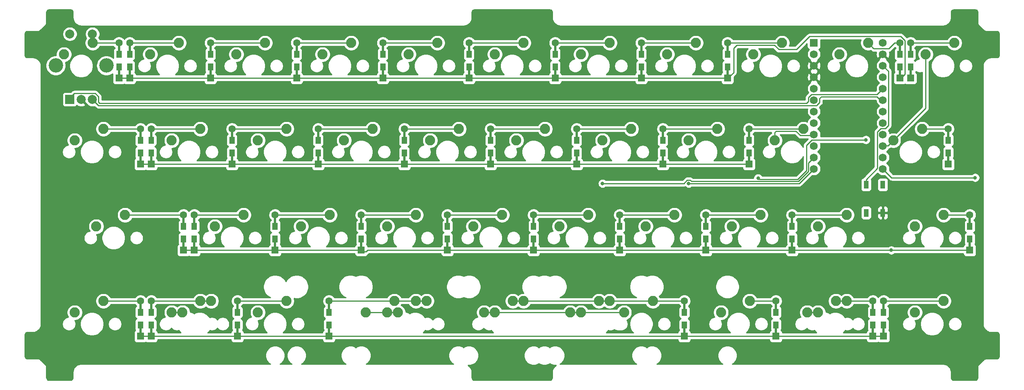
<source format=gbr>
G04 #@! TF.GenerationSoftware,KiCad,Pcbnew,(5.1.4)-1*
G04 #@! TF.CreationDate,2021-03-27T10:35:16-07:00*
G04 #@! TF.ProjectId,Rosies Board,526f7369-6573-4204-926f-6172642e6b69,rev?*
G04 #@! TF.SameCoordinates,Original*
G04 #@! TF.FileFunction,Copper,L2,Bot*
G04 #@! TF.FilePolarity,Positive*
%FSLAX46Y46*%
G04 Gerber Fmt 4.6, Leading zero omitted, Abs format (unit mm)*
G04 Created by KiCad (PCBNEW (5.1.4)-1) date 2021-03-27 10:35:16*
%MOMM*%
%LPD*%
G04 APERTURE LIST*
%ADD10C,2.250000*%
%ADD11R,1.100000X1.800000*%
%ADD12R,2.000000X2.000000*%
%ADD13C,2.000000*%
%ADD14C,3.200000*%
%ADD15C,1.752600*%
%ADD16R,1.752600X1.752600*%
%ADD17R,1.600000X1.600000*%
%ADD18C,1.600000*%
%ADD19R,0.500000X2.900000*%
%ADD20R,1.200000X1.600000*%
%ADD21C,0.800000*%
%ADD22C,0.250000*%
%ADD23C,0.254000*%
G04 APERTURE END LIST*
D10*
X223997180Y-40163940D03*
X217647180Y-42703940D03*
X197803320Y-40163940D03*
X191453320Y-42703940D03*
D11*
X215331920Y-52523460D03*
X211631920Y-58723460D03*
X211631920Y-52523460D03*
X215331920Y-58723460D03*
D12*
X35572860Y-33625900D03*
D13*
X38072860Y-33625900D03*
X40572860Y-33625900D03*
D14*
X32472860Y-26125900D03*
X43672860Y-26125900D03*
D13*
X35572860Y-19125900D03*
X40572860Y-19125900D03*
D15*
X215333580Y-21046440D03*
X200093580Y-48986440D03*
X215333580Y-23586440D03*
X215333580Y-26126440D03*
X215333580Y-28666440D03*
X215333580Y-31206440D03*
X215333580Y-33746440D03*
X215333580Y-36286440D03*
X215333580Y-38826440D03*
X215333580Y-41366440D03*
X215333580Y-43906440D03*
X215333580Y-46446440D03*
X215333580Y-48986440D03*
X200093580Y-46446440D03*
X200093580Y-43906440D03*
X200093580Y-41366440D03*
X200093580Y-38826440D03*
X200093580Y-36286440D03*
X200093580Y-33746440D03*
X200093580Y-31206440D03*
X200093580Y-28666440D03*
X200093580Y-26126440D03*
X200093580Y-23586440D03*
D16*
X200093580Y-21046440D03*
D10*
X228759700Y-78264100D03*
X222409700Y-80804100D03*
X212090880Y-21113860D03*
X205740880Y-23653860D03*
X164465680Y-78264100D03*
X158115680Y-80804100D03*
X107315440Y-78264100D03*
X100965440Y-80804100D03*
X129540560Y-80804100D03*
X135890560Y-78264100D03*
X133509300Y-78264100D03*
X127159300Y-80804100D03*
X204947100Y-78264100D03*
X198597100Y-80804100D03*
X66834020Y-78264100D03*
X60484020Y-80804100D03*
X154940640Y-78264100D03*
X148590640Y-80804100D03*
X114459220Y-78264100D03*
X108109220Y-80804100D03*
X231140960Y-21113860D03*
X224790960Y-23653860D03*
X207328360Y-78264100D03*
X200978360Y-80804100D03*
X185897020Y-78264100D03*
X179547020Y-80804100D03*
X152559380Y-78264100D03*
X146209380Y-80804100D03*
X112077960Y-78264100D03*
X105727960Y-80804100D03*
X83502840Y-78264100D03*
X77152840Y-80804100D03*
X64452760Y-78264100D03*
X58102760Y-80804100D03*
X43021420Y-78264100D03*
X36671420Y-80804100D03*
X228759700Y-59214020D03*
X222409700Y-61754020D03*
X207328360Y-59214020D03*
X200978360Y-61754020D03*
X188278280Y-59214020D03*
X181928280Y-61754020D03*
X169228200Y-59214020D03*
X162878200Y-61754020D03*
X150178120Y-59214020D03*
X143828120Y-61754020D03*
X131128040Y-59214020D03*
X124778040Y-61754020D03*
X112077960Y-59214020D03*
X105727960Y-61754020D03*
X93027880Y-59214020D03*
X86677880Y-61754020D03*
X73977800Y-59214020D03*
X67627800Y-61754020D03*
X47783940Y-59214020D03*
X41433940Y-61754020D03*
X178753240Y-40163940D03*
X172403240Y-42703940D03*
X159703160Y-40163940D03*
X153353160Y-42703940D03*
X140653080Y-40163940D03*
X134303080Y-42703940D03*
X121603000Y-40163940D03*
X115253000Y-42703940D03*
X102552920Y-40163940D03*
X96202920Y-42703940D03*
X83502840Y-40163940D03*
X77152840Y-42703940D03*
X64452760Y-40163940D03*
X58102760Y-42703940D03*
X43021420Y-40163940D03*
X36671420Y-42703940D03*
X193040800Y-21113860D03*
X186690800Y-23653860D03*
X173990720Y-21113860D03*
X167640720Y-23653860D03*
X154940640Y-21113860D03*
X148590640Y-23653860D03*
X135890560Y-21113860D03*
X129540560Y-23653860D03*
X116840480Y-21113860D03*
X110490480Y-23653860D03*
X97790400Y-21113860D03*
X91440400Y-23653860D03*
X78740320Y-21113860D03*
X72390320Y-23653860D03*
X59690240Y-21113860D03*
X53340240Y-23653860D03*
X40640160Y-21113860D03*
X34290160Y-23653860D03*
D17*
X221457180Y-28903230D03*
D18*
X221457180Y-21103230D03*
D19*
X221457180Y-27503230D03*
D20*
X221457180Y-26403230D03*
X221457180Y-23603230D03*
D19*
X221457180Y-22503230D03*
D17*
X215504030Y-86053470D03*
D18*
X215504030Y-78253470D03*
D19*
X215504030Y-84653470D03*
D20*
X215504030Y-83553470D03*
X215504030Y-80753470D03*
D19*
X215504030Y-79653470D03*
D17*
X213122770Y-86053470D03*
D18*
X213122770Y-78253470D03*
D19*
X213122770Y-84653470D03*
D20*
X213122770Y-83553470D03*
X213122770Y-80753470D03*
D19*
X213122770Y-79653470D03*
D17*
X191691430Y-86053470D03*
D18*
X191691430Y-78253470D03*
D19*
X191691430Y-84653470D03*
D20*
X191691430Y-83553470D03*
X191691430Y-80753470D03*
D19*
X191691430Y-79653470D03*
D17*
X171450720Y-86053470D03*
D18*
X171450720Y-78253470D03*
D19*
X171450720Y-84653470D03*
D20*
X171450720Y-83553470D03*
X171450720Y-80753470D03*
D19*
X171450720Y-79653470D03*
D17*
X92869140Y-86053470D03*
D18*
X92869140Y-78253470D03*
D19*
X92869140Y-84653470D03*
D20*
X92869140Y-83553470D03*
X92869140Y-80753470D03*
D19*
X92869140Y-79653470D03*
D17*
X72628430Y-86053470D03*
D18*
X72628430Y-78253470D03*
D19*
X72628430Y-84653470D03*
D20*
X72628430Y-83553470D03*
X72628430Y-80753470D03*
D19*
X72628430Y-79653470D03*
D17*
X53578350Y-86053470D03*
D18*
X53578350Y-78253470D03*
D19*
X53578350Y-84653470D03*
D20*
X53578350Y-83553470D03*
X53578350Y-80753470D03*
D19*
X53578350Y-79653470D03*
D17*
X51197090Y-86053470D03*
D18*
X51197090Y-78253470D03*
D19*
X51197090Y-84653470D03*
D20*
X51197090Y-83553470D03*
X51197090Y-80753470D03*
D19*
X51197090Y-79653470D03*
D17*
X234554110Y-67003390D03*
D18*
X234554110Y-59203390D03*
D19*
X234554110Y-65603390D03*
D20*
X234554110Y-64503390D03*
X234554110Y-61703390D03*
D19*
X234554110Y-60603390D03*
D17*
X195263320Y-67003390D03*
D18*
X195263320Y-59203390D03*
D19*
X195263320Y-65603390D03*
D20*
X195263320Y-64503390D03*
X195263320Y-61703390D03*
D19*
X195263320Y-60603390D03*
D17*
X176213240Y-67003390D03*
D18*
X176213240Y-59203390D03*
D19*
X176213240Y-65603390D03*
D20*
X176213240Y-64503390D03*
X176213240Y-61703390D03*
D19*
X176213240Y-60603390D03*
D17*
X157163160Y-67003390D03*
D18*
X157163160Y-59203390D03*
D19*
X157163160Y-65603390D03*
D20*
X157163160Y-64503390D03*
X157163160Y-61703390D03*
D19*
X157163160Y-60603390D03*
D17*
X138113080Y-67003390D03*
D18*
X138113080Y-59203390D03*
D19*
X138113080Y-65603390D03*
D20*
X138113080Y-64503390D03*
X138113080Y-61703390D03*
D19*
X138113080Y-60603390D03*
D17*
X119063000Y-67003390D03*
D18*
X119063000Y-59203390D03*
D19*
X119063000Y-65603390D03*
D20*
X119063000Y-64503390D03*
X119063000Y-61703390D03*
D19*
X119063000Y-60603390D03*
D17*
X100012920Y-67003390D03*
D18*
X100012920Y-59203390D03*
D19*
X100012920Y-65603390D03*
D20*
X100012920Y-64503390D03*
X100012920Y-61703390D03*
D19*
X100012920Y-60603390D03*
D17*
X80962840Y-67003390D03*
D18*
X80962840Y-59203390D03*
D19*
X80962840Y-65603390D03*
D20*
X80962840Y-64503390D03*
X80962840Y-61703390D03*
D19*
X80962840Y-60603390D03*
D17*
X63103390Y-67003390D03*
D18*
X63103390Y-59203390D03*
D19*
X63103390Y-65603390D03*
D20*
X63103390Y-64503390D03*
X63103390Y-61703390D03*
D19*
X63103390Y-60603390D03*
D17*
X60722130Y-67003390D03*
D18*
X60722130Y-59203390D03*
D19*
X60722130Y-65603390D03*
D20*
X60722130Y-64503390D03*
X60722130Y-61703390D03*
D19*
X60722130Y-60603390D03*
D17*
X229791590Y-47953310D03*
D18*
X229791590Y-40153310D03*
D19*
X229791590Y-46553310D03*
D20*
X229791590Y-45453310D03*
X229791590Y-42653310D03*
D19*
X229791590Y-41553310D03*
D17*
X185738280Y-47953310D03*
D18*
X185738280Y-40153310D03*
D19*
X185738280Y-46553310D03*
D20*
X185738280Y-45453310D03*
X185738280Y-42653310D03*
D19*
X185738280Y-41553310D03*
D17*
X166688200Y-47953310D03*
D18*
X166688200Y-40153310D03*
D19*
X166688200Y-46553310D03*
D20*
X166688200Y-45453310D03*
X166688200Y-42653310D03*
D19*
X166688200Y-41553310D03*
D17*
X147638120Y-47953310D03*
D18*
X147638120Y-40153310D03*
D19*
X147638120Y-46553310D03*
D20*
X147638120Y-45453310D03*
X147638120Y-42653310D03*
D19*
X147638120Y-41553310D03*
D17*
X128588040Y-47953310D03*
D18*
X128588040Y-40153310D03*
D19*
X128588040Y-46553310D03*
D20*
X128588040Y-45453310D03*
X128588040Y-42653310D03*
D19*
X128588040Y-41553310D03*
D17*
X109537960Y-47953310D03*
D18*
X109537960Y-40153310D03*
D19*
X109537960Y-46553310D03*
D20*
X109537960Y-45453310D03*
X109537960Y-42653310D03*
D19*
X109537960Y-41553310D03*
D17*
X90487880Y-47953310D03*
D18*
X90487880Y-40153310D03*
D19*
X90487880Y-46553310D03*
D20*
X90487880Y-45453310D03*
X90487880Y-42653310D03*
D19*
X90487880Y-41553310D03*
D17*
X71437800Y-47953310D03*
D18*
X71437800Y-40153310D03*
D19*
X71437800Y-46553310D03*
D20*
X71437800Y-45453310D03*
X71437800Y-42653310D03*
D19*
X71437800Y-41553310D03*
D17*
X53578350Y-47953310D03*
D18*
X53578350Y-40153310D03*
D19*
X53578350Y-46553310D03*
D20*
X53578350Y-45453310D03*
X53578350Y-42653310D03*
D19*
X53578350Y-41553310D03*
D17*
X51197090Y-47953310D03*
D18*
X51197090Y-40153310D03*
D19*
X51197090Y-46553310D03*
D20*
X51197090Y-45453310D03*
X51197090Y-42653310D03*
D19*
X51197090Y-41553310D03*
D17*
X219075920Y-28903230D03*
D18*
X219075920Y-21103230D03*
D19*
X219075920Y-27503230D03*
D20*
X219075920Y-26403230D03*
X219075920Y-23603230D03*
D19*
X219075920Y-22503230D03*
D17*
X180975760Y-28903230D03*
D18*
X180975760Y-21103230D03*
D19*
X180975760Y-27503230D03*
D20*
X180975760Y-26403230D03*
X180975760Y-23603230D03*
D19*
X180975760Y-22503230D03*
D17*
X161925680Y-28903230D03*
D18*
X161925680Y-21103230D03*
D19*
X161925680Y-27503230D03*
D20*
X161925680Y-26403230D03*
X161925680Y-23603230D03*
D19*
X161925680Y-22503230D03*
D17*
X142875600Y-28903230D03*
D18*
X142875600Y-21103230D03*
D19*
X142875600Y-27503230D03*
D20*
X142875600Y-26403230D03*
X142875600Y-23603230D03*
D19*
X142875600Y-22503230D03*
D17*
X123825520Y-28903230D03*
D18*
X123825520Y-21103230D03*
D19*
X123825520Y-27503230D03*
D20*
X123825520Y-26403230D03*
X123825520Y-23603230D03*
D19*
X123825520Y-22503230D03*
D17*
X104775440Y-28903230D03*
D18*
X104775440Y-21103230D03*
D19*
X104775440Y-27503230D03*
D20*
X104775440Y-26403230D03*
X104775440Y-23603230D03*
D19*
X104775440Y-22503230D03*
D17*
X85725360Y-28903230D03*
D18*
X85725360Y-21103230D03*
D19*
X85725360Y-27503230D03*
D20*
X85725360Y-26403230D03*
X85725360Y-23603230D03*
D19*
X85725360Y-22503230D03*
D17*
X66675280Y-28903230D03*
D18*
X66675280Y-21103230D03*
D19*
X66675280Y-27503230D03*
D20*
X66675280Y-26403230D03*
X66675280Y-23603230D03*
D19*
X66675280Y-22503230D03*
D17*
X48815830Y-28903230D03*
D18*
X48815830Y-21103230D03*
D19*
X48815830Y-27503230D03*
D20*
X48815830Y-26403230D03*
X48815830Y-23603230D03*
D19*
X48815830Y-22503230D03*
D17*
X46434570Y-28903230D03*
D18*
X46434570Y-21103230D03*
D19*
X46434570Y-27503230D03*
D20*
X46434570Y-26403230D03*
X46434570Y-23603230D03*
D19*
X46434570Y-22503230D03*
D21*
X187754260Y-51053970D03*
X211592279Y-42567741D03*
X217199750Y-67003390D03*
X235744740Y-50937440D03*
X125016150Y-14287560D03*
X141684970Y-14287560D03*
X153353160Y-52228980D03*
X172403240Y-52228980D03*
D22*
X59679610Y-21103230D02*
X59690240Y-21113860D01*
X48815830Y-21103230D02*
X59679610Y-21103230D01*
X66685910Y-21113860D02*
X66675280Y-21103230D01*
X78740320Y-21113860D02*
X66685910Y-21113860D01*
X85735990Y-21113860D02*
X85725360Y-21103230D01*
X97790400Y-21113860D02*
X85735990Y-21113860D01*
X104786070Y-21113860D02*
X104775440Y-21103230D01*
X116840480Y-21113860D02*
X104786070Y-21113860D01*
X123836150Y-21113860D02*
X123825520Y-21103230D01*
X135890560Y-21113860D02*
X123836150Y-21113860D01*
X142886230Y-21113860D02*
X142875600Y-21103230D01*
X154940640Y-21113860D02*
X142886230Y-21113860D01*
X161936310Y-21113860D02*
X161925680Y-21103230D01*
X173990720Y-21113860D02*
X161936310Y-21113860D01*
X180986390Y-21113860D02*
X180975760Y-21103230D01*
X193040800Y-21113860D02*
X180986390Y-21113860D01*
X213215879Y-22238859D02*
X212090880Y-21113860D01*
X213362159Y-22385139D02*
X213215879Y-22238859D01*
X216662641Y-22385139D02*
X213362159Y-22385139D01*
X217944550Y-21103230D02*
X216662641Y-22385139D01*
X219075920Y-21103230D02*
X217944550Y-21103230D01*
X51186460Y-40163940D02*
X51197090Y-40153310D01*
X43021420Y-40163940D02*
X51186460Y-40163940D01*
X53588980Y-40163940D02*
X53578350Y-40153310D01*
X64452760Y-40163940D02*
X53588980Y-40163940D01*
X83492210Y-40153310D02*
X83502840Y-40163940D01*
X71437800Y-40153310D02*
X83492210Y-40153310D01*
X90498510Y-40163940D02*
X90487880Y-40153310D01*
X102552920Y-40163940D02*
X90498510Y-40163940D01*
X109548590Y-40163940D02*
X109537960Y-40153310D01*
X121603000Y-40163940D02*
X109548590Y-40163940D01*
X128598670Y-40163940D02*
X128588040Y-40153310D01*
X140653080Y-40163940D02*
X128598670Y-40163940D01*
X147648750Y-40163940D02*
X147638120Y-40153310D01*
X159703160Y-40163940D02*
X147648750Y-40163940D01*
X166698830Y-40163940D02*
X166688200Y-40153310D01*
X178753240Y-40163940D02*
X166698830Y-40163940D01*
X185748910Y-40163940D02*
X185738280Y-40153310D01*
X197803320Y-40163940D02*
X185748910Y-40163940D01*
X229780960Y-40163940D02*
X229791590Y-40153310D01*
X223997180Y-40163940D02*
X229780960Y-40163940D01*
X60711500Y-59214020D02*
X60722130Y-59203390D01*
X47783940Y-59214020D02*
X60711500Y-59214020D01*
X73967170Y-59203390D02*
X73977800Y-59214020D01*
X63103390Y-59203390D02*
X73967170Y-59203390D01*
X93017250Y-59203390D02*
X93027880Y-59214020D01*
X80962840Y-59203390D02*
X93017250Y-59203390D01*
X100023550Y-59214020D02*
X100012920Y-59203390D01*
X112077960Y-59214020D02*
X100023550Y-59214020D01*
X119073630Y-59214020D02*
X119063000Y-59203390D01*
X131128040Y-59214020D02*
X119073630Y-59214020D01*
X138123710Y-59214020D02*
X138113080Y-59203390D01*
X150178120Y-59214020D02*
X138123710Y-59214020D01*
X157173790Y-59214020D02*
X157163160Y-59203390D01*
X169228200Y-59214020D02*
X157173790Y-59214020D01*
X176223870Y-59214020D02*
X176213240Y-59203390D01*
X188278280Y-59214020D02*
X176223870Y-59214020D01*
X195273950Y-59214020D02*
X195263320Y-59203390D01*
X207328360Y-59214020D02*
X195273950Y-59214020D01*
X234543480Y-59214020D02*
X234554110Y-59203390D01*
X228759700Y-59214020D02*
X234543480Y-59214020D01*
X43032050Y-78253470D02*
X43021420Y-78264100D01*
X51197090Y-78253470D02*
X43032050Y-78253470D01*
X64452760Y-78264100D02*
X66834020Y-78264100D01*
X64442130Y-78253470D02*
X64452760Y-78264100D01*
X53578350Y-78253470D02*
X64442130Y-78253470D01*
X72639060Y-78264100D02*
X72628430Y-78253470D01*
X83502840Y-78264100D02*
X72639060Y-78264100D01*
X107315440Y-78264100D02*
X112077960Y-78264100D01*
X112077960Y-78264100D02*
X114459220Y-78264100D01*
X107304810Y-78253470D02*
X107315440Y-78264100D01*
X92869140Y-78253470D02*
X107304810Y-78253470D01*
X133509300Y-78264100D02*
X135890560Y-78264100D01*
X135890560Y-78264100D02*
X152559380Y-78264100D01*
X152559380Y-78264100D02*
X154940640Y-78264100D01*
X154940640Y-78264100D02*
X164465680Y-78264100D01*
X171440090Y-78264100D02*
X171450720Y-78253470D01*
X164465680Y-78264100D02*
X171440090Y-78264100D01*
X191680800Y-78264100D02*
X191691430Y-78253470D01*
X185897020Y-78264100D02*
X191680800Y-78264100D01*
X204947100Y-78264100D02*
X207328360Y-78264100D01*
X213112140Y-78264100D02*
X213122770Y-78253470D01*
X207328360Y-78264100D02*
X213112140Y-78264100D01*
X215514660Y-78264100D02*
X215504030Y-78253470D01*
X228759700Y-78264100D02*
X215514660Y-78264100D01*
X221467810Y-21113860D02*
X221457180Y-21103230D01*
X231140960Y-21113860D02*
X221467810Y-21113860D01*
X46434570Y-28903230D02*
X48815830Y-28903230D01*
X48815830Y-28903230D02*
X66675280Y-28903230D01*
X67725280Y-28903230D02*
X85725360Y-28903230D01*
X66675280Y-28903230D02*
X67725280Y-28903230D01*
X85725360Y-28903230D02*
X104775440Y-28903230D01*
X105825440Y-28903230D02*
X123825520Y-28903230D01*
X104775440Y-28903230D02*
X105825440Y-28903230D01*
X123825520Y-28903230D02*
X142875600Y-28903230D01*
X143925600Y-28903230D02*
X161925680Y-28903230D01*
X142875600Y-28903230D02*
X143925600Y-28903230D01*
X162975680Y-28903230D02*
X180975760Y-28903230D01*
X161925680Y-28903230D02*
X162975680Y-28903230D01*
X219323350Y-28903230D02*
X219075920Y-28903230D01*
X220200921Y-20563229D02*
X220200921Y-28025659D01*
X199138559Y-19663859D02*
X219301551Y-19663859D01*
X196238557Y-22563861D02*
X199138559Y-19663859D01*
X219301551Y-19663859D02*
X220200921Y-20563229D01*
X180975760Y-28903230D02*
X181081110Y-28903230D01*
X181081110Y-28903230D02*
X182331360Y-27652980D01*
X192344799Y-22563861D02*
X196238557Y-22563861D01*
X182331360Y-22242780D02*
X183010270Y-21563870D01*
X220200921Y-28025659D02*
X219323350Y-28903230D01*
X183010270Y-21563870D02*
X191344808Y-21563870D01*
X182331360Y-27652980D02*
X182331360Y-22242780D01*
X191344808Y-21563870D02*
X192344799Y-22563861D01*
X51197090Y-47953310D02*
X53578350Y-47953310D01*
X54628350Y-47953310D02*
X71437800Y-47953310D01*
X53578350Y-47953310D02*
X54628350Y-47953310D01*
X72487800Y-47953310D02*
X90487880Y-47953310D01*
X71437800Y-47953310D02*
X72487800Y-47953310D01*
X91537880Y-47953310D02*
X109537960Y-47953310D01*
X90487880Y-47953310D02*
X91537880Y-47953310D01*
X109537960Y-47953310D02*
X128588040Y-47953310D01*
X128588040Y-47953310D02*
X147638120Y-47953310D01*
X148688120Y-47953310D02*
X166688200Y-47953310D01*
X147638120Y-47953310D02*
X148688120Y-47953310D01*
X167738200Y-47953310D02*
X185738280Y-47953310D01*
X166688200Y-47953310D02*
X167738200Y-47953310D01*
X196478240Y-51328960D02*
X198442269Y-49364931D01*
X188063930Y-51328960D02*
X196478240Y-51328960D01*
X198442269Y-49364931D02*
X198442270Y-47461340D01*
X188063930Y-51328960D02*
X188029250Y-51328960D01*
X188029250Y-51328960D02*
X187754260Y-51053970D01*
X198442270Y-43779824D02*
X198442270Y-45445990D01*
X199654353Y-42567741D02*
X198442270Y-43779824D01*
X211592279Y-42567741D02*
X211592279Y-42567741D01*
X198442270Y-47461340D02*
X198442270Y-45445990D01*
X198442270Y-45445990D02*
X198442270Y-45113250D01*
X211592279Y-42567741D02*
X199654353Y-42567741D01*
X60722130Y-67003390D02*
X63103390Y-67003390D01*
X64153390Y-67003390D02*
X80962840Y-67003390D01*
X63103390Y-67003390D02*
X64153390Y-67003390D01*
X98962920Y-67003390D02*
X80962840Y-67003390D01*
X100012920Y-67003390D02*
X98962920Y-67003390D01*
X100012920Y-66803390D02*
X100012920Y-65603390D01*
X100512920Y-67303390D02*
X100012920Y-66803390D01*
X101112920Y-67303390D02*
X100512920Y-67303390D01*
X101412920Y-67003390D02*
X101112920Y-67303390D01*
X119063000Y-67003390D02*
X101412920Y-67003390D01*
X120113000Y-67003390D02*
X138113080Y-67003390D01*
X119063000Y-67003390D02*
X120113000Y-67003390D01*
X139163080Y-67003390D02*
X157163160Y-67003390D01*
X138113080Y-67003390D02*
X139163080Y-67003390D01*
X176213240Y-67003390D02*
X157163160Y-67003390D01*
X194213320Y-67003390D02*
X176213240Y-67003390D01*
X195263320Y-67003390D02*
X194213320Y-67003390D01*
X234554110Y-67003390D02*
X233504110Y-67003390D01*
X233504110Y-67003390D02*
X217199750Y-67003390D01*
X217199750Y-67003390D02*
X195263320Y-67003390D01*
X51197090Y-86053470D02*
X53578350Y-86053470D01*
X54628350Y-86053470D02*
X72628430Y-86053470D01*
X53578350Y-86053470D02*
X54628350Y-86053470D01*
X91819140Y-86053470D02*
X72628430Y-86053470D01*
X92869140Y-86053470D02*
X91819140Y-86053470D01*
X93919140Y-86053470D02*
X171450720Y-86053470D01*
X92869140Y-86053470D02*
X93919140Y-86053470D01*
X172500720Y-86053470D02*
X191691430Y-86053470D01*
X171450720Y-86053470D02*
X172500720Y-86053470D01*
X213122770Y-86053470D02*
X191691430Y-86053470D01*
X215504030Y-86053470D02*
X213122770Y-86053470D01*
X235744180Y-50936880D02*
X235744740Y-50937440D01*
X217284020Y-50936880D02*
X235744180Y-50936880D01*
X215333580Y-48986440D02*
X217284020Y-50936880D01*
X213994881Y-32545139D02*
X215333580Y-31206440D01*
X199516955Y-32545139D02*
X213994881Y-32545139D01*
X198892279Y-33169815D02*
X199516955Y-32545139D01*
X198892279Y-34017003D02*
X198892279Y-33169815D01*
X198411551Y-34497731D02*
X198892279Y-34017003D01*
X35572860Y-33625900D02*
X35572860Y-33281460D01*
X42148211Y-34497731D02*
X198411551Y-34497731D01*
X35572860Y-33281460D02*
X36553421Y-32300899D01*
X36553421Y-32300899D02*
X41208861Y-32300899D01*
X41208861Y-32300899D02*
X41897861Y-32989899D01*
X41897861Y-32989899D02*
X41897861Y-34247381D01*
X41897861Y-34247381D02*
X42148211Y-34497731D01*
X214929720Y-33342580D02*
X215333580Y-33746440D01*
X41894701Y-34947741D02*
X40572860Y-33625900D01*
X200698219Y-34947741D02*
X41894701Y-34947741D01*
X200698219Y-34919727D02*
X200698219Y-34947741D01*
X214767160Y-33746440D02*
X214015869Y-32995149D01*
X215333580Y-33746440D02*
X214767160Y-33746440D01*
X214015869Y-32995149D02*
X201713551Y-32995149D01*
X201713551Y-32995149D02*
X201350880Y-33357820D01*
X201350880Y-33357820D02*
X201350880Y-34267066D01*
X201350880Y-34267066D02*
X200698219Y-34919727D01*
X46423940Y-21113860D02*
X46434570Y-21103230D01*
X40640160Y-21113860D02*
X46423940Y-21113860D01*
X40640160Y-19193200D02*
X40572860Y-19125900D01*
X40640160Y-21113860D02*
X40640160Y-19193200D01*
X58102760Y-80804100D02*
X60484020Y-80804100D01*
X100965440Y-80804100D02*
X105727960Y-80804100D01*
X105727960Y-80804100D02*
X108109220Y-80804100D01*
X127159300Y-80804100D02*
X129540560Y-80804100D01*
X129540560Y-80804100D02*
X146209380Y-80804100D01*
X146209380Y-80804100D02*
X148590640Y-80804100D01*
X148590640Y-80804100D02*
X158115680Y-80804100D01*
X171330238Y-52228980D02*
X153353160Y-52228980D01*
X172055239Y-51503979D02*
X171330238Y-52228980D01*
X200093580Y-46446440D02*
X198892279Y-47647741D01*
X198892279Y-49551331D02*
X196664640Y-51778970D01*
X196664640Y-51778970D02*
X173026232Y-51778970D01*
X173026232Y-51778970D02*
X172751241Y-51503979D01*
X198892279Y-47647741D02*
X198892279Y-49551331D01*
X172751241Y-51503979D02*
X172055239Y-51503979D01*
X198597100Y-80804100D02*
X200978360Y-80804100D01*
X200093580Y-48986440D02*
X196851040Y-52228980D01*
X196851040Y-52228980D02*
X172403240Y-52228980D01*
X191453320Y-40912850D02*
X191453320Y-42703940D01*
X199344280Y-41366440D02*
X199096779Y-41613941D01*
X200093580Y-41366440D02*
X199344280Y-41366440D01*
X199096779Y-41613941D02*
X197105121Y-41613941D01*
X197105121Y-41613941D02*
X196105130Y-40613950D01*
X196105130Y-40613950D02*
X191752220Y-40613950D01*
X191752220Y-40613950D02*
X191453320Y-40912850D01*
X224790960Y-35560160D02*
X224790960Y-23653860D01*
X217647180Y-42703940D02*
X224790960Y-35560160D01*
X215411081Y-43828939D02*
X215333580Y-43906440D01*
X216522181Y-43828939D02*
X215411081Y-43828939D01*
X217647180Y-42703940D02*
X216522181Y-43828939D01*
X211631920Y-51373460D02*
X211631920Y-52523460D01*
X214132279Y-48873101D02*
X211631920Y-51373460D01*
X214132279Y-40789815D02*
X214132279Y-48873101D01*
X214894353Y-40027741D02*
X214132279Y-40789815D01*
X215910205Y-40027741D02*
X214894353Y-40027741D01*
X216534881Y-39403065D02*
X215910205Y-40027741D01*
X216534881Y-27327741D02*
X216534881Y-39403065D01*
X215333580Y-26126440D02*
X216534881Y-27327741D01*
D23*
G36*
X35821352Y-13770140D02*
G01*
X35919902Y-13799895D01*
X36010796Y-13848224D01*
X36090569Y-13913286D01*
X36156189Y-13992607D01*
X36205150Y-14083158D01*
X36235591Y-14181497D01*
X36249530Y-14314118D01*
X36249531Y-15510609D01*
X36252325Y-15538980D01*
X36252274Y-15546319D01*
X36253173Y-15555490D01*
X36277462Y-15786588D01*
X36289500Y-15845230D01*
X36300700Y-15903946D01*
X36303362Y-15912760D01*
X36303363Y-15912767D01*
X36303364Y-15912769D01*
X36372078Y-16134746D01*
X36395251Y-16189872D01*
X36417667Y-16245354D01*
X36421993Y-16253490D01*
X36532514Y-16457894D01*
X36565959Y-16507478D01*
X36598719Y-16557541D01*
X36604543Y-16564682D01*
X36752662Y-16743727D01*
X36795117Y-16785886D01*
X36836961Y-16828616D01*
X36844061Y-16834490D01*
X37024135Y-16981355D01*
X37073962Y-17014460D01*
X37123318Y-17048255D01*
X37131425Y-17052638D01*
X37336595Y-17161729D01*
X37391912Y-17184529D01*
X37446881Y-17208089D01*
X37455682Y-17210812D01*
X37455686Y-17210814D01*
X37455690Y-17210815D01*
X37678137Y-17277977D01*
X37736829Y-17289598D01*
X37795330Y-17302033D01*
X37804493Y-17302996D01*
X37804495Y-17302996D01*
X38035756Y-17325671D01*
X38035768Y-17325671D01*
X38067741Y-17328820D01*
X122667309Y-17328820D01*
X122695690Y-17326025D01*
X122703019Y-17326076D01*
X122712190Y-17325177D01*
X122943288Y-17300888D01*
X123001930Y-17288850D01*
X123060646Y-17277650D01*
X123069460Y-17274988D01*
X123069467Y-17274987D01*
X123069473Y-17274984D01*
X123291446Y-17206272D01*
X123346572Y-17183099D01*
X123402054Y-17160683D01*
X123410190Y-17156357D01*
X123614594Y-17045836D01*
X123664178Y-17012391D01*
X123714241Y-16979631D01*
X123721382Y-16973807D01*
X123900427Y-16825688D01*
X123942586Y-16783233D01*
X123985316Y-16741389D01*
X123991190Y-16734289D01*
X124138055Y-16554215D01*
X124171160Y-16504388D01*
X124204955Y-16455032D01*
X124209338Y-16446925D01*
X124318429Y-16241755D01*
X124341229Y-16186438D01*
X124364789Y-16131469D01*
X124367513Y-16122666D01*
X124434677Y-15900213D01*
X124446298Y-15841521D01*
X124458733Y-15783020D01*
X124459696Y-15773855D01*
X124482371Y-15542594D01*
X124482371Y-15542582D01*
X124485520Y-15510609D01*
X124485520Y-14319827D01*
X124498729Y-14185108D01*
X124528484Y-14086558D01*
X124576813Y-13995664D01*
X124641875Y-13915891D01*
X124721197Y-13850270D01*
X124811751Y-13801307D01*
X124910083Y-13770868D01*
X125042697Y-13756930D01*
X141652693Y-13756930D01*
X141787422Y-13770140D01*
X141885972Y-13799895D01*
X141976866Y-13848224D01*
X142056639Y-13913286D01*
X142122259Y-13992607D01*
X142171220Y-14083158D01*
X142201661Y-14181497D01*
X142215600Y-14314118D01*
X142215601Y-15510609D01*
X142218395Y-15538980D01*
X142218344Y-15546319D01*
X142219243Y-15555490D01*
X142243532Y-15786588D01*
X142255570Y-15845230D01*
X142266770Y-15903946D01*
X142269432Y-15912760D01*
X142269433Y-15912767D01*
X142269434Y-15912769D01*
X142338148Y-16134746D01*
X142361321Y-16189872D01*
X142383737Y-16245354D01*
X142388063Y-16253490D01*
X142498584Y-16457894D01*
X142532029Y-16507478D01*
X142564789Y-16557541D01*
X142570613Y-16564682D01*
X142718732Y-16743727D01*
X142761187Y-16785886D01*
X142803031Y-16828616D01*
X142810131Y-16834490D01*
X142990205Y-16981355D01*
X143040032Y-17014460D01*
X143089388Y-17048255D01*
X143097495Y-17052638D01*
X143302665Y-17161729D01*
X143357982Y-17184529D01*
X143412951Y-17208089D01*
X143421752Y-17210812D01*
X143421756Y-17210814D01*
X143421760Y-17210815D01*
X143644207Y-17277977D01*
X143702899Y-17289598D01*
X143761400Y-17302033D01*
X143770563Y-17302996D01*
X143770565Y-17302996D01*
X144001826Y-17325671D01*
X144001838Y-17325671D01*
X144033811Y-17328820D01*
X228633379Y-17328820D01*
X228661760Y-17326025D01*
X228669089Y-17326076D01*
X228678260Y-17325177D01*
X228909358Y-17300888D01*
X228968000Y-17288850D01*
X229026716Y-17277650D01*
X229035530Y-17274988D01*
X229035537Y-17274987D01*
X229035543Y-17274984D01*
X229257516Y-17206272D01*
X229312642Y-17183099D01*
X229368124Y-17160683D01*
X229376260Y-17156357D01*
X229580664Y-17045836D01*
X229630248Y-17012391D01*
X229680311Y-16979631D01*
X229687452Y-16973807D01*
X229866497Y-16825688D01*
X229908656Y-16783233D01*
X229951386Y-16741389D01*
X229957260Y-16734289D01*
X230104125Y-16554215D01*
X230137230Y-16504388D01*
X230171025Y-16455032D01*
X230175408Y-16446925D01*
X230284499Y-16241755D01*
X230307299Y-16186438D01*
X230330859Y-16131469D01*
X230333583Y-16122666D01*
X230400747Y-15900213D01*
X230412368Y-15841521D01*
X230424803Y-15783020D01*
X230425766Y-15773855D01*
X230448441Y-15542594D01*
X230448441Y-15542582D01*
X230451590Y-15510609D01*
X230451590Y-14319979D01*
X230454783Y-14287560D01*
X230454768Y-14287411D01*
X230464799Y-14185108D01*
X230494554Y-14086558D01*
X230542883Y-13995664D01*
X230607945Y-13915891D01*
X230687267Y-13850270D01*
X230777821Y-13801307D01*
X230876153Y-13770868D01*
X231008767Y-13756930D01*
X235712463Y-13756930D01*
X235847192Y-13770140D01*
X235945742Y-13799895D01*
X236036636Y-13848224D01*
X236116409Y-13913286D01*
X236182029Y-13992607D01*
X236230990Y-14083158D01*
X236261431Y-14181497D01*
X236272371Y-14285587D01*
X236272177Y-14287560D01*
X236275370Y-14319980D01*
X236275371Y-16636401D01*
X236272178Y-16668820D01*
X236275371Y-16701238D01*
X236275371Y-16701239D01*
X236282648Y-16775119D01*
X236284921Y-16798202D01*
X236322660Y-16922612D01*
X236383945Y-17037270D01*
X236445756Y-17112586D01*
X236445757Y-17112587D01*
X236466423Y-17137768D01*
X236491602Y-17158432D01*
X237636388Y-18303219D01*
X237657052Y-18328398D01*
X237682231Y-18349062D01*
X237682233Y-18349064D01*
X237757549Y-18410875D01*
X237851365Y-18461020D01*
X237872207Y-18472160D01*
X237996617Y-18509900D01*
X238093581Y-18519450D01*
X238093590Y-18519450D01*
X238125999Y-18522642D01*
X238158408Y-18519450D01*
X240474983Y-18519450D01*
X240609712Y-18532660D01*
X240708262Y-18562415D01*
X240799156Y-18610744D01*
X240878929Y-18675806D01*
X240944549Y-18755127D01*
X240993510Y-18845678D01*
X241023951Y-18944017D01*
X241037890Y-19076637D01*
X241037891Y-23780323D01*
X241024681Y-23915053D01*
X240994928Y-24013599D01*
X240946597Y-24104496D01*
X240881536Y-24184269D01*
X240802213Y-24249890D01*
X240711659Y-24298853D01*
X240613327Y-24329292D01*
X240480713Y-24343230D01*
X239284211Y-24343230D01*
X239255830Y-24346025D01*
X239248502Y-24345974D01*
X239239330Y-24346873D01*
X239008232Y-24371162D01*
X238949590Y-24383200D01*
X238890874Y-24394400D01*
X238882060Y-24397062D01*
X238882053Y-24397063D01*
X238882047Y-24397066D01*
X238660074Y-24465778D01*
X238604948Y-24488951D01*
X238549466Y-24511367D01*
X238541330Y-24515693D01*
X238336926Y-24626214D01*
X238287342Y-24659659D01*
X238237279Y-24692419D01*
X238230138Y-24698243D01*
X238051093Y-24846362D01*
X238008953Y-24888798D01*
X237966203Y-24930661D01*
X237960330Y-24937762D01*
X237813465Y-25117835D01*
X237780364Y-25167657D01*
X237746565Y-25217019D01*
X237742182Y-25225125D01*
X237633091Y-25430296D01*
X237610303Y-25485584D01*
X237586731Y-25540580D01*
X237584007Y-25549384D01*
X237516844Y-25771837D01*
X237505228Y-25830499D01*
X237492787Y-25889030D01*
X237491824Y-25898195D01*
X237469149Y-26129456D01*
X237469149Y-26129469D01*
X237466000Y-26161442D01*
X237466001Y-83376519D01*
X237468795Y-83404890D01*
X237468744Y-83412229D01*
X237469643Y-83421400D01*
X237493932Y-83652498D01*
X237505970Y-83711140D01*
X237517170Y-83769856D01*
X237519832Y-83778670D01*
X237519833Y-83778677D01*
X237519834Y-83778679D01*
X237588548Y-84000656D01*
X237611721Y-84055782D01*
X237634137Y-84111264D01*
X237638463Y-84119400D01*
X237748984Y-84323804D01*
X237782429Y-84373388D01*
X237815189Y-84423451D01*
X237821013Y-84430592D01*
X237969132Y-84609637D01*
X238011587Y-84651796D01*
X238053431Y-84694526D01*
X238060531Y-84700400D01*
X238240605Y-84847265D01*
X238290432Y-84880370D01*
X238339788Y-84914165D01*
X238347895Y-84918548D01*
X238553065Y-85027639D01*
X238608382Y-85050439D01*
X238663351Y-85073999D01*
X238672152Y-85076722D01*
X238672156Y-85076724D01*
X238672160Y-85076725D01*
X238894607Y-85143887D01*
X238953299Y-85155508D01*
X239011800Y-85167943D01*
X239020963Y-85168906D01*
X239020965Y-85168906D01*
X239252226Y-85191581D01*
X239252238Y-85191581D01*
X239284211Y-85194730D01*
X240474983Y-85194730D01*
X240609712Y-85207940D01*
X240708262Y-85237695D01*
X240799156Y-85286024D01*
X240878929Y-85351086D01*
X240944549Y-85430407D01*
X240993510Y-85520958D01*
X241023951Y-85619297D01*
X241037891Y-85751927D01*
X241037890Y-90455613D01*
X241024681Y-90590333D01*
X240994928Y-90688879D01*
X240946597Y-90779776D01*
X240881536Y-90859549D01*
X240802213Y-90925170D01*
X240711659Y-90974133D01*
X240613327Y-91004572D01*
X240480713Y-91018510D01*
X238158408Y-91018510D01*
X238125999Y-91015318D01*
X238093590Y-91018510D01*
X238093581Y-91018510D01*
X237996617Y-91028060D01*
X237872207Y-91065800D01*
X237757549Y-91127085D01*
X237682233Y-91188896D01*
X237657052Y-91209562D01*
X237636388Y-91234741D01*
X236491606Y-92379524D01*
X236466422Y-92400192D01*
X236445757Y-92425373D01*
X236445756Y-92425374D01*
X236383945Y-92500690D01*
X236342676Y-92577901D01*
X236322660Y-92615348D01*
X236284920Y-92739758D01*
X236275370Y-92836722D01*
X236275370Y-92836731D01*
X236272178Y-92869140D01*
X236275370Y-92901549D01*
X236275371Y-95218123D01*
X236262161Y-95352853D01*
X236232408Y-95451399D01*
X236184077Y-95542296D01*
X236119016Y-95622069D01*
X236039693Y-95687690D01*
X235949139Y-95736653D01*
X235850807Y-95767092D01*
X235718193Y-95781030D01*
X231014487Y-95781030D01*
X230879767Y-95767821D01*
X230781221Y-95738068D01*
X230690324Y-95689737D01*
X230610551Y-95624676D01*
X230544930Y-95545353D01*
X230495967Y-95454799D01*
X230465528Y-95356467D01*
X230451590Y-95223853D01*
X230451590Y-94027351D01*
X230448794Y-93998961D01*
X230448845Y-93991641D01*
X230447946Y-93982470D01*
X230423657Y-93751373D01*
X230411626Y-93692761D01*
X230400420Y-93634015D01*
X230397756Y-93625194D01*
X230329042Y-93403215D01*
X230305854Y-93348052D01*
X230283452Y-93292606D01*
X230279126Y-93284470D01*
X230168605Y-93080066D01*
X230135166Y-93030491D01*
X230102401Y-92980420D01*
X230096576Y-92973278D01*
X229948458Y-92794234D01*
X229906022Y-92752094D01*
X229864159Y-92709344D01*
X229857058Y-92703471D01*
X229676985Y-92556606D01*
X229627163Y-92523505D01*
X229577801Y-92489706D01*
X229569695Y-92485323D01*
X229364524Y-92376232D01*
X229309236Y-92353444D01*
X229254240Y-92329872D01*
X229245436Y-92327148D01*
X229245438Y-92327148D01*
X229245430Y-92327146D01*
X229022983Y-92259985D01*
X228964321Y-92248369D01*
X228905790Y-92235928D01*
X228896629Y-92234965D01*
X228896625Y-92234965D01*
X228665364Y-92212290D01*
X228665362Y-92212290D01*
X228633379Y-92209140D01*
X182048098Y-92209140D01*
X182351962Y-92006104D01*
X182652684Y-91705382D01*
X182888961Y-91351770D01*
X183051710Y-90958857D01*
X183134680Y-90541743D01*
X183134680Y-90116457D01*
X183051710Y-89699343D01*
X182888961Y-89306430D01*
X182652684Y-88952818D01*
X182351962Y-88652096D01*
X181998350Y-88415819D01*
X181605437Y-88253070D01*
X181188323Y-88170100D01*
X180756557Y-88170100D01*
X180339443Y-88253070D01*
X179946530Y-88415819D01*
X179592918Y-88652096D01*
X179292196Y-88952818D01*
X179055919Y-89306430D01*
X178893170Y-89699343D01*
X178810200Y-90116457D01*
X178810200Y-90541743D01*
X178893170Y-90958857D01*
X179055919Y-91351770D01*
X179292196Y-91705382D01*
X179592918Y-92006104D01*
X179896782Y-92209140D01*
X165379308Y-92209140D01*
X165683172Y-92006104D01*
X165983894Y-91705382D01*
X166220171Y-91351770D01*
X166382920Y-90958857D01*
X166465890Y-90541743D01*
X166465890Y-90116457D01*
X166382920Y-89699343D01*
X166220171Y-89306430D01*
X165983894Y-88952818D01*
X165683172Y-88652096D01*
X165329560Y-88415819D01*
X164936647Y-88253070D01*
X164519533Y-88170100D01*
X164094247Y-88170100D01*
X163677133Y-88253070D01*
X163284220Y-88415819D01*
X163116260Y-88528047D01*
X162948300Y-88415819D01*
X162555387Y-88253070D01*
X162138273Y-88170100D01*
X161712987Y-88170100D01*
X161295873Y-88253070D01*
X160902960Y-88415819D01*
X160549348Y-88652096D01*
X160248626Y-88952818D01*
X160012349Y-89306430D01*
X159849600Y-89699343D01*
X159766630Y-90116457D01*
X159766630Y-90541743D01*
X159849600Y-90958857D01*
X160012349Y-91351770D01*
X160248626Y-91705382D01*
X160549348Y-92006104D01*
X160853212Y-92209140D01*
X144033811Y-92209140D01*
X144005430Y-92211935D01*
X143998102Y-92211884D01*
X143988930Y-92212783D01*
X143934007Y-92218556D01*
X144251962Y-92006104D01*
X144552684Y-91705382D01*
X144788961Y-91351770D01*
X144951710Y-90958857D01*
X145034680Y-90541743D01*
X145034680Y-90116457D01*
X144951710Y-89699343D01*
X144788961Y-89306430D01*
X144552684Y-88952818D01*
X144251962Y-88652096D01*
X143898350Y-88415819D01*
X143505437Y-88253070D01*
X143088323Y-88170100D01*
X142663037Y-88170100D01*
X142245923Y-88253070D01*
X141853010Y-88415819D01*
X141685035Y-88528057D01*
X141517060Y-88415819D01*
X141124147Y-88253070D01*
X140707033Y-88170100D01*
X140281747Y-88170100D01*
X139864633Y-88253070D01*
X139471720Y-88415819D01*
X139303760Y-88528047D01*
X139135800Y-88415819D01*
X138742887Y-88253070D01*
X138325773Y-88170100D01*
X137900487Y-88170100D01*
X137483373Y-88253070D01*
X137090460Y-88415819D01*
X136736848Y-88652096D01*
X136436126Y-88952818D01*
X136199849Y-89306430D01*
X136037100Y-89699343D01*
X135954130Y-90116457D01*
X135954130Y-90541743D01*
X136037100Y-90958857D01*
X136199849Y-91351770D01*
X136436126Y-91705382D01*
X136736848Y-92006104D01*
X137090460Y-92242381D01*
X137483373Y-92405130D01*
X137900487Y-92488100D01*
X138325773Y-92488100D01*
X138742887Y-92405130D01*
X139135800Y-92242381D01*
X139303760Y-92130153D01*
X139471720Y-92242381D01*
X139864633Y-92405130D01*
X140281747Y-92488100D01*
X140707033Y-92488100D01*
X141124147Y-92405130D01*
X141517060Y-92242381D01*
X141685035Y-92130143D01*
X141853010Y-92242381D01*
X142245923Y-92405130D01*
X142663037Y-92488100D01*
X143088323Y-92488100D01*
X143097254Y-92486324D01*
X143086526Y-92492124D01*
X143036942Y-92525569D01*
X142986879Y-92558329D01*
X142979738Y-92564153D01*
X142800693Y-92712272D01*
X142758553Y-92754708D01*
X142715803Y-92796571D01*
X142709930Y-92803672D01*
X142563065Y-92983745D01*
X142529964Y-93033567D01*
X142496165Y-93082929D01*
X142491782Y-93091035D01*
X142382691Y-93296206D01*
X142359903Y-93351494D01*
X142336331Y-93406490D01*
X142333607Y-93415294D01*
X142266444Y-93637747D01*
X142254828Y-93696409D01*
X142242387Y-93754940D01*
X142241424Y-93764105D01*
X142218749Y-93995366D01*
X142218749Y-93995388D01*
X142215601Y-94027351D01*
X142215600Y-95218132D01*
X142202391Y-95352853D01*
X142172638Y-95451399D01*
X142124307Y-95542296D01*
X142059246Y-95622069D01*
X141979923Y-95687690D01*
X141889369Y-95736653D01*
X141791037Y-95767092D01*
X141658423Y-95781030D01*
X125048417Y-95781030D01*
X124913697Y-95767821D01*
X124815151Y-95738068D01*
X124724254Y-95689737D01*
X124644481Y-95624676D01*
X124578860Y-95545353D01*
X124529897Y-95454799D01*
X124499458Y-95356467D01*
X124485520Y-95223853D01*
X124485520Y-94027351D01*
X124482725Y-93998970D01*
X124482776Y-93991642D01*
X124481877Y-93982470D01*
X124457588Y-93751372D01*
X124445550Y-93692730D01*
X124434350Y-93634014D01*
X124431687Y-93625194D01*
X124431687Y-93625193D01*
X124431684Y-93625187D01*
X124362972Y-93403214D01*
X124339799Y-93348088D01*
X124317383Y-93292606D01*
X124313057Y-93284470D01*
X124202536Y-93080066D01*
X124169091Y-93030482D01*
X124136331Y-92980419D01*
X124130507Y-92973278D01*
X123982388Y-92794233D01*
X123939952Y-92752093D01*
X123898089Y-92709343D01*
X123890988Y-92703470D01*
X123710915Y-92556605D01*
X123661093Y-92523504D01*
X123611731Y-92489705D01*
X123606415Y-92486830D01*
X123612797Y-92488100D01*
X124038113Y-92488100D01*
X124455227Y-92405130D01*
X124848140Y-92242381D01*
X125201752Y-92006104D01*
X125502474Y-91705382D01*
X125738751Y-91351770D01*
X125901500Y-90958857D01*
X125984470Y-90541743D01*
X125984470Y-90116457D01*
X125901500Y-89699343D01*
X125738751Y-89306430D01*
X125502474Y-88952818D01*
X125201752Y-88652096D01*
X124848140Y-88415819D01*
X124455227Y-88253070D01*
X124038113Y-88170100D01*
X123612797Y-88170100D01*
X123195683Y-88253070D01*
X122802770Y-88415819D01*
X122634825Y-88528037D01*
X122466880Y-88415819D01*
X122073967Y-88253070D01*
X121656853Y-88170100D01*
X121231567Y-88170100D01*
X120814453Y-88253070D01*
X120421540Y-88415819D01*
X120067928Y-88652096D01*
X119767206Y-88952818D01*
X119530929Y-89306430D01*
X119368180Y-89699343D01*
X119285210Y-90116457D01*
X119285210Y-90541743D01*
X119368180Y-90958857D01*
X119530929Y-91351770D01*
X119767206Y-91705382D01*
X120067928Y-92006104D01*
X120371792Y-92209140D01*
X101085388Y-92209140D01*
X101389252Y-92006104D01*
X101689974Y-91705382D01*
X101926251Y-91351770D01*
X102089000Y-90958857D01*
X102171970Y-90541743D01*
X102171970Y-90116457D01*
X102089000Y-89699343D01*
X101926251Y-89306430D01*
X101689974Y-88952818D01*
X101389252Y-88652096D01*
X101035640Y-88415819D01*
X100642727Y-88253070D01*
X100225613Y-88170100D01*
X99800327Y-88170100D01*
X99383213Y-88253070D01*
X98990300Y-88415819D01*
X98822340Y-88528047D01*
X98654380Y-88415819D01*
X98261467Y-88253070D01*
X97844353Y-88170100D01*
X97419067Y-88170100D01*
X97001953Y-88253070D01*
X96609040Y-88415819D01*
X96255428Y-88652096D01*
X95954706Y-88952818D01*
X95718429Y-89306430D01*
X95555680Y-89699343D01*
X95472710Y-90116457D01*
X95472710Y-90541743D01*
X95555680Y-90958857D01*
X95718429Y-91351770D01*
X95954706Y-91705382D01*
X96255428Y-92006104D01*
X96559292Y-92209140D01*
X86797978Y-92209140D01*
X87101842Y-92006104D01*
X87402564Y-91705382D01*
X87638841Y-91351770D01*
X87801590Y-90958857D01*
X87884560Y-90541743D01*
X87884560Y-90116457D01*
X87801590Y-89699343D01*
X87638841Y-89306430D01*
X87402564Y-88952818D01*
X87101842Y-88652096D01*
X86748230Y-88415819D01*
X86355317Y-88253070D01*
X85938203Y-88170100D01*
X85512797Y-88170100D01*
X85095683Y-88253070D01*
X84702770Y-88415819D01*
X84349158Y-88652096D01*
X84048436Y-88952818D01*
X83812159Y-89306430D01*
X83649410Y-89699343D01*
X83566440Y-90116457D01*
X83566440Y-90541743D01*
X83649410Y-90958857D01*
X83812159Y-91351770D01*
X84048436Y-91705382D01*
X84349158Y-92006104D01*
X84653022Y-92209140D01*
X82041818Y-92209140D01*
X82345682Y-92006104D01*
X82646404Y-91705382D01*
X82882681Y-91351770D01*
X83045430Y-90958857D01*
X83128400Y-90541743D01*
X83128400Y-90116457D01*
X83045430Y-89699343D01*
X82882681Y-89306430D01*
X82646404Y-88952818D01*
X82345682Y-88652096D01*
X81992070Y-88415819D01*
X81599157Y-88253070D01*
X81182043Y-88170100D01*
X80756757Y-88170100D01*
X80339643Y-88253070D01*
X79946730Y-88415819D01*
X79593118Y-88652096D01*
X79292396Y-88952818D01*
X79056119Y-89306430D01*
X78893370Y-89699343D01*
X78810400Y-90116457D01*
X78810400Y-90541743D01*
X78893370Y-90958857D01*
X79056119Y-91351770D01*
X79292396Y-91705382D01*
X79593118Y-92006104D01*
X79896982Y-92209140D01*
X38067741Y-92209140D01*
X38039360Y-92211935D01*
X38032032Y-92211884D01*
X38022860Y-92212783D01*
X37791762Y-92237072D01*
X37733120Y-92249110D01*
X37674404Y-92260310D01*
X37665590Y-92262972D01*
X37665583Y-92262973D01*
X37665577Y-92262976D01*
X37443604Y-92331688D01*
X37388478Y-92354861D01*
X37332996Y-92377277D01*
X37324860Y-92381603D01*
X37120456Y-92492124D01*
X37070872Y-92525569D01*
X37020809Y-92558329D01*
X37013668Y-92564153D01*
X36834623Y-92712272D01*
X36792483Y-92754708D01*
X36749733Y-92796571D01*
X36743860Y-92803672D01*
X36596995Y-92983745D01*
X36563894Y-93033567D01*
X36530095Y-93082929D01*
X36525712Y-93091035D01*
X36416621Y-93296206D01*
X36393833Y-93351494D01*
X36370261Y-93406490D01*
X36367537Y-93415294D01*
X36300374Y-93637747D01*
X36288758Y-93696409D01*
X36276317Y-93754940D01*
X36275354Y-93764105D01*
X36252679Y-93995366D01*
X36252679Y-93995388D01*
X36249531Y-94027351D01*
X36249530Y-95218132D01*
X36236321Y-95352853D01*
X36206568Y-95451399D01*
X36158237Y-95542296D01*
X36093176Y-95622069D01*
X36013853Y-95687690D01*
X35923299Y-95736653D01*
X35824967Y-95767092D01*
X35692353Y-95781030D01*
X30988647Y-95781030D01*
X30853927Y-95767821D01*
X30755381Y-95738068D01*
X30664484Y-95689737D01*
X30584711Y-95624676D01*
X30519090Y-95545353D01*
X30470127Y-95454799D01*
X30439688Y-95356467D01*
X30425750Y-95223853D01*
X30425750Y-92901548D01*
X30428942Y-92869139D01*
X30425750Y-92836730D01*
X30425750Y-92836721D01*
X30416200Y-92739757D01*
X30378460Y-92615347D01*
X30361225Y-92583102D01*
X30317175Y-92500689D01*
X30255364Y-92425373D01*
X30255362Y-92425371D01*
X30234698Y-92400192D01*
X30209520Y-92379529D01*
X29064736Y-91234746D01*
X29044068Y-91209562D01*
X28943570Y-91127085D01*
X28828913Y-91065800D01*
X28704503Y-91028060D01*
X28607539Y-91018510D01*
X28607529Y-91018510D01*
X28575120Y-91015318D01*
X28542711Y-91018510D01*
X26226127Y-91018510D01*
X26091407Y-91005301D01*
X25992861Y-90975548D01*
X25901964Y-90927217D01*
X25822191Y-90862156D01*
X25756570Y-90782833D01*
X25707607Y-90692279D01*
X25677168Y-90593947D01*
X25663230Y-90461333D01*
X25663230Y-85757627D01*
X25676439Y-85622908D01*
X25706194Y-85524358D01*
X25754523Y-85433464D01*
X25819585Y-85353691D01*
X25898907Y-85288070D01*
X25989461Y-85239107D01*
X26087793Y-85208668D01*
X26220407Y-85194730D01*
X27416909Y-85194730D01*
X27445290Y-85191935D01*
X27452619Y-85191986D01*
X27461790Y-85191087D01*
X27692888Y-85166798D01*
X27751530Y-85154760D01*
X27810246Y-85143560D01*
X27819060Y-85140898D01*
X27819067Y-85140897D01*
X27819073Y-85140894D01*
X28041046Y-85072182D01*
X28096172Y-85049009D01*
X28151654Y-85026593D01*
X28159790Y-85022267D01*
X28364194Y-84911746D01*
X28413778Y-84878301D01*
X28463841Y-84845541D01*
X28470982Y-84839717D01*
X28650027Y-84691598D01*
X28692186Y-84649143D01*
X28734916Y-84607299D01*
X28740790Y-84600199D01*
X28887655Y-84420125D01*
X28920760Y-84370298D01*
X28954555Y-84320942D01*
X28958938Y-84312835D01*
X29068029Y-84107665D01*
X29090829Y-84052348D01*
X29114389Y-83997379D01*
X29117113Y-83988576D01*
X29184277Y-83766123D01*
X29195898Y-83707431D01*
X29208333Y-83648930D01*
X29209296Y-83639765D01*
X29231971Y-83408504D01*
X29231971Y-83408492D01*
X29235120Y-83376519D01*
X29235120Y-83195378D01*
X33891420Y-83195378D01*
X33891420Y-83492822D01*
X33949449Y-83784551D01*
X34063276Y-84059353D01*
X34228527Y-84306669D01*
X34438851Y-84516993D01*
X34686167Y-84682244D01*
X34960969Y-84796071D01*
X35252698Y-84854100D01*
X35550142Y-84854100D01*
X35841871Y-84796071D01*
X36116673Y-84682244D01*
X36363989Y-84516993D01*
X36574313Y-84306669D01*
X36739564Y-84059353D01*
X36853391Y-83784551D01*
X36911420Y-83492822D01*
X36911420Y-83195378D01*
X36889500Y-83085176D01*
X37852520Y-83085176D01*
X37852520Y-83603024D01*
X37953547Y-84110922D01*
X38151719Y-84589351D01*
X38439420Y-85019926D01*
X38805594Y-85386100D01*
X39236169Y-85673801D01*
X39714598Y-85871973D01*
X40222496Y-85973000D01*
X40740344Y-85973000D01*
X41248242Y-85871973D01*
X41726671Y-85673801D01*
X42157246Y-85386100D01*
X42523420Y-85019926D01*
X42811121Y-84589351D01*
X43009293Y-84110922D01*
X43110320Y-83603024D01*
X43110320Y-83195378D01*
X44051420Y-83195378D01*
X44051420Y-83492822D01*
X44109449Y-83784551D01*
X44223276Y-84059353D01*
X44388527Y-84306669D01*
X44598851Y-84516993D01*
X44846167Y-84682244D01*
X45120969Y-84796071D01*
X45412698Y-84854100D01*
X45710142Y-84854100D01*
X46001871Y-84796071D01*
X46276673Y-84682244D01*
X46523989Y-84516993D01*
X46734313Y-84306669D01*
X46899564Y-84059353D01*
X47013391Y-83784551D01*
X47071420Y-83492822D01*
X47071420Y-83195378D01*
X47013391Y-82903649D01*
X46899564Y-82628847D01*
X46734313Y-82381531D01*
X46523989Y-82171207D01*
X46276673Y-82005956D01*
X46001871Y-81892129D01*
X45710142Y-81834100D01*
X45412698Y-81834100D01*
X45120969Y-81892129D01*
X44846167Y-82005956D01*
X44598851Y-82171207D01*
X44388527Y-82381531D01*
X44223276Y-82628847D01*
X44109449Y-82903649D01*
X44051420Y-83195378D01*
X43110320Y-83195378D01*
X43110320Y-83085176D01*
X43009293Y-82577278D01*
X42811121Y-82098849D01*
X42523420Y-81668274D01*
X42157246Y-81302100D01*
X41726671Y-81014399D01*
X41248242Y-80816227D01*
X40740344Y-80715200D01*
X40222496Y-80715200D01*
X39714598Y-80816227D01*
X39236169Y-81014399D01*
X38805594Y-81302100D01*
X38439420Y-81668274D01*
X38151719Y-82098849D01*
X37953547Y-82577278D01*
X37852520Y-83085176D01*
X36889500Y-83085176D01*
X36853391Y-82903649D01*
X36739564Y-82628847D01*
X36696302Y-82564100D01*
X36844765Y-82564100D01*
X37184793Y-82496464D01*
X37505093Y-82363792D01*
X37793355Y-82171181D01*
X38038501Y-81926035D01*
X38231112Y-81637773D01*
X38363784Y-81317473D01*
X38431420Y-80977445D01*
X38431420Y-80630755D01*
X38363784Y-80290727D01*
X38231112Y-79970427D01*
X38038501Y-79682165D01*
X37793355Y-79437019D01*
X37505093Y-79244408D01*
X37184793Y-79111736D01*
X36844765Y-79044100D01*
X36498075Y-79044100D01*
X36158047Y-79111736D01*
X35837747Y-79244408D01*
X35549485Y-79437019D01*
X35304339Y-79682165D01*
X35111728Y-79970427D01*
X34979056Y-80290727D01*
X34911420Y-80630755D01*
X34911420Y-80977445D01*
X34979056Y-81317473D01*
X35111728Y-81637773D01*
X35244058Y-81835819D01*
X34960969Y-81892129D01*
X34686167Y-82005956D01*
X34438851Y-82171207D01*
X34228527Y-82381531D01*
X34063276Y-82628847D01*
X33949449Y-82903649D01*
X33891420Y-83195378D01*
X29235120Y-83195378D01*
X29235120Y-78090755D01*
X41261420Y-78090755D01*
X41261420Y-78437445D01*
X41329056Y-78777473D01*
X41461728Y-79097773D01*
X41654339Y-79386035D01*
X41899485Y-79631181D01*
X42187747Y-79823792D01*
X42508047Y-79956464D01*
X42848075Y-80024100D01*
X43194765Y-80024100D01*
X43534793Y-79956464D01*
X43855093Y-79823792D01*
X44143355Y-79631181D01*
X44388501Y-79386035D01*
X44581112Y-79097773D01*
X44616031Y-79013470D01*
X49979047Y-79013470D01*
X50082453Y-79168229D01*
X50282331Y-79368107D01*
X50309018Y-79385939D01*
X50309018Y-79387429D01*
X50242596Y-79422933D01*
X50145905Y-79502285D01*
X50066553Y-79598976D01*
X50007588Y-79709290D01*
X49971278Y-79828988D01*
X49959018Y-79953470D01*
X49959018Y-81553470D01*
X49971278Y-81677952D01*
X50007588Y-81797650D01*
X50066553Y-81907964D01*
X50145905Y-82004655D01*
X50242596Y-82084007D01*
X50352910Y-82142972D01*
X50387517Y-82153470D01*
X50352910Y-82163968D01*
X50242596Y-82222933D01*
X50145905Y-82302285D01*
X50066553Y-82398976D01*
X50007588Y-82509290D01*
X49971278Y-82628988D01*
X49959018Y-82753470D01*
X49959018Y-84353470D01*
X49971278Y-84477952D01*
X50007588Y-84597650D01*
X50066553Y-84707964D01*
X50067787Y-84709468D01*
X50042596Y-84722933D01*
X49945905Y-84802285D01*
X49866553Y-84898976D01*
X49807588Y-85009290D01*
X49771278Y-85128988D01*
X49759018Y-85253470D01*
X49759018Y-86853470D01*
X49771278Y-86977952D01*
X49807588Y-87097650D01*
X49866553Y-87207964D01*
X49945905Y-87304655D01*
X50042596Y-87384007D01*
X50152910Y-87442972D01*
X50272608Y-87479282D01*
X50397090Y-87491542D01*
X51997090Y-87491542D01*
X52121572Y-87479282D01*
X52241270Y-87442972D01*
X52351584Y-87384007D01*
X52387720Y-87354351D01*
X52423856Y-87384007D01*
X52534170Y-87442972D01*
X52653868Y-87479282D01*
X52778350Y-87491542D01*
X54378350Y-87491542D01*
X54502832Y-87479282D01*
X54622530Y-87442972D01*
X54732844Y-87384007D01*
X54829535Y-87304655D01*
X54908887Y-87207964D01*
X54967852Y-87097650D01*
X55004162Y-86977952D01*
X55016422Y-86853470D01*
X55016422Y-86813470D01*
X71190358Y-86813470D01*
X71190358Y-86853470D01*
X71202618Y-86977952D01*
X71238928Y-87097650D01*
X71297893Y-87207964D01*
X71377245Y-87304655D01*
X71473936Y-87384007D01*
X71584250Y-87442972D01*
X71703948Y-87479282D01*
X71828430Y-87491542D01*
X73428430Y-87491542D01*
X73552912Y-87479282D01*
X73672610Y-87442972D01*
X73782924Y-87384007D01*
X73879615Y-87304655D01*
X73958967Y-87207964D01*
X74017932Y-87097650D01*
X74054242Y-86977952D01*
X74066502Y-86853470D01*
X74066502Y-86813470D01*
X91431068Y-86813470D01*
X91431068Y-86853470D01*
X91443328Y-86977952D01*
X91479638Y-87097650D01*
X91538603Y-87207964D01*
X91617955Y-87304655D01*
X91714646Y-87384007D01*
X91824960Y-87442972D01*
X91944658Y-87479282D01*
X92069140Y-87491542D01*
X93669140Y-87491542D01*
X93793622Y-87479282D01*
X93913320Y-87442972D01*
X94023634Y-87384007D01*
X94120325Y-87304655D01*
X94199677Y-87207964D01*
X94258642Y-87097650D01*
X94294952Y-86977952D01*
X94307212Y-86853470D01*
X94307212Y-86813470D01*
X170012648Y-86813470D01*
X170012648Y-86853470D01*
X170024908Y-86977952D01*
X170061218Y-87097650D01*
X170120183Y-87207964D01*
X170199535Y-87304655D01*
X170296226Y-87384007D01*
X170406540Y-87442972D01*
X170526238Y-87479282D01*
X170650720Y-87491542D01*
X172250720Y-87491542D01*
X172375202Y-87479282D01*
X172494900Y-87442972D01*
X172605214Y-87384007D01*
X172701905Y-87304655D01*
X172781257Y-87207964D01*
X172840222Y-87097650D01*
X172876532Y-86977952D01*
X172888792Y-86853470D01*
X172888792Y-86813470D01*
X190253358Y-86813470D01*
X190253358Y-86853470D01*
X190265618Y-86977952D01*
X190301928Y-87097650D01*
X190360893Y-87207964D01*
X190440245Y-87304655D01*
X190536936Y-87384007D01*
X190647250Y-87442972D01*
X190766948Y-87479282D01*
X190891430Y-87491542D01*
X192491430Y-87491542D01*
X192615912Y-87479282D01*
X192735610Y-87442972D01*
X192845924Y-87384007D01*
X192942615Y-87304655D01*
X193021967Y-87207964D01*
X193080932Y-87097650D01*
X193117242Y-86977952D01*
X193129502Y-86853470D01*
X193129502Y-86813470D01*
X211684698Y-86813470D01*
X211684698Y-86853470D01*
X211696958Y-86977952D01*
X211733268Y-87097650D01*
X211792233Y-87207964D01*
X211871585Y-87304655D01*
X211968276Y-87384007D01*
X212078590Y-87442972D01*
X212198288Y-87479282D01*
X212322770Y-87491542D01*
X213922770Y-87491542D01*
X214047252Y-87479282D01*
X214166950Y-87442972D01*
X214277264Y-87384007D01*
X214313400Y-87354351D01*
X214349536Y-87384007D01*
X214459850Y-87442972D01*
X214579548Y-87479282D01*
X214704030Y-87491542D01*
X216304030Y-87491542D01*
X216428512Y-87479282D01*
X216548210Y-87442972D01*
X216658524Y-87384007D01*
X216755215Y-87304655D01*
X216834567Y-87207964D01*
X216893532Y-87097650D01*
X216929842Y-86977952D01*
X216942102Y-86853470D01*
X216942102Y-85253470D01*
X216929842Y-85128988D01*
X216893532Y-85009290D01*
X216834567Y-84898976D01*
X216755215Y-84802285D01*
X216658524Y-84722933D01*
X216633333Y-84709468D01*
X216634567Y-84707964D01*
X216693532Y-84597650D01*
X216729842Y-84477952D01*
X216742102Y-84353470D01*
X216742102Y-83195378D01*
X219629700Y-83195378D01*
X219629700Y-83492822D01*
X219687729Y-83784551D01*
X219801556Y-84059353D01*
X219966807Y-84306669D01*
X220177131Y-84516993D01*
X220424447Y-84682244D01*
X220699249Y-84796071D01*
X220990978Y-84854100D01*
X221288422Y-84854100D01*
X221580151Y-84796071D01*
X221854953Y-84682244D01*
X222102269Y-84516993D01*
X222312593Y-84306669D01*
X222477844Y-84059353D01*
X222591671Y-83784551D01*
X222649700Y-83492822D01*
X222649700Y-83195378D01*
X222627780Y-83085176D01*
X223590800Y-83085176D01*
X223590800Y-83603024D01*
X223691827Y-84110922D01*
X223889999Y-84589351D01*
X224177700Y-85019926D01*
X224543874Y-85386100D01*
X224974449Y-85673801D01*
X225452878Y-85871973D01*
X225960776Y-85973000D01*
X226478624Y-85973000D01*
X226986522Y-85871973D01*
X227464951Y-85673801D01*
X227895526Y-85386100D01*
X228261700Y-85019926D01*
X228549401Y-84589351D01*
X228747573Y-84110922D01*
X228848600Y-83603024D01*
X228848600Y-83195378D01*
X229789700Y-83195378D01*
X229789700Y-83492822D01*
X229847729Y-83784551D01*
X229961556Y-84059353D01*
X230126807Y-84306669D01*
X230337131Y-84516993D01*
X230584447Y-84682244D01*
X230859249Y-84796071D01*
X231150978Y-84854100D01*
X231448422Y-84854100D01*
X231740151Y-84796071D01*
X232014953Y-84682244D01*
X232262269Y-84516993D01*
X232472593Y-84306669D01*
X232637844Y-84059353D01*
X232751671Y-83784551D01*
X232809700Y-83492822D01*
X232809700Y-83195378D01*
X232751671Y-82903649D01*
X232637844Y-82628847D01*
X232472593Y-82381531D01*
X232262269Y-82171207D01*
X232014953Y-82005956D01*
X231740151Y-81892129D01*
X231448422Y-81834100D01*
X231150978Y-81834100D01*
X230859249Y-81892129D01*
X230584447Y-82005956D01*
X230337131Y-82171207D01*
X230126807Y-82381531D01*
X229961556Y-82628847D01*
X229847729Y-82903649D01*
X229789700Y-83195378D01*
X228848600Y-83195378D01*
X228848600Y-83085176D01*
X228747573Y-82577278D01*
X228549401Y-82098849D01*
X228261700Y-81668274D01*
X227895526Y-81302100D01*
X227464951Y-81014399D01*
X226986522Y-80816227D01*
X226478624Y-80715200D01*
X225960776Y-80715200D01*
X225452878Y-80816227D01*
X224974449Y-81014399D01*
X224543874Y-81302100D01*
X224177700Y-81668274D01*
X223889999Y-82098849D01*
X223691827Y-82577278D01*
X223590800Y-83085176D01*
X222627780Y-83085176D01*
X222591671Y-82903649D01*
X222477844Y-82628847D01*
X222434582Y-82564100D01*
X222583045Y-82564100D01*
X222923073Y-82496464D01*
X223243373Y-82363792D01*
X223531635Y-82171181D01*
X223776781Y-81926035D01*
X223969392Y-81637773D01*
X224102064Y-81317473D01*
X224169700Y-80977445D01*
X224169700Y-80630755D01*
X224102064Y-80290727D01*
X223969392Y-79970427D01*
X223776781Y-79682165D01*
X223531635Y-79437019D01*
X223243373Y-79244408D01*
X222923073Y-79111736D01*
X222583045Y-79044100D01*
X222236355Y-79044100D01*
X221896327Y-79111736D01*
X221576027Y-79244408D01*
X221287765Y-79437019D01*
X221042619Y-79682165D01*
X220850008Y-79970427D01*
X220717336Y-80290727D01*
X220649700Y-80630755D01*
X220649700Y-80977445D01*
X220717336Y-81317473D01*
X220850008Y-81637773D01*
X220982338Y-81835819D01*
X220699249Y-81892129D01*
X220424447Y-82005956D01*
X220177131Y-82171207D01*
X219966807Y-82381531D01*
X219801556Y-82628847D01*
X219687729Y-82903649D01*
X219629700Y-83195378D01*
X216742102Y-83195378D01*
X216742102Y-82753470D01*
X216729842Y-82628988D01*
X216693532Y-82509290D01*
X216634567Y-82398976D01*
X216555215Y-82302285D01*
X216458524Y-82222933D01*
X216348210Y-82163968D01*
X216313603Y-82153470D01*
X216348210Y-82142972D01*
X216458524Y-82084007D01*
X216555215Y-82004655D01*
X216634567Y-81907964D01*
X216693532Y-81797650D01*
X216729842Y-81677952D01*
X216742102Y-81553470D01*
X216742102Y-79953470D01*
X216729842Y-79828988D01*
X216693532Y-79709290D01*
X216634567Y-79598976D01*
X216555215Y-79502285D01*
X216458524Y-79422933D01*
X216392102Y-79387429D01*
X216392102Y-79385939D01*
X216418789Y-79368107D01*
X216618667Y-79168229D01*
X216714971Y-79024100D01*
X227169492Y-79024100D01*
X227200008Y-79097773D01*
X227392619Y-79386035D01*
X227637765Y-79631181D01*
X227926027Y-79823792D01*
X228246327Y-79956464D01*
X228586355Y-80024100D01*
X228933045Y-80024100D01*
X229273073Y-79956464D01*
X229593373Y-79823792D01*
X229881635Y-79631181D01*
X230126781Y-79386035D01*
X230319392Y-79097773D01*
X230452064Y-78777473D01*
X230519700Y-78437445D01*
X230519700Y-78090755D01*
X230452064Y-77750727D01*
X230319392Y-77430427D01*
X230126781Y-77142165D01*
X229881635Y-76897019D01*
X229593373Y-76704408D01*
X229273073Y-76571736D01*
X228933045Y-76504100D01*
X228586355Y-76504100D01*
X228246327Y-76571736D01*
X227926027Y-76704408D01*
X227637765Y-76897019D01*
X227392619Y-77142165D01*
X227200008Y-77430427D01*
X227169492Y-77504100D01*
X216729176Y-77504100D01*
X216618667Y-77338711D01*
X216418789Y-77138833D01*
X216183757Y-76981790D01*
X215922604Y-76873617D01*
X215645365Y-76818470D01*
X215362695Y-76818470D01*
X215085456Y-76873617D01*
X214824303Y-76981790D01*
X214589271Y-77138833D01*
X214389393Y-77338711D01*
X214313400Y-77452443D01*
X214237407Y-77338711D01*
X214037529Y-77138833D01*
X213802497Y-76981790D01*
X213541344Y-76873617D01*
X213264105Y-76818470D01*
X212981435Y-76818470D01*
X212704196Y-76873617D01*
X212443043Y-76981790D01*
X212208011Y-77138833D01*
X212008133Y-77338711D01*
X211897624Y-77504100D01*
X208918568Y-77504100D01*
X208888052Y-77430427D01*
X208695441Y-77142165D01*
X208450295Y-76897019D01*
X208162033Y-76704408D01*
X207841733Y-76571736D01*
X207501705Y-76504100D01*
X207155015Y-76504100D01*
X206814987Y-76571736D01*
X206494687Y-76704408D01*
X206206425Y-76897019D01*
X206137730Y-76965714D01*
X206069035Y-76897019D01*
X205780773Y-76704408D01*
X205460473Y-76571736D01*
X205120445Y-76504100D01*
X204773755Y-76504100D01*
X204433727Y-76571736D01*
X204113427Y-76704408D01*
X203825165Y-76897019D01*
X203580019Y-77142165D01*
X203387408Y-77430427D01*
X203254736Y-77750727D01*
X203187100Y-78090755D01*
X203187100Y-78437445D01*
X203254736Y-78777473D01*
X203387408Y-79097773D01*
X203580019Y-79386035D01*
X203825165Y-79631181D01*
X204113427Y-79823792D01*
X204433727Y-79956464D01*
X204773755Y-80024100D01*
X205120445Y-80024100D01*
X205460473Y-79956464D01*
X205780773Y-79823792D01*
X206069035Y-79631181D01*
X206137730Y-79562486D01*
X206206425Y-79631181D01*
X206494687Y-79823792D01*
X206814987Y-79956464D01*
X207155015Y-80024100D01*
X207501705Y-80024100D01*
X207841733Y-79956464D01*
X208162033Y-79823792D01*
X208450295Y-79631181D01*
X208695441Y-79386035D01*
X208888052Y-79097773D01*
X208918568Y-79024100D01*
X211911829Y-79024100D01*
X212008133Y-79168229D01*
X212208011Y-79368107D01*
X212234698Y-79385939D01*
X212234698Y-79387429D01*
X212168276Y-79422933D01*
X212071585Y-79502285D01*
X211992233Y-79598976D01*
X211933268Y-79709290D01*
X211896958Y-79828988D01*
X211884698Y-79953470D01*
X211884698Y-81553470D01*
X211896958Y-81677952D01*
X211933268Y-81797650D01*
X211992233Y-81907964D01*
X212071585Y-82004655D01*
X212168276Y-82084007D01*
X212278590Y-82142972D01*
X212313197Y-82153470D01*
X212278590Y-82163968D01*
X212168276Y-82222933D01*
X212071585Y-82302285D01*
X211992233Y-82398976D01*
X211933268Y-82509290D01*
X211896958Y-82628988D01*
X211884698Y-82753470D01*
X211884698Y-84353470D01*
X211896958Y-84477952D01*
X211933268Y-84597650D01*
X211992233Y-84707964D01*
X211993467Y-84709468D01*
X211968276Y-84722933D01*
X211871585Y-84802285D01*
X211792233Y-84898976D01*
X211733268Y-85009290D01*
X211696958Y-85128988D01*
X211684698Y-85253470D01*
X211684698Y-85293470D01*
X206556816Y-85293470D01*
X206830360Y-85019926D01*
X206994397Y-84774427D01*
X207046649Y-84796071D01*
X207338378Y-84854100D01*
X207635822Y-84854100D01*
X207927551Y-84796071D01*
X208202353Y-84682244D01*
X208449669Y-84516993D01*
X208659993Y-84306669D01*
X208677730Y-84280124D01*
X208695467Y-84306669D01*
X208905791Y-84516993D01*
X209153107Y-84682244D01*
X209427909Y-84796071D01*
X209719638Y-84854100D01*
X210017082Y-84854100D01*
X210308811Y-84796071D01*
X210583613Y-84682244D01*
X210830929Y-84516993D01*
X211041253Y-84306669D01*
X211206504Y-84059353D01*
X211320331Y-83784551D01*
X211378360Y-83492822D01*
X211378360Y-83195378D01*
X211320331Y-82903649D01*
X211206504Y-82628847D01*
X211041253Y-82381531D01*
X210830929Y-82171207D01*
X210583613Y-82005956D01*
X210308811Y-81892129D01*
X210017082Y-81834100D01*
X209719638Y-81834100D01*
X209427909Y-81892129D01*
X209153107Y-82005956D01*
X208905791Y-82171207D01*
X208695467Y-82381531D01*
X208677730Y-82408076D01*
X208659993Y-82381531D01*
X208449669Y-82171207D01*
X208202353Y-82005956D01*
X207927551Y-81892129D01*
X207635822Y-81834100D01*
X207338378Y-81834100D01*
X207046649Y-81892129D01*
X206994397Y-81913773D01*
X206830360Y-81668274D01*
X206464186Y-81302100D01*
X206033611Y-81014399D01*
X205555182Y-80816227D01*
X205047284Y-80715200D01*
X204529436Y-80715200D01*
X204021538Y-80816227D01*
X203597730Y-80991774D01*
X203173922Y-80816227D01*
X202738360Y-80729588D01*
X202738360Y-80630755D01*
X202670724Y-80290727D01*
X202538052Y-79970427D01*
X202345441Y-79682165D01*
X202100295Y-79437019D01*
X201812033Y-79244408D01*
X201491733Y-79111736D01*
X201151705Y-79044100D01*
X200805015Y-79044100D01*
X200464987Y-79111736D01*
X200144687Y-79244408D01*
X199856425Y-79437019D01*
X199787730Y-79505714D01*
X199719035Y-79437019D01*
X199430773Y-79244408D01*
X199110473Y-79111736D01*
X198770445Y-79044100D01*
X198423755Y-79044100D01*
X198083727Y-79111736D01*
X197763427Y-79244408D01*
X197475165Y-79437019D01*
X197230019Y-79682165D01*
X197037408Y-79970427D01*
X196904736Y-80290727D01*
X196837100Y-80630755D01*
X196837100Y-80977445D01*
X196904736Y-81317473D01*
X197037408Y-81637773D01*
X197169738Y-81835819D01*
X196886649Y-81892129D01*
X196611847Y-82005956D01*
X196364531Y-82171207D01*
X196154207Y-82381531D01*
X195988956Y-82628847D01*
X195875129Y-82903649D01*
X195817100Y-83195378D01*
X195817100Y-83492822D01*
X195875129Y-83784551D01*
X195988956Y-84059353D01*
X196154207Y-84306669D01*
X196364531Y-84516993D01*
X196611847Y-84682244D01*
X196886649Y-84796071D01*
X197178378Y-84854100D01*
X197475822Y-84854100D01*
X197767551Y-84796071D01*
X198042353Y-84682244D01*
X198289669Y-84516993D01*
X198499993Y-84306669D01*
X198517730Y-84280124D01*
X198535467Y-84306669D01*
X198745791Y-84516993D01*
X198993107Y-84682244D01*
X199267909Y-84796071D01*
X199559638Y-84854100D01*
X199857082Y-84854100D01*
X200148811Y-84796071D01*
X200201063Y-84774427D01*
X200365100Y-85019926D01*
X200638644Y-85293470D01*
X193129502Y-85293470D01*
X193129502Y-85253470D01*
X193117242Y-85128988D01*
X193080932Y-85009290D01*
X193021967Y-84898976D01*
X192942615Y-84802285D01*
X192845924Y-84722933D01*
X192820733Y-84709468D01*
X192821967Y-84707964D01*
X192880932Y-84597650D01*
X192917242Y-84477952D01*
X192929502Y-84353470D01*
X192929502Y-82753470D01*
X192917242Y-82628988D01*
X192880932Y-82509290D01*
X192821967Y-82398976D01*
X192742615Y-82302285D01*
X192645924Y-82222933D01*
X192535610Y-82163968D01*
X192501003Y-82153470D01*
X192535610Y-82142972D01*
X192645924Y-82084007D01*
X192742615Y-82004655D01*
X192821967Y-81907964D01*
X192880932Y-81797650D01*
X192917242Y-81677952D01*
X192929502Y-81553470D01*
X192929502Y-79953470D01*
X192917242Y-79828988D01*
X192880932Y-79709290D01*
X192821967Y-79598976D01*
X192742615Y-79502285D01*
X192645924Y-79422933D01*
X192579502Y-79387429D01*
X192579502Y-79385939D01*
X192606189Y-79368107D01*
X192806067Y-79168229D01*
X192963110Y-78933197D01*
X193071283Y-78672044D01*
X193126430Y-78394805D01*
X193126430Y-78112135D01*
X193071283Y-77834896D01*
X192963110Y-77573743D01*
X192806067Y-77338711D01*
X192606189Y-77138833D01*
X192371157Y-76981790D01*
X192110004Y-76873617D01*
X191832765Y-76818470D01*
X191550095Y-76818470D01*
X191272856Y-76873617D01*
X191011703Y-76981790D01*
X190776671Y-77138833D01*
X190576793Y-77338711D01*
X190466284Y-77504100D01*
X187487228Y-77504100D01*
X187456712Y-77430427D01*
X187264101Y-77142165D01*
X187018955Y-76897019D01*
X186730693Y-76704408D01*
X186410393Y-76571736D01*
X186070365Y-76504100D01*
X185723675Y-76504100D01*
X185383647Y-76571736D01*
X185063347Y-76704408D01*
X184775085Y-76897019D01*
X184529939Y-77142165D01*
X184337328Y-77430427D01*
X184204656Y-77750727D01*
X184137020Y-78090755D01*
X184137020Y-78437445D01*
X184204656Y-78777473D01*
X184337328Y-79097773D01*
X184529939Y-79386035D01*
X184775085Y-79631181D01*
X185063347Y-79823792D01*
X185383647Y-79956464D01*
X185723675Y-80024100D01*
X186070365Y-80024100D01*
X186410393Y-79956464D01*
X186730693Y-79823792D01*
X187018955Y-79631181D01*
X187264101Y-79386035D01*
X187456712Y-79097773D01*
X187487228Y-79024100D01*
X190480489Y-79024100D01*
X190576793Y-79168229D01*
X190776671Y-79368107D01*
X190803358Y-79385939D01*
X190803358Y-79387429D01*
X190736936Y-79422933D01*
X190640245Y-79502285D01*
X190560893Y-79598976D01*
X190501928Y-79709290D01*
X190465618Y-79828988D01*
X190453358Y-79953470D01*
X190453358Y-81553470D01*
X190465618Y-81677952D01*
X190501928Y-81797650D01*
X190560893Y-81907964D01*
X190640245Y-82004655D01*
X190736936Y-82084007D01*
X190847250Y-82142972D01*
X190881857Y-82153470D01*
X190847250Y-82163968D01*
X190736936Y-82222933D01*
X190640245Y-82302285D01*
X190560893Y-82398976D01*
X190501928Y-82509290D01*
X190465618Y-82628988D01*
X190453358Y-82753470D01*
X190453358Y-84353470D01*
X190465618Y-84477952D01*
X190501928Y-84597650D01*
X190560893Y-84707964D01*
X190562127Y-84709468D01*
X190536936Y-84722933D01*
X190440245Y-84802285D01*
X190360893Y-84898976D01*
X190301928Y-85009290D01*
X190265618Y-85128988D01*
X190253358Y-85253470D01*
X190253358Y-85293470D01*
X185125476Y-85293470D01*
X185399020Y-85019926D01*
X185686721Y-84589351D01*
X185884893Y-84110922D01*
X185985920Y-83603024D01*
X185985920Y-83195378D01*
X186927020Y-83195378D01*
X186927020Y-83492822D01*
X186985049Y-83784551D01*
X187098876Y-84059353D01*
X187264127Y-84306669D01*
X187474451Y-84516993D01*
X187721767Y-84682244D01*
X187996569Y-84796071D01*
X188288298Y-84854100D01*
X188585742Y-84854100D01*
X188877471Y-84796071D01*
X189152273Y-84682244D01*
X189399589Y-84516993D01*
X189609913Y-84306669D01*
X189775164Y-84059353D01*
X189888991Y-83784551D01*
X189947020Y-83492822D01*
X189947020Y-83195378D01*
X189888991Y-82903649D01*
X189775164Y-82628847D01*
X189609913Y-82381531D01*
X189399589Y-82171207D01*
X189152273Y-82005956D01*
X188877471Y-81892129D01*
X188585742Y-81834100D01*
X188288298Y-81834100D01*
X187996569Y-81892129D01*
X187721767Y-82005956D01*
X187474451Y-82171207D01*
X187264127Y-82381531D01*
X187098876Y-82628847D01*
X186985049Y-82903649D01*
X186927020Y-83195378D01*
X185985920Y-83195378D01*
X185985920Y-83085176D01*
X185884893Y-82577278D01*
X185686721Y-82098849D01*
X185399020Y-81668274D01*
X185032846Y-81302100D01*
X184602271Y-81014399D01*
X184123842Y-80816227D01*
X183615944Y-80715200D01*
X183098096Y-80715200D01*
X182590198Y-80816227D01*
X182111769Y-81014399D01*
X181681194Y-81302100D01*
X181315020Y-81668274D01*
X181027319Y-82098849D01*
X180829147Y-82577278D01*
X180728120Y-83085176D01*
X180728120Y-83603024D01*
X180829147Y-84110922D01*
X181027319Y-84589351D01*
X181315020Y-85019926D01*
X181588564Y-85293470D01*
X172888792Y-85293470D01*
X172888792Y-85253470D01*
X172876532Y-85128988D01*
X172840222Y-85009290D01*
X172781257Y-84898976D01*
X172701905Y-84802285D01*
X172605214Y-84722933D01*
X172580023Y-84709468D01*
X172581257Y-84707964D01*
X172640222Y-84597650D01*
X172676532Y-84477952D01*
X172688792Y-84353470D01*
X172688792Y-83195378D01*
X176767020Y-83195378D01*
X176767020Y-83492822D01*
X176825049Y-83784551D01*
X176938876Y-84059353D01*
X177104127Y-84306669D01*
X177314451Y-84516993D01*
X177561767Y-84682244D01*
X177836569Y-84796071D01*
X178128298Y-84854100D01*
X178425742Y-84854100D01*
X178717471Y-84796071D01*
X178992273Y-84682244D01*
X179239589Y-84516993D01*
X179449913Y-84306669D01*
X179615164Y-84059353D01*
X179728991Y-83784551D01*
X179787020Y-83492822D01*
X179787020Y-83195378D01*
X179728991Y-82903649D01*
X179615164Y-82628847D01*
X179571902Y-82564100D01*
X179720365Y-82564100D01*
X180060393Y-82496464D01*
X180380693Y-82363792D01*
X180668955Y-82171181D01*
X180914101Y-81926035D01*
X181106712Y-81637773D01*
X181239384Y-81317473D01*
X181307020Y-80977445D01*
X181307020Y-80630755D01*
X181239384Y-80290727D01*
X181106712Y-79970427D01*
X180914101Y-79682165D01*
X180668955Y-79437019D01*
X180380693Y-79244408D01*
X180060393Y-79111736D01*
X179720365Y-79044100D01*
X179373675Y-79044100D01*
X179033647Y-79111736D01*
X178713347Y-79244408D01*
X178425085Y-79437019D01*
X178179939Y-79682165D01*
X177987328Y-79970427D01*
X177854656Y-80290727D01*
X177787020Y-80630755D01*
X177787020Y-80977445D01*
X177854656Y-81317473D01*
X177987328Y-81637773D01*
X178119658Y-81835819D01*
X177836569Y-81892129D01*
X177561767Y-82005956D01*
X177314451Y-82171207D01*
X177104127Y-82381531D01*
X176938876Y-82628847D01*
X176825049Y-82903649D01*
X176767020Y-83195378D01*
X172688792Y-83195378D01*
X172688792Y-82753470D01*
X172676532Y-82628988D01*
X172640222Y-82509290D01*
X172581257Y-82398976D01*
X172501905Y-82302285D01*
X172405214Y-82222933D01*
X172294900Y-82163968D01*
X172260293Y-82153470D01*
X172294900Y-82142972D01*
X172405214Y-82084007D01*
X172501905Y-82004655D01*
X172581257Y-81907964D01*
X172640222Y-81797650D01*
X172676532Y-81677952D01*
X172688792Y-81553470D01*
X172688792Y-79953470D01*
X172676532Y-79828988D01*
X172640222Y-79709290D01*
X172581257Y-79598976D01*
X172501905Y-79502285D01*
X172405214Y-79422933D01*
X172338792Y-79387429D01*
X172338792Y-79385939D01*
X172365479Y-79368107D01*
X172565357Y-79168229D01*
X172722400Y-78933197D01*
X172830573Y-78672044D01*
X172885720Y-78394805D01*
X172885720Y-78112135D01*
X172830573Y-77834896D01*
X172722400Y-77573743D01*
X172565357Y-77338711D01*
X172365479Y-77138833D01*
X172130447Y-76981790D01*
X171869294Y-76873617D01*
X171592055Y-76818470D01*
X171309385Y-76818470D01*
X171032146Y-76873617D01*
X170770993Y-76981790D01*
X170535961Y-77138833D01*
X170336083Y-77338711D01*
X170225574Y-77504100D01*
X166055888Y-77504100D01*
X166025372Y-77430427D01*
X165873935Y-77203785D01*
X165982716Y-77131100D01*
X166348890Y-76764926D01*
X166636591Y-76334351D01*
X166834763Y-75855922D01*
X166935790Y-75348024D01*
X166935790Y-74830176D01*
X178340300Y-74830176D01*
X178340300Y-75348024D01*
X178441327Y-75855922D01*
X178639499Y-76334351D01*
X178927200Y-76764926D01*
X179293374Y-77131100D01*
X179723949Y-77418801D01*
X180202378Y-77616973D01*
X180710276Y-77718000D01*
X181234604Y-77718000D01*
X181742502Y-77616973D01*
X182220931Y-77418801D01*
X182651506Y-77131100D01*
X183017680Y-76764926D01*
X183305381Y-76334351D01*
X183503553Y-75855922D01*
X183604580Y-75348024D01*
X183604580Y-74830176D01*
X183503553Y-74322278D01*
X183305381Y-73843849D01*
X183017680Y-73413274D01*
X182651506Y-73047100D01*
X182220931Y-72759399D01*
X181742502Y-72561227D01*
X181234604Y-72460200D01*
X180710276Y-72460200D01*
X180202378Y-72561227D01*
X179723949Y-72759399D01*
X179293374Y-73047100D01*
X178927200Y-73413274D01*
X178639499Y-73843849D01*
X178441327Y-74322278D01*
X178340300Y-74830176D01*
X166935790Y-74830176D01*
X166834763Y-74322278D01*
X166636591Y-73843849D01*
X166348890Y-73413274D01*
X165982716Y-73047100D01*
X165552141Y-72759399D01*
X165073712Y-72561227D01*
X164565814Y-72460200D01*
X164047966Y-72460200D01*
X163540068Y-72561227D01*
X163116260Y-72736774D01*
X162692452Y-72561227D01*
X162184554Y-72460200D01*
X161666706Y-72460200D01*
X161158808Y-72561227D01*
X160680379Y-72759399D01*
X160249804Y-73047100D01*
X159883630Y-73413274D01*
X159595929Y-73843849D01*
X159397757Y-74322278D01*
X159296730Y-74830176D01*
X159296730Y-75348024D01*
X159397757Y-75855922D01*
X159595929Y-76334351D01*
X159883630Y-76764926D01*
X160249804Y-77131100D01*
X160680379Y-77418801D01*
X160886309Y-77504100D01*
X156530848Y-77504100D01*
X156500332Y-77430427D01*
X156307721Y-77142165D01*
X156062575Y-76897019D01*
X155774313Y-76704408D01*
X155454013Y-76571736D01*
X155113985Y-76504100D01*
X154767295Y-76504100D01*
X154427267Y-76571736D01*
X154106967Y-76704408D01*
X153818705Y-76897019D01*
X153750010Y-76965714D01*
X153681315Y-76897019D01*
X153393053Y-76704408D01*
X153072753Y-76571736D01*
X152732725Y-76504100D01*
X152386035Y-76504100D01*
X152046007Y-76571736D01*
X151725707Y-76704408D01*
X151437445Y-76897019D01*
X151192299Y-77142165D01*
X150999688Y-77430427D01*
X150969172Y-77504100D01*
X143915001Y-77504100D01*
X144120931Y-77418801D01*
X144551506Y-77131100D01*
X144917680Y-76764926D01*
X145205381Y-76334351D01*
X145403553Y-75855922D01*
X145504580Y-75348024D01*
X145504580Y-74830176D01*
X145403553Y-74322278D01*
X145205381Y-73843849D01*
X144917680Y-73413274D01*
X144551506Y-73047100D01*
X144120931Y-72759399D01*
X143642502Y-72561227D01*
X143134604Y-72460200D01*
X142616756Y-72460200D01*
X142108858Y-72561227D01*
X141685035Y-72736780D01*
X141261212Y-72561227D01*
X140753314Y-72460200D01*
X140235466Y-72460200D01*
X139727568Y-72561227D01*
X139303760Y-72736774D01*
X138879952Y-72561227D01*
X138372054Y-72460200D01*
X137854206Y-72460200D01*
X137346308Y-72561227D01*
X136867879Y-72759399D01*
X136437304Y-73047100D01*
X136071130Y-73413274D01*
X135783429Y-73843849D01*
X135585257Y-74322278D01*
X135484230Y-74830176D01*
X135484230Y-75348024D01*
X135585257Y-75855922D01*
X135783429Y-76334351D01*
X135896852Y-76504100D01*
X135717215Y-76504100D01*
X135377187Y-76571736D01*
X135056887Y-76704408D01*
X134768625Y-76897019D01*
X134699930Y-76965714D01*
X134631235Y-76897019D01*
X134342973Y-76704408D01*
X134022673Y-76571736D01*
X133682645Y-76504100D01*
X133335955Y-76504100D01*
X132995927Y-76571736D01*
X132675627Y-76704408D01*
X132387365Y-76897019D01*
X132142219Y-77142165D01*
X131949608Y-77430427D01*
X131816936Y-77750727D01*
X131749300Y-78090755D01*
X131749300Y-78437445D01*
X131816936Y-78777473D01*
X131949608Y-79097773D01*
X132142219Y-79386035D01*
X132387365Y-79631181D01*
X132675627Y-79823792D01*
X132995927Y-79956464D01*
X133335955Y-80024100D01*
X133682645Y-80024100D01*
X134022673Y-79956464D01*
X134342973Y-79823792D01*
X134631235Y-79631181D01*
X134699930Y-79562486D01*
X134768625Y-79631181D01*
X135056887Y-79823792D01*
X135377187Y-79956464D01*
X135717215Y-80024100D01*
X136063905Y-80024100D01*
X136403933Y-79956464D01*
X136724233Y-79823792D01*
X137012495Y-79631181D01*
X137257641Y-79386035D01*
X137450252Y-79097773D01*
X137480768Y-79024100D01*
X150969172Y-79024100D01*
X150999688Y-79097773D01*
X151192299Y-79386035D01*
X151437445Y-79631181D01*
X151725707Y-79823792D01*
X152046007Y-79956464D01*
X152386035Y-80024100D01*
X152732725Y-80024100D01*
X153072753Y-79956464D01*
X153393053Y-79823792D01*
X153681315Y-79631181D01*
X153750010Y-79562486D01*
X153818705Y-79631181D01*
X154106967Y-79823792D01*
X154427267Y-79956464D01*
X154767295Y-80024100D01*
X155113985Y-80024100D01*
X155454013Y-79956464D01*
X155774313Y-79823792D01*
X156062575Y-79631181D01*
X156307721Y-79386035D01*
X156500332Y-79097773D01*
X156530848Y-79024100D01*
X162875472Y-79024100D01*
X162905988Y-79097773D01*
X163098599Y-79386035D01*
X163343745Y-79631181D01*
X163632007Y-79823792D01*
X163952307Y-79956464D01*
X164292335Y-80024100D01*
X164639025Y-80024100D01*
X164979053Y-79956464D01*
X165299353Y-79823792D01*
X165587615Y-79631181D01*
X165832761Y-79386035D01*
X166025372Y-79097773D01*
X166055888Y-79024100D01*
X170239779Y-79024100D01*
X170336083Y-79168229D01*
X170535961Y-79368107D01*
X170562648Y-79385939D01*
X170562648Y-79387429D01*
X170496226Y-79422933D01*
X170399535Y-79502285D01*
X170320183Y-79598976D01*
X170261218Y-79709290D01*
X170224908Y-79828988D01*
X170212648Y-79953470D01*
X170212648Y-81553470D01*
X170224908Y-81677952D01*
X170261218Y-81797650D01*
X170320183Y-81907964D01*
X170399535Y-82004655D01*
X170496226Y-82084007D01*
X170606540Y-82142972D01*
X170641147Y-82153470D01*
X170606540Y-82163968D01*
X170496226Y-82222933D01*
X170399535Y-82302285D01*
X170320183Y-82398976D01*
X170261218Y-82509290D01*
X170224908Y-82628988D01*
X170212648Y-82753470D01*
X170212648Y-84353470D01*
X170224908Y-84477952D01*
X170261218Y-84597650D01*
X170320183Y-84707964D01*
X170321417Y-84709468D01*
X170296226Y-84722933D01*
X170199535Y-84802285D01*
X170120183Y-84898976D01*
X170061218Y-85009290D01*
X170024908Y-85128988D01*
X170012648Y-85253470D01*
X170012648Y-85293470D01*
X163694136Y-85293470D01*
X163967680Y-85019926D01*
X164255381Y-84589351D01*
X164453553Y-84110922D01*
X164554580Y-83603024D01*
X164554580Y-83195378D01*
X165495680Y-83195378D01*
X165495680Y-83492822D01*
X165553709Y-83784551D01*
X165667536Y-84059353D01*
X165832787Y-84306669D01*
X166043111Y-84516993D01*
X166290427Y-84682244D01*
X166565229Y-84796071D01*
X166856958Y-84854100D01*
X167154402Y-84854100D01*
X167446131Y-84796071D01*
X167720933Y-84682244D01*
X167968249Y-84516993D01*
X168178573Y-84306669D01*
X168343824Y-84059353D01*
X168457651Y-83784551D01*
X168515680Y-83492822D01*
X168515680Y-83195378D01*
X168457651Y-82903649D01*
X168343824Y-82628847D01*
X168178573Y-82381531D01*
X167968249Y-82171207D01*
X167720933Y-82005956D01*
X167446131Y-81892129D01*
X167154402Y-81834100D01*
X166856958Y-81834100D01*
X166565229Y-81892129D01*
X166290427Y-82005956D01*
X166043111Y-82171207D01*
X165832787Y-82381531D01*
X165667536Y-82628847D01*
X165553709Y-82903649D01*
X165495680Y-83195378D01*
X164554580Y-83195378D01*
X164554580Y-83085176D01*
X164453553Y-82577278D01*
X164255381Y-82098849D01*
X163967680Y-81668274D01*
X163601506Y-81302100D01*
X163170931Y-81014399D01*
X162692502Y-80816227D01*
X162184604Y-80715200D01*
X161666756Y-80715200D01*
X161158858Y-80816227D01*
X160680429Y-81014399D01*
X160249854Y-81302100D01*
X159883680Y-81668274D01*
X159595979Y-82098849D01*
X159397807Y-82577278D01*
X159296780Y-83085176D01*
X159296780Y-83603024D01*
X159397807Y-84110922D01*
X159595979Y-84589351D01*
X159883680Y-85019926D01*
X160157224Y-85293470D01*
X154169096Y-85293470D01*
X154442640Y-85019926D01*
X154606677Y-84774427D01*
X154658929Y-84796071D01*
X154950658Y-84854100D01*
X155248102Y-84854100D01*
X155539831Y-84796071D01*
X155814633Y-84682244D01*
X155972530Y-84576741D01*
X156130427Y-84682244D01*
X156405229Y-84796071D01*
X156696958Y-84854100D01*
X156994402Y-84854100D01*
X157163160Y-84820532D01*
X157331918Y-84854100D01*
X157629362Y-84854100D01*
X157921091Y-84796071D01*
X158195893Y-84682244D01*
X158443209Y-84516993D01*
X158653533Y-84306669D01*
X158818784Y-84059353D01*
X158932611Y-83784551D01*
X158990640Y-83492822D01*
X158990640Y-83195378D01*
X158932611Y-82903649D01*
X158818784Y-82628847D01*
X158708375Y-82463608D01*
X158949353Y-82363792D01*
X159237615Y-82171181D01*
X159482761Y-81926035D01*
X159675372Y-81637773D01*
X159808044Y-81317473D01*
X159875680Y-80977445D01*
X159875680Y-80630755D01*
X159808044Y-80290727D01*
X159675372Y-79970427D01*
X159482761Y-79682165D01*
X159237615Y-79437019D01*
X158949353Y-79244408D01*
X158629053Y-79111736D01*
X158289025Y-79044100D01*
X157942335Y-79044100D01*
X157602307Y-79111736D01*
X157282007Y-79244408D01*
X156993745Y-79437019D01*
X156748599Y-79682165D01*
X156555988Y-79970427D01*
X156525472Y-80044100D01*
X150180848Y-80044100D01*
X150150332Y-79970427D01*
X149957721Y-79682165D01*
X149712575Y-79437019D01*
X149424313Y-79244408D01*
X149104013Y-79111736D01*
X148763985Y-79044100D01*
X148417295Y-79044100D01*
X148077267Y-79111736D01*
X147756967Y-79244408D01*
X147468705Y-79437019D01*
X147400010Y-79505714D01*
X147331315Y-79437019D01*
X147043053Y-79244408D01*
X146722753Y-79111736D01*
X146382725Y-79044100D01*
X146036035Y-79044100D01*
X145696007Y-79111736D01*
X145375707Y-79244408D01*
X145087445Y-79437019D01*
X144842299Y-79682165D01*
X144649688Y-79970427D01*
X144619172Y-80044100D01*
X131130768Y-80044100D01*
X131100252Y-79970427D01*
X130907641Y-79682165D01*
X130662495Y-79437019D01*
X130374233Y-79244408D01*
X130053933Y-79111736D01*
X129713905Y-79044100D01*
X129367215Y-79044100D01*
X129027187Y-79111736D01*
X128706887Y-79244408D01*
X128418625Y-79437019D01*
X128349930Y-79505714D01*
X128281235Y-79437019D01*
X127992973Y-79244408D01*
X127672673Y-79111736D01*
X127332645Y-79044100D01*
X126985955Y-79044100D01*
X126645927Y-79111736D01*
X126325627Y-79244408D01*
X126037365Y-79437019D01*
X125792219Y-79682165D01*
X125599608Y-79970427D01*
X125466936Y-80290727D01*
X125399300Y-80630755D01*
X125399300Y-80977445D01*
X125466936Y-81317473D01*
X125599608Y-81637773D01*
X125731938Y-81835819D01*
X125448849Y-81892129D01*
X125174047Y-82005956D01*
X124926731Y-82171207D01*
X124716407Y-82381531D01*
X124551156Y-82628847D01*
X124437329Y-82903649D01*
X124379300Y-83195378D01*
X124379300Y-83492822D01*
X124437329Y-83784551D01*
X124551156Y-84059353D01*
X124716407Y-84306669D01*
X124926731Y-84516993D01*
X125174047Y-84682244D01*
X125448849Y-84796071D01*
X125740578Y-84854100D01*
X126038022Y-84854100D01*
X126329751Y-84796071D01*
X126604553Y-84682244D01*
X126851869Y-84516993D01*
X127062193Y-84306669D01*
X127079930Y-84280124D01*
X127097667Y-84306669D01*
X127307991Y-84516993D01*
X127555307Y-84682244D01*
X127830109Y-84796071D01*
X128121838Y-84854100D01*
X128419282Y-84854100D01*
X128711011Y-84796071D01*
X128763263Y-84774427D01*
X128927300Y-85019926D01*
X129200844Y-85293470D01*
X113687676Y-85293470D01*
X113961220Y-85019926D01*
X114125257Y-84774427D01*
X114177509Y-84796071D01*
X114469238Y-84854100D01*
X114766682Y-84854100D01*
X115058411Y-84796071D01*
X115333213Y-84682244D01*
X115580529Y-84516993D01*
X115790853Y-84306669D01*
X115808590Y-84280124D01*
X115826327Y-84306669D01*
X116036651Y-84516993D01*
X116283967Y-84682244D01*
X116558769Y-84796071D01*
X116850498Y-84854100D01*
X117147942Y-84854100D01*
X117439671Y-84796071D01*
X117714473Y-84682244D01*
X117961789Y-84516993D01*
X118172113Y-84306669D01*
X118337364Y-84059353D01*
X118451191Y-83784551D01*
X118509220Y-83492822D01*
X118509220Y-83195378D01*
X118451191Y-82903649D01*
X118337364Y-82628847D01*
X118172113Y-82381531D01*
X117961789Y-82171207D01*
X117714473Y-82005956D01*
X117439671Y-81892129D01*
X117147942Y-81834100D01*
X116850498Y-81834100D01*
X116558769Y-81892129D01*
X116283967Y-82005956D01*
X116036651Y-82171207D01*
X115826327Y-82381531D01*
X115808590Y-82408076D01*
X115790853Y-82381531D01*
X115580529Y-82171207D01*
X115333213Y-82005956D01*
X115058411Y-81892129D01*
X114766682Y-81834100D01*
X114469238Y-81834100D01*
X114177509Y-81892129D01*
X114125257Y-81913773D01*
X113961220Y-81668274D01*
X113595046Y-81302100D01*
X113164471Y-81014399D01*
X112686042Y-80816227D01*
X112178144Y-80715200D01*
X111660296Y-80715200D01*
X111152398Y-80816227D01*
X110728590Y-80991774D01*
X110304782Y-80816227D01*
X109869220Y-80729588D01*
X109869220Y-80630755D01*
X109801584Y-80290727D01*
X109668912Y-79970427D01*
X109476301Y-79682165D01*
X109231155Y-79437019D01*
X108942893Y-79244408D01*
X108813081Y-79190638D01*
X108875132Y-79097773D01*
X108905648Y-79024100D01*
X110487752Y-79024100D01*
X110518268Y-79097773D01*
X110710879Y-79386035D01*
X110956025Y-79631181D01*
X111244287Y-79823792D01*
X111564587Y-79956464D01*
X111904615Y-80024100D01*
X112251305Y-80024100D01*
X112591333Y-79956464D01*
X112911633Y-79823792D01*
X113199895Y-79631181D01*
X113268590Y-79562486D01*
X113337285Y-79631181D01*
X113625547Y-79823792D01*
X113945847Y-79956464D01*
X114285875Y-80024100D01*
X114632565Y-80024100D01*
X114972593Y-79956464D01*
X115292893Y-79823792D01*
X115581155Y-79631181D01*
X115826301Y-79386035D01*
X116018912Y-79097773D01*
X116151584Y-78777473D01*
X116219220Y-78437445D01*
X116219220Y-78090755D01*
X116151584Y-77750727D01*
X116018912Y-77430427D01*
X115826301Y-77142165D01*
X115581155Y-76897019D01*
X115292893Y-76704408D01*
X114972593Y-76571736D01*
X114632565Y-76504100D01*
X114285875Y-76504100D01*
X113945847Y-76571736D01*
X113625547Y-76704408D01*
X113337285Y-76897019D01*
X113268590Y-76965714D01*
X113199895Y-76897019D01*
X112911633Y-76704408D01*
X112591333Y-76571736D01*
X112251305Y-76504100D01*
X111904615Y-76504100D01*
X111564587Y-76571736D01*
X111244287Y-76704408D01*
X110956025Y-76897019D01*
X110710879Y-77142165D01*
X110518268Y-77430427D01*
X110487752Y-77504100D01*
X108905648Y-77504100D01*
X108875132Y-77430427D01*
X108682521Y-77142165D01*
X108437375Y-76897019D01*
X108149113Y-76704408D01*
X107828813Y-76571736D01*
X107488785Y-76504100D01*
X107142095Y-76504100D01*
X106802067Y-76571736D01*
X106481767Y-76704408D01*
X106193505Y-76897019D01*
X105948359Y-77142165D01*
X105755748Y-77430427D01*
X105729635Y-77493470D01*
X101077954Y-77493470D01*
X101258221Y-77418801D01*
X101688796Y-77131100D01*
X102054970Y-76764926D01*
X102342671Y-76334351D01*
X102540843Y-75855922D01*
X102641870Y-75348024D01*
X102641870Y-74830176D01*
X118815310Y-74830176D01*
X118815310Y-75348024D01*
X118916337Y-75855922D01*
X119114509Y-76334351D01*
X119402210Y-76764926D01*
X119768384Y-77131100D01*
X120198959Y-77418801D01*
X120677388Y-77616973D01*
X121185286Y-77718000D01*
X121703134Y-77718000D01*
X122211032Y-77616973D01*
X122634825Y-77441432D01*
X123058618Y-77616973D01*
X123566516Y-77718000D01*
X124084394Y-77718000D01*
X124592292Y-77616973D01*
X125070721Y-77418801D01*
X125501296Y-77131100D01*
X125867470Y-76764926D01*
X126155171Y-76334351D01*
X126353343Y-75855922D01*
X126454370Y-75348024D01*
X126454370Y-74830176D01*
X126353343Y-74322278D01*
X126155171Y-73843849D01*
X125867470Y-73413274D01*
X125501296Y-73047100D01*
X125070721Y-72759399D01*
X124592292Y-72561227D01*
X124084394Y-72460200D01*
X123566516Y-72460200D01*
X123058618Y-72561227D01*
X122634825Y-72736768D01*
X122211032Y-72561227D01*
X121703134Y-72460200D01*
X121185286Y-72460200D01*
X120677388Y-72561227D01*
X120198959Y-72759399D01*
X119768384Y-73047100D01*
X119402210Y-73413274D01*
X119114509Y-73843849D01*
X118916337Y-74322278D01*
X118815310Y-74830176D01*
X102641870Y-74830176D01*
X102540843Y-74322278D01*
X102342671Y-73843849D01*
X102054970Y-73413274D01*
X101688796Y-73047100D01*
X101258221Y-72759399D01*
X100779792Y-72561227D01*
X100271894Y-72460200D01*
X99754046Y-72460200D01*
X99246148Y-72561227D01*
X98822340Y-72736774D01*
X98398532Y-72561227D01*
X97890634Y-72460200D01*
X97372786Y-72460200D01*
X96864888Y-72561227D01*
X96386459Y-72759399D01*
X95955884Y-73047100D01*
X95589710Y-73413274D01*
X95302009Y-73843849D01*
X95103837Y-74322278D01*
X95002810Y-74830176D01*
X95002810Y-75348024D01*
X95103837Y-75855922D01*
X95302009Y-76334351D01*
X95589710Y-76764926D01*
X95955884Y-77131100D01*
X96386459Y-77418801D01*
X96566726Y-77493470D01*
X94087183Y-77493470D01*
X93983777Y-77338711D01*
X93783899Y-77138833D01*
X93548867Y-76981790D01*
X93287714Y-76873617D01*
X93010475Y-76818470D01*
X92727805Y-76818470D01*
X92450566Y-76873617D01*
X92189413Y-76981790D01*
X91954381Y-77138833D01*
X91754503Y-77338711D01*
X91597460Y-77573743D01*
X91489287Y-77834896D01*
X91434140Y-78112135D01*
X91434140Y-78394805D01*
X91489287Y-78672044D01*
X91597460Y-78933197D01*
X91754503Y-79168229D01*
X91954381Y-79368107D01*
X91981068Y-79385939D01*
X91981068Y-79387429D01*
X91914646Y-79422933D01*
X91817955Y-79502285D01*
X91738603Y-79598976D01*
X91679638Y-79709290D01*
X91643328Y-79828988D01*
X91631068Y-79953470D01*
X91631068Y-81553470D01*
X91643328Y-81677952D01*
X91679638Y-81797650D01*
X91738603Y-81907964D01*
X91817955Y-82004655D01*
X91914646Y-82084007D01*
X92024960Y-82142972D01*
X92059567Y-82153470D01*
X92024960Y-82163968D01*
X91914646Y-82222933D01*
X91817955Y-82302285D01*
X91738603Y-82398976D01*
X91679638Y-82509290D01*
X91643328Y-82628988D01*
X91631068Y-82753470D01*
X91631068Y-84353470D01*
X91643328Y-84477952D01*
X91679638Y-84597650D01*
X91738603Y-84707964D01*
X91739837Y-84709468D01*
X91714646Y-84722933D01*
X91617955Y-84802285D01*
X91538603Y-84898976D01*
X91479638Y-85009290D01*
X91443328Y-85128988D01*
X91431068Y-85253470D01*
X91431068Y-85293470D01*
X82731296Y-85293470D01*
X83004840Y-85019926D01*
X83292541Y-84589351D01*
X83490713Y-84110922D01*
X83591740Y-83603024D01*
X83591740Y-83195378D01*
X84532840Y-83195378D01*
X84532840Y-83492822D01*
X84590869Y-83784551D01*
X84704696Y-84059353D01*
X84869947Y-84306669D01*
X85080271Y-84516993D01*
X85327587Y-84682244D01*
X85602389Y-84796071D01*
X85894118Y-84854100D01*
X86191562Y-84854100D01*
X86483291Y-84796071D01*
X86758093Y-84682244D01*
X87005409Y-84516993D01*
X87215733Y-84306669D01*
X87380984Y-84059353D01*
X87494811Y-83784551D01*
X87552840Y-83492822D01*
X87552840Y-83195378D01*
X87494811Y-82903649D01*
X87380984Y-82628847D01*
X87215733Y-82381531D01*
X87005409Y-82171207D01*
X86758093Y-82005956D01*
X86483291Y-81892129D01*
X86191562Y-81834100D01*
X85894118Y-81834100D01*
X85602389Y-81892129D01*
X85327587Y-82005956D01*
X85080271Y-82171207D01*
X84869947Y-82381531D01*
X84704696Y-82628847D01*
X84590869Y-82903649D01*
X84532840Y-83195378D01*
X83591740Y-83195378D01*
X83591740Y-83085176D01*
X83490713Y-82577278D01*
X83292541Y-82098849D01*
X83004840Y-81668274D01*
X82638666Y-81302100D01*
X82208091Y-81014399D01*
X81729662Y-80816227D01*
X81221764Y-80715200D01*
X80703916Y-80715200D01*
X80196018Y-80816227D01*
X79717589Y-81014399D01*
X79287014Y-81302100D01*
X78920840Y-81668274D01*
X78633139Y-82098849D01*
X78434967Y-82577278D01*
X78333940Y-83085176D01*
X78333940Y-83603024D01*
X78434967Y-84110922D01*
X78633139Y-84589351D01*
X78920840Y-85019926D01*
X79194384Y-85293470D01*
X74066502Y-85293470D01*
X74066502Y-85253470D01*
X74054242Y-85128988D01*
X74017932Y-85009290D01*
X73958967Y-84898976D01*
X73879615Y-84802285D01*
X73782924Y-84722933D01*
X73757733Y-84709468D01*
X73758967Y-84707964D01*
X73817932Y-84597650D01*
X73854242Y-84477952D01*
X73866502Y-84353470D01*
X73866502Y-83195378D01*
X74372840Y-83195378D01*
X74372840Y-83492822D01*
X74430869Y-83784551D01*
X74544696Y-84059353D01*
X74709947Y-84306669D01*
X74920271Y-84516993D01*
X75167587Y-84682244D01*
X75442389Y-84796071D01*
X75734118Y-84854100D01*
X76031562Y-84854100D01*
X76323291Y-84796071D01*
X76598093Y-84682244D01*
X76845409Y-84516993D01*
X77055733Y-84306669D01*
X77220984Y-84059353D01*
X77334811Y-83784551D01*
X77392840Y-83492822D01*
X77392840Y-83195378D01*
X77334811Y-82903649D01*
X77220984Y-82628847D01*
X77177722Y-82564100D01*
X77326185Y-82564100D01*
X77666213Y-82496464D01*
X77986513Y-82363792D01*
X78274775Y-82171181D01*
X78519921Y-81926035D01*
X78712532Y-81637773D01*
X78845204Y-81317473D01*
X78912840Y-80977445D01*
X78912840Y-80630755D01*
X78845204Y-80290727D01*
X78712532Y-79970427D01*
X78519921Y-79682165D01*
X78274775Y-79437019D01*
X77986513Y-79244408D01*
X77666213Y-79111736D01*
X77326185Y-79044100D01*
X76979495Y-79044100D01*
X76639467Y-79111736D01*
X76319167Y-79244408D01*
X76030905Y-79437019D01*
X75785759Y-79682165D01*
X75593148Y-79970427D01*
X75460476Y-80290727D01*
X75392840Y-80630755D01*
X75392840Y-80977445D01*
X75460476Y-81317473D01*
X75593148Y-81637773D01*
X75725478Y-81835819D01*
X75442389Y-81892129D01*
X75167587Y-82005956D01*
X74920271Y-82171207D01*
X74709947Y-82381531D01*
X74544696Y-82628847D01*
X74430869Y-82903649D01*
X74372840Y-83195378D01*
X73866502Y-83195378D01*
X73866502Y-82753470D01*
X73854242Y-82628988D01*
X73817932Y-82509290D01*
X73758967Y-82398976D01*
X73679615Y-82302285D01*
X73582924Y-82222933D01*
X73472610Y-82163968D01*
X73438003Y-82153470D01*
X73472610Y-82142972D01*
X73582924Y-82084007D01*
X73679615Y-82004655D01*
X73758967Y-81907964D01*
X73817932Y-81797650D01*
X73854242Y-81677952D01*
X73866502Y-81553470D01*
X73866502Y-79953470D01*
X73854242Y-79828988D01*
X73817932Y-79709290D01*
X73758967Y-79598976D01*
X73679615Y-79502285D01*
X73582924Y-79422933D01*
X73516502Y-79387429D01*
X73516502Y-79385939D01*
X73543189Y-79368107D01*
X73743067Y-79168229D01*
X73839371Y-79024100D01*
X81912632Y-79024100D01*
X81943148Y-79097773D01*
X82135759Y-79386035D01*
X82380905Y-79631181D01*
X82669167Y-79823792D01*
X82989467Y-79956464D01*
X83329495Y-80024100D01*
X83676185Y-80024100D01*
X84016213Y-79956464D01*
X84336513Y-79823792D01*
X84624775Y-79631181D01*
X84869921Y-79386035D01*
X85062532Y-79097773D01*
X85195204Y-78777473D01*
X85262840Y-78437445D01*
X85262840Y-78090755D01*
X85195204Y-77750727D01*
X85156070Y-77656249D01*
X85466516Y-77718000D01*
X85984484Y-77718000D01*
X86492382Y-77616973D01*
X86970811Y-77418801D01*
X87401386Y-77131100D01*
X87767560Y-76764926D01*
X88055261Y-76334351D01*
X88253433Y-75855922D01*
X88354460Y-75348024D01*
X88354460Y-74830176D01*
X88253433Y-74322278D01*
X88055261Y-73843849D01*
X87767560Y-73413274D01*
X87401386Y-73047100D01*
X86970811Y-72759399D01*
X86492382Y-72561227D01*
X85984484Y-72460200D01*
X85466516Y-72460200D01*
X84958618Y-72561227D01*
X84480189Y-72759399D01*
X84049614Y-73047100D01*
X83683440Y-73413274D01*
X83395739Y-73843849D01*
X83347420Y-73960501D01*
X83299101Y-73843849D01*
X83011400Y-73413274D01*
X82645226Y-73047100D01*
X82214651Y-72759399D01*
X81736222Y-72561227D01*
X81228324Y-72460200D01*
X80710476Y-72460200D01*
X80202578Y-72561227D01*
X79724149Y-72759399D01*
X79293574Y-73047100D01*
X78927400Y-73413274D01*
X78639699Y-73843849D01*
X78441527Y-74322278D01*
X78340500Y-74830176D01*
X78340500Y-75348024D01*
X78441527Y-75855922D01*
X78639699Y-76334351D01*
X78927400Y-76764926D01*
X79293574Y-77131100D01*
X79724149Y-77418801D01*
X79930079Y-77504100D01*
X73853576Y-77504100D01*
X73743067Y-77338711D01*
X73543189Y-77138833D01*
X73308157Y-76981790D01*
X73047004Y-76873617D01*
X72769765Y-76818470D01*
X72487095Y-76818470D01*
X72209856Y-76873617D01*
X71948703Y-76981790D01*
X71713671Y-77138833D01*
X71513793Y-77338711D01*
X71356750Y-77573743D01*
X71248577Y-77834896D01*
X71193430Y-78112135D01*
X71193430Y-78394805D01*
X71248577Y-78672044D01*
X71356750Y-78933197D01*
X71513793Y-79168229D01*
X71713671Y-79368107D01*
X71740358Y-79385939D01*
X71740358Y-79387429D01*
X71673936Y-79422933D01*
X71577245Y-79502285D01*
X71497893Y-79598976D01*
X71438928Y-79709290D01*
X71402618Y-79828988D01*
X71390358Y-79953470D01*
X71390358Y-81553470D01*
X71402618Y-81677952D01*
X71438928Y-81797650D01*
X71497893Y-81907964D01*
X71577245Y-82004655D01*
X71673936Y-82084007D01*
X71784250Y-82142972D01*
X71818857Y-82153470D01*
X71784250Y-82163968D01*
X71673936Y-82222933D01*
X71577245Y-82302285D01*
X71497893Y-82398976D01*
X71438928Y-82509290D01*
X71402618Y-82628988D01*
X71390358Y-82753470D01*
X71390358Y-84353470D01*
X71402618Y-84477952D01*
X71438928Y-84597650D01*
X71497893Y-84707964D01*
X71499127Y-84709468D01*
X71473936Y-84722933D01*
X71377245Y-84802285D01*
X71297893Y-84898976D01*
X71238928Y-85009290D01*
X71202618Y-85128988D01*
X71190358Y-85253470D01*
X71190358Y-85293470D01*
X66062476Y-85293470D01*
X66336020Y-85019926D01*
X66500057Y-84774427D01*
X66552309Y-84796071D01*
X66844038Y-84854100D01*
X67141482Y-84854100D01*
X67433211Y-84796071D01*
X67708013Y-84682244D01*
X67955329Y-84516993D01*
X68165653Y-84306669D01*
X68183390Y-84280124D01*
X68201127Y-84306669D01*
X68411451Y-84516993D01*
X68658767Y-84682244D01*
X68933569Y-84796071D01*
X69225298Y-84854100D01*
X69522742Y-84854100D01*
X69814471Y-84796071D01*
X70089273Y-84682244D01*
X70336589Y-84516993D01*
X70546913Y-84306669D01*
X70712164Y-84059353D01*
X70825991Y-83784551D01*
X70884020Y-83492822D01*
X70884020Y-83195378D01*
X70825991Y-82903649D01*
X70712164Y-82628847D01*
X70546913Y-82381531D01*
X70336589Y-82171207D01*
X70089273Y-82005956D01*
X69814471Y-81892129D01*
X69522742Y-81834100D01*
X69225298Y-81834100D01*
X68933569Y-81892129D01*
X68658767Y-82005956D01*
X68411451Y-82171207D01*
X68201127Y-82381531D01*
X68183390Y-82408076D01*
X68165653Y-82381531D01*
X67955329Y-82171207D01*
X67708013Y-82005956D01*
X67433211Y-81892129D01*
X67141482Y-81834100D01*
X66844038Y-81834100D01*
X66552309Y-81892129D01*
X66500057Y-81913773D01*
X66336020Y-81668274D01*
X65969846Y-81302100D01*
X65539271Y-81014399D01*
X65060842Y-80816227D01*
X64552944Y-80715200D01*
X64035096Y-80715200D01*
X63527198Y-80816227D01*
X63103390Y-80991774D01*
X62679582Y-80816227D01*
X62244020Y-80729588D01*
X62244020Y-80630755D01*
X62176384Y-80290727D01*
X62043712Y-79970427D01*
X61851101Y-79682165D01*
X61605955Y-79437019D01*
X61317693Y-79244408D01*
X60997393Y-79111736D01*
X60657365Y-79044100D01*
X60310675Y-79044100D01*
X59970647Y-79111736D01*
X59650347Y-79244408D01*
X59362085Y-79437019D01*
X59293390Y-79505714D01*
X59224695Y-79437019D01*
X58936433Y-79244408D01*
X58616133Y-79111736D01*
X58276105Y-79044100D01*
X57929415Y-79044100D01*
X57589387Y-79111736D01*
X57269087Y-79244408D01*
X56980825Y-79437019D01*
X56735679Y-79682165D01*
X56543068Y-79970427D01*
X56410396Y-80290727D01*
X56342760Y-80630755D01*
X56342760Y-80977445D01*
X56410396Y-81317473D01*
X56543068Y-81637773D01*
X56675398Y-81835819D01*
X56392309Y-81892129D01*
X56117507Y-82005956D01*
X55870191Y-82171207D01*
X55659867Y-82381531D01*
X55494616Y-82628847D01*
X55380789Y-82903649D01*
X55322760Y-83195378D01*
X55322760Y-83492822D01*
X55380789Y-83784551D01*
X55494616Y-84059353D01*
X55659867Y-84306669D01*
X55870191Y-84516993D01*
X56117507Y-84682244D01*
X56392309Y-84796071D01*
X56684038Y-84854100D01*
X56981482Y-84854100D01*
X57273211Y-84796071D01*
X57548013Y-84682244D01*
X57795329Y-84516993D01*
X58005653Y-84306669D01*
X58023390Y-84280124D01*
X58041127Y-84306669D01*
X58251451Y-84516993D01*
X58498767Y-84682244D01*
X58773569Y-84796071D01*
X59065298Y-84854100D01*
X59362742Y-84854100D01*
X59654471Y-84796071D01*
X59706723Y-84774427D01*
X59870760Y-85019926D01*
X60144304Y-85293470D01*
X55016422Y-85293470D01*
X55016422Y-85253470D01*
X55004162Y-85128988D01*
X54967852Y-85009290D01*
X54908887Y-84898976D01*
X54829535Y-84802285D01*
X54732844Y-84722933D01*
X54707653Y-84709468D01*
X54708887Y-84707964D01*
X54767852Y-84597650D01*
X54804162Y-84477952D01*
X54816422Y-84353470D01*
X54816422Y-82753470D01*
X54804162Y-82628988D01*
X54767852Y-82509290D01*
X54708887Y-82398976D01*
X54629535Y-82302285D01*
X54532844Y-82222933D01*
X54422530Y-82163968D01*
X54387923Y-82153470D01*
X54422530Y-82142972D01*
X54532844Y-82084007D01*
X54629535Y-82004655D01*
X54708887Y-81907964D01*
X54767852Y-81797650D01*
X54804162Y-81677952D01*
X54816422Y-81553470D01*
X54816422Y-79953470D01*
X54804162Y-79828988D01*
X54767852Y-79709290D01*
X54708887Y-79598976D01*
X54629535Y-79502285D01*
X54532844Y-79422933D01*
X54466422Y-79387429D01*
X54466422Y-79385939D01*
X54493109Y-79368107D01*
X54692987Y-79168229D01*
X54796393Y-79013470D01*
X62858149Y-79013470D01*
X62893068Y-79097773D01*
X63085679Y-79386035D01*
X63330825Y-79631181D01*
X63619087Y-79823792D01*
X63939387Y-79956464D01*
X64279415Y-80024100D01*
X64626105Y-80024100D01*
X64966133Y-79956464D01*
X65286433Y-79823792D01*
X65574695Y-79631181D01*
X65643390Y-79562486D01*
X65712085Y-79631181D01*
X66000347Y-79823792D01*
X66320647Y-79956464D01*
X66660675Y-80024100D01*
X67007365Y-80024100D01*
X67347393Y-79956464D01*
X67667693Y-79823792D01*
X67955955Y-79631181D01*
X68201101Y-79386035D01*
X68393712Y-79097773D01*
X68526384Y-78777473D01*
X68594020Y-78437445D01*
X68594020Y-78090755D01*
X68526384Y-77750727D01*
X68393712Y-77430427D01*
X68201101Y-77142165D01*
X67955955Y-76897019D01*
X67667693Y-76704408D01*
X67347393Y-76571736D01*
X67007365Y-76504100D01*
X66660675Y-76504100D01*
X66320647Y-76571736D01*
X66000347Y-76704408D01*
X65712085Y-76897019D01*
X65643390Y-76965714D01*
X65574695Y-76897019D01*
X65286433Y-76704408D01*
X64966133Y-76571736D01*
X64626105Y-76504100D01*
X64279415Y-76504100D01*
X63939387Y-76571736D01*
X63619087Y-76704408D01*
X63330825Y-76897019D01*
X63085679Y-77142165D01*
X62893068Y-77430427D01*
X62866955Y-77493470D01*
X54796393Y-77493470D01*
X54692987Y-77338711D01*
X54493109Y-77138833D01*
X54258077Y-76981790D01*
X53996924Y-76873617D01*
X53719685Y-76818470D01*
X53437015Y-76818470D01*
X53159776Y-76873617D01*
X52898623Y-76981790D01*
X52663591Y-77138833D01*
X52463713Y-77338711D01*
X52387720Y-77452443D01*
X52311727Y-77338711D01*
X52111849Y-77138833D01*
X51876817Y-76981790D01*
X51615664Y-76873617D01*
X51338425Y-76818470D01*
X51055755Y-76818470D01*
X50778516Y-76873617D01*
X50517363Y-76981790D01*
X50282331Y-77138833D01*
X50082453Y-77338711D01*
X49979047Y-77493470D01*
X44607225Y-77493470D01*
X44581112Y-77430427D01*
X44388501Y-77142165D01*
X44143355Y-76897019D01*
X43855093Y-76704408D01*
X43534793Y-76571736D01*
X43194765Y-76504100D01*
X42848075Y-76504100D01*
X42508047Y-76571736D01*
X42187747Y-76704408D01*
X41899485Y-76897019D01*
X41654339Y-77142165D01*
X41461728Y-77430427D01*
X41329056Y-77750727D01*
X41261420Y-78090755D01*
X29235120Y-78090755D01*
X29235120Y-64145298D01*
X38653940Y-64145298D01*
X38653940Y-64442742D01*
X38711969Y-64734471D01*
X38825796Y-65009273D01*
X38991047Y-65256589D01*
X39201371Y-65466913D01*
X39448687Y-65632164D01*
X39723489Y-65745991D01*
X40015218Y-65804020D01*
X40312662Y-65804020D01*
X40604391Y-65745991D01*
X40879193Y-65632164D01*
X41126509Y-65466913D01*
X41336833Y-65256589D01*
X41502084Y-65009273D01*
X41615911Y-64734471D01*
X41673940Y-64442742D01*
X41673940Y-64145298D01*
X41652020Y-64035096D01*
X42615040Y-64035096D01*
X42615040Y-64552944D01*
X42716067Y-65060842D01*
X42914239Y-65539271D01*
X43201940Y-65969846D01*
X43568114Y-66336020D01*
X43998689Y-66623721D01*
X44477118Y-66821893D01*
X44985016Y-66922920D01*
X45502864Y-66922920D01*
X46010762Y-66821893D01*
X46489191Y-66623721D01*
X46919766Y-66336020D01*
X47285940Y-65969846D01*
X47573641Y-65539271D01*
X47771813Y-65060842D01*
X47872840Y-64552944D01*
X47872840Y-64145298D01*
X48813940Y-64145298D01*
X48813940Y-64442742D01*
X48871969Y-64734471D01*
X48985796Y-65009273D01*
X49151047Y-65256589D01*
X49361371Y-65466913D01*
X49608687Y-65632164D01*
X49883489Y-65745991D01*
X50175218Y-65804020D01*
X50472662Y-65804020D01*
X50764391Y-65745991D01*
X51039193Y-65632164D01*
X51286509Y-65466913D01*
X51496833Y-65256589D01*
X51662084Y-65009273D01*
X51775911Y-64734471D01*
X51833940Y-64442742D01*
X51833940Y-64145298D01*
X51775911Y-63853569D01*
X51662084Y-63578767D01*
X51496833Y-63331451D01*
X51286509Y-63121127D01*
X51039193Y-62955876D01*
X50764391Y-62842049D01*
X50472662Y-62784020D01*
X50175218Y-62784020D01*
X49883489Y-62842049D01*
X49608687Y-62955876D01*
X49361371Y-63121127D01*
X49151047Y-63331451D01*
X48985796Y-63578767D01*
X48871969Y-63853569D01*
X48813940Y-64145298D01*
X47872840Y-64145298D01*
X47872840Y-64035096D01*
X47771813Y-63527198D01*
X47573641Y-63048769D01*
X47285940Y-62618194D01*
X46919766Y-62252020D01*
X46489191Y-61964319D01*
X46010762Y-61766147D01*
X45502864Y-61665120D01*
X44985016Y-61665120D01*
X44477118Y-61766147D01*
X43998689Y-61964319D01*
X43568114Y-62252020D01*
X43201940Y-62618194D01*
X42914239Y-63048769D01*
X42716067Y-63527198D01*
X42615040Y-64035096D01*
X41652020Y-64035096D01*
X41615911Y-63853569D01*
X41502084Y-63578767D01*
X41458822Y-63514020D01*
X41607285Y-63514020D01*
X41947313Y-63446384D01*
X42267613Y-63313712D01*
X42555875Y-63121101D01*
X42801021Y-62875955D01*
X42993632Y-62587693D01*
X43126304Y-62267393D01*
X43193940Y-61927365D01*
X43193940Y-61580675D01*
X43126304Y-61240647D01*
X42993632Y-60920347D01*
X42801021Y-60632085D01*
X42555875Y-60386939D01*
X42267613Y-60194328D01*
X41947313Y-60061656D01*
X41607285Y-59994020D01*
X41260595Y-59994020D01*
X40920567Y-60061656D01*
X40600267Y-60194328D01*
X40312005Y-60386939D01*
X40066859Y-60632085D01*
X39874248Y-60920347D01*
X39741576Y-61240647D01*
X39673940Y-61580675D01*
X39673940Y-61927365D01*
X39741576Y-62267393D01*
X39874248Y-62587693D01*
X40006578Y-62785739D01*
X39723489Y-62842049D01*
X39448687Y-62955876D01*
X39201371Y-63121127D01*
X38991047Y-63331451D01*
X38825796Y-63578767D01*
X38711969Y-63853569D01*
X38653940Y-64145298D01*
X29235120Y-64145298D01*
X29235120Y-59040675D01*
X46023940Y-59040675D01*
X46023940Y-59387365D01*
X46091576Y-59727393D01*
X46224248Y-60047693D01*
X46416859Y-60335955D01*
X46662005Y-60581101D01*
X46950267Y-60773712D01*
X47270567Y-60906384D01*
X47610595Y-60974020D01*
X47957285Y-60974020D01*
X48297313Y-60906384D01*
X48617613Y-60773712D01*
X48905875Y-60581101D01*
X49151021Y-60335955D01*
X49343632Y-60047693D01*
X49374148Y-59974020D01*
X59511189Y-59974020D01*
X59607493Y-60118149D01*
X59807371Y-60318027D01*
X59834058Y-60335859D01*
X59834058Y-60337349D01*
X59767636Y-60372853D01*
X59670945Y-60452205D01*
X59591593Y-60548896D01*
X59532628Y-60659210D01*
X59496318Y-60778908D01*
X59484058Y-60903390D01*
X59484058Y-62503390D01*
X59496318Y-62627872D01*
X59532628Y-62747570D01*
X59591593Y-62857884D01*
X59670945Y-62954575D01*
X59767636Y-63033927D01*
X59877950Y-63092892D01*
X59912557Y-63103390D01*
X59877950Y-63113888D01*
X59767636Y-63172853D01*
X59670945Y-63252205D01*
X59591593Y-63348896D01*
X59532628Y-63459210D01*
X59496318Y-63578908D01*
X59484058Y-63703390D01*
X59484058Y-65303390D01*
X59496318Y-65427872D01*
X59532628Y-65547570D01*
X59591593Y-65657884D01*
X59592827Y-65659388D01*
X59567636Y-65672853D01*
X59470945Y-65752205D01*
X59391593Y-65848896D01*
X59332628Y-65959210D01*
X59296318Y-66078908D01*
X59284058Y-66203390D01*
X59284058Y-67803390D01*
X59296318Y-67927872D01*
X59332628Y-68047570D01*
X59391593Y-68157884D01*
X59470945Y-68254575D01*
X59567636Y-68333927D01*
X59677950Y-68392892D01*
X59797648Y-68429202D01*
X59922130Y-68441462D01*
X61522130Y-68441462D01*
X61646612Y-68429202D01*
X61766310Y-68392892D01*
X61876624Y-68333927D01*
X61912760Y-68304271D01*
X61948896Y-68333927D01*
X62059210Y-68392892D01*
X62178908Y-68429202D01*
X62303390Y-68441462D01*
X63903390Y-68441462D01*
X64027872Y-68429202D01*
X64147570Y-68392892D01*
X64257884Y-68333927D01*
X64354575Y-68254575D01*
X64433927Y-68157884D01*
X64492892Y-68047570D01*
X64529202Y-67927872D01*
X64541462Y-67803390D01*
X64541462Y-67763390D01*
X79524768Y-67763390D01*
X79524768Y-67803390D01*
X79537028Y-67927872D01*
X79573338Y-68047570D01*
X79632303Y-68157884D01*
X79711655Y-68254575D01*
X79808346Y-68333927D01*
X79918660Y-68392892D01*
X80038358Y-68429202D01*
X80162840Y-68441462D01*
X81762840Y-68441462D01*
X81887322Y-68429202D01*
X82007020Y-68392892D01*
X82117334Y-68333927D01*
X82214025Y-68254575D01*
X82293377Y-68157884D01*
X82352342Y-68047570D01*
X82388652Y-67927872D01*
X82400912Y-67803390D01*
X82400912Y-67763390D01*
X98574848Y-67763390D01*
X98574848Y-67803390D01*
X98587108Y-67927872D01*
X98623418Y-68047570D01*
X98682383Y-68157884D01*
X98761735Y-68254575D01*
X98858426Y-68333927D01*
X98968740Y-68392892D01*
X99088438Y-68429202D01*
X99212920Y-68441462D01*
X100812920Y-68441462D01*
X100937402Y-68429202D01*
X101057100Y-68392892D01*
X101167414Y-68333927D01*
X101264105Y-68254575D01*
X101343457Y-68157884D01*
X101402422Y-68047570D01*
X101415878Y-68003211D01*
X101537196Y-67938364D01*
X101652921Y-67843391D01*
X101676724Y-67814387D01*
X101727721Y-67763390D01*
X117624928Y-67763390D01*
X117624928Y-67803390D01*
X117637188Y-67927872D01*
X117673498Y-68047570D01*
X117732463Y-68157884D01*
X117811815Y-68254575D01*
X117908506Y-68333927D01*
X118018820Y-68392892D01*
X118138518Y-68429202D01*
X118263000Y-68441462D01*
X119863000Y-68441462D01*
X119987482Y-68429202D01*
X120107180Y-68392892D01*
X120217494Y-68333927D01*
X120314185Y-68254575D01*
X120393537Y-68157884D01*
X120452502Y-68047570D01*
X120488812Y-67927872D01*
X120501072Y-67803390D01*
X120501072Y-67763390D01*
X136675008Y-67763390D01*
X136675008Y-67803390D01*
X136687268Y-67927872D01*
X136723578Y-68047570D01*
X136782543Y-68157884D01*
X136861895Y-68254575D01*
X136958586Y-68333927D01*
X137068900Y-68392892D01*
X137188598Y-68429202D01*
X137313080Y-68441462D01*
X138913080Y-68441462D01*
X139037562Y-68429202D01*
X139157260Y-68392892D01*
X139267574Y-68333927D01*
X139364265Y-68254575D01*
X139443617Y-68157884D01*
X139502582Y-68047570D01*
X139538892Y-67927872D01*
X139551152Y-67803390D01*
X139551152Y-67763390D01*
X155725088Y-67763390D01*
X155725088Y-67803390D01*
X155737348Y-67927872D01*
X155773658Y-68047570D01*
X155832623Y-68157884D01*
X155911975Y-68254575D01*
X156008666Y-68333927D01*
X156118980Y-68392892D01*
X156238678Y-68429202D01*
X156363160Y-68441462D01*
X157963160Y-68441462D01*
X158087642Y-68429202D01*
X158207340Y-68392892D01*
X158317654Y-68333927D01*
X158414345Y-68254575D01*
X158493697Y-68157884D01*
X158552662Y-68047570D01*
X158588972Y-67927872D01*
X158601232Y-67803390D01*
X158601232Y-67763390D01*
X174775168Y-67763390D01*
X174775168Y-67803390D01*
X174787428Y-67927872D01*
X174823738Y-68047570D01*
X174882703Y-68157884D01*
X174962055Y-68254575D01*
X175058746Y-68333927D01*
X175169060Y-68392892D01*
X175288758Y-68429202D01*
X175413240Y-68441462D01*
X177013240Y-68441462D01*
X177137722Y-68429202D01*
X177257420Y-68392892D01*
X177367734Y-68333927D01*
X177464425Y-68254575D01*
X177543777Y-68157884D01*
X177602742Y-68047570D01*
X177639052Y-67927872D01*
X177651312Y-67803390D01*
X177651312Y-67763390D01*
X193825248Y-67763390D01*
X193825248Y-67803390D01*
X193837508Y-67927872D01*
X193873818Y-68047570D01*
X193932783Y-68157884D01*
X194012135Y-68254575D01*
X194108826Y-68333927D01*
X194219140Y-68392892D01*
X194338838Y-68429202D01*
X194463320Y-68441462D01*
X196063320Y-68441462D01*
X196187802Y-68429202D01*
X196307500Y-68392892D01*
X196417814Y-68333927D01*
X196514505Y-68254575D01*
X196593857Y-68157884D01*
X196652822Y-68047570D01*
X196689132Y-67927872D01*
X196701392Y-67803390D01*
X196701392Y-67763390D01*
X216496039Y-67763390D01*
X216539976Y-67807327D01*
X216709494Y-67920595D01*
X216897852Y-67998616D01*
X217097811Y-68038390D01*
X217301689Y-68038390D01*
X217501648Y-67998616D01*
X217690006Y-67920595D01*
X217859524Y-67807327D01*
X217903461Y-67763390D01*
X233116038Y-67763390D01*
X233116038Y-67803390D01*
X233128298Y-67927872D01*
X233164608Y-68047570D01*
X233223573Y-68157884D01*
X233302925Y-68254575D01*
X233399616Y-68333927D01*
X233509930Y-68392892D01*
X233629628Y-68429202D01*
X233754110Y-68441462D01*
X235354110Y-68441462D01*
X235478592Y-68429202D01*
X235598290Y-68392892D01*
X235708604Y-68333927D01*
X235805295Y-68254575D01*
X235884647Y-68157884D01*
X235943612Y-68047570D01*
X235979922Y-67927872D01*
X235992182Y-67803390D01*
X235992182Y-66203390D01*
X235979922Y-66078908D01*
X235943612Y-65959210D01*
X235884647Y-65848896D01*
X235805295Y-65752205D01*
X235708604Y-65672853D01*
X235683413Y-65659388D01*
X235684647Y-65657884D01*
X235743612Y-65547570D01*
X235779922Y-65427872D01*
X235792182Y-65303390D01*
X235792182Y-63703390D01*
X235779922Y-63578908D01*
X235743612Y-63459210D01*
X235684647Y-63348896D01*
X235605295Y-63252205D01*
X235508604Y-63172853D01*
X235398290Y-63113888D01*
X235363683Y-63103390D01*
X235398290Y-63092892D01*
X235508604Y-63033927D01*
X235605295Y-62954575D01*
X235684647Y-62857884D01*
X235743612Y-62747570D01*
X235779922Y-62627872D01*
X235792182Y-62503390D01*
X235792182Y-60903390D01*
X235779922Y-60778908D01*
X235743612Y-60659210D01*
X235684647Y-60548896D01*
X235605295Y-60452205D01*
X235508604Y-60372853D01*
X235442182Y-60337349D01*
X235442182Y-60335859D01*
X235468869Y-60318027D01*
X235668747Y-60118149D01*
X235825790Y-59883117D01*
X235933963Y-59621964D01*
X235989110Y-59344725D01*
X235989110Y-59062055D01*
X235933963Y-58784816D01*
X235825790Y-58523663D01*
X235668747Y-58288631D01*
X235468869Y-58088753D01*
X235233837Y-57931710D01*
X234972684Y-57823537D01*
X234695445Y-57768390D01*
X234412775Y-57768390D01*
X234135536Y-57823537D01*
X233874383Y-57931710D01*
X233639351Y-58088753D01*
X233439473Y-58288631D01*
X233328964Y-58454020D01*
X230349908Y-58454020D01*
X230319392Y-58380347D01*
X230126781Y-58092085D01*
X229881635Y-57846939D01*
X229593373Y-57654328D01*
X229273073Y-57521656D01*
X228933045Y-57454020D01*
X228586355Y-57454020D01*
X228246327Y-57521656D01*
X227926027Y-57654328D01*
X227637765Y-57846939D01*
X227392619Y-58092085D01*
X227200008Y-58380347D01*
X227067336Y-58700647D01*
X226999700Y-59040675D01*
X226999700Y-59387365D01*
X227067336Y-59727393D01*
X227200008Y-60047693D01*
X227392619Y-60335955D01*
X227637765Y-60581101D01*
X227926027Y-60773712D01*
X228246327Y-60906384D01*
X228586355Y-60974020D01*
X228933045Y-60974020D01*
X229273073Y-60906384D01*
X229593373Y-60773712D01*
X229881635Y-60581101D01*
X230126781Y-60335955D01*
X230319392Y-60047693D01*
X230349908Y-59974020D01*
X233343169Y-59974020D01*
X233439473Y-60118149D01*
X233639351Y-60318027D01*
X233666038Y-60335859D01*
X233666038Y-60337349D01*
X233599616Y-60372853D01*
X233502925Y-60452205D01*
X233423573Y-60548896D01*
X233364608Y-60659210D01*
X233328298Y-60778908D01*
X233316038Y-60903390D01*
X233316038Y-62503390D01*
X233328298Y-62627872D01*
X233364608Y-62747570D01*
X233423573Y-62857884D01*
X233502925Y-62954575D01*
X233599616Y-63033927D01*
X233709930Y-63092892D01*
X233744537Y-63103390D01*
X233709930Y-63113888D01*
X233599616Y-63172853D01*
X233502925Y-63252205D01*
X233423573Y-63348896D01*
X233364608Y-63459210D01*
X233328298Y-63578908D01*
X233316038Y-63703390D01*
X233316038Y-65303390D01*
X233328298Y-65427872D01*
X233364608Y-65547570D01*
X233423573Y-65657884D01*
X233424807Y-65659388D01*
X233399616Y-65672853D01*
X233302925Y-65752205D01*
X233223573Y-65848896D01*
X233164608Y-65959210D01*
X233128298Y-66078908D01*
X233116038Y-66203390D01*
X233116038Y-66243390D01*
X227988156Y-66243390D01*
X228261700Y-65969846D01*
X228549401Y-65539271D01*
X228747573Y-65060842D01*
X228848600Y-64552944D01*
X228848600Y-64145298D01*
X229789700Y-64145298D01*
X229789700Y-64442742D01*
X229847729Y-64734471D01*
X229961556Y-65009273D01*
X230126807Y-65256589D01*
X230337131Y-65466913D01*
X230584447Y-65632164D01*
X230859249Y-65745991D01*
X231150978Y-65804020D01*
X231448422Y-65804020D01*
X231740151Y-65745991D01*
X232014953Y-65632164D01*
X232262269Y-65466913D01*
X232472593Y-65256589D01*
X232637844Y-65009273D01*
X232751671Y-64734471D01*
X232809700Y-64442742D01*
X232809700Y-64145298D01*
X232751671Y-63853569D01*
X232637844Y-63578767D01*
X232472593Y-63331451D01*
X232262269Y-63121127D01*
X232014953Y-62955876D01*
X231740151Y-62842049D01*
X231448422Y-62784020D01*
X231150978Y-62784020D01*
X230859249Y-62842049D01*
X230584447Y-62955876D01*
X230337131Y-63121127D01*
X230126807Y-63331451D01*
X229961556Y-63578767D01*
X229847729Y-63853569D01*
X229789700Y-64145298D01*
X228848600Y-64145298D01*
X228848600Y-64035096D01*
X228747573Y-63527198D01*
X228549401Y-63048769D01*
X228261700Y-62618194D01*
X227895526Y-62252020D01*
X227464951Y-61964319D01*
X226986522Y-61766147D01*
X226478624Y-61665120D01*
X225960776Y-61665120D01*
X225452878Y-61766147D01*
X224974449Y-61964319D01*
X224543874Y-62252020D01*
X224177700Y-62618194D01*
X223889999Y-63048769D01*
X223691827Y-63527198D01*
X223590800Y-64035096D01*
X223590800Y-64552944D01*
X223691827Y-65060842D01*
X223889999Y-65539271D01*
X224177700Y-65969846D01*
X224451244Y-66243390D01*
X217903461Y-66243390D01*
X217859524Y-66199453D01*
X217690006Y-66086185D01*
X217501648Y-66008164D01*
X217301689Y-65968390D01*
X217097811Y-65968390D01*
X216897852Y-66008164D01*
X216709494Y-66086185D01*
X216539976Y-66199453D01*
X216496039Y-66243390D01*
X206556816Y-66243390D01*
X206830360Y-65969846D01*
X207118061Y-65539271D01*
X207316233Y-65060842D01*
X207417260Y-64552944D01*
X207417260Y-64145298D01*
X208358360Y-64145298D01*
X208358360Y-64442742D01*
X208416389Y-64734471D01*
X208530216Y-65009273D01*
X208695467Y-65256589D01*
X208905791Y-65466913D01*
X209153107Y-65632164D01*
X209427909Y-65745991D01*
X209719638Y-65804020D01*
X210017082Y-65804020D01*
X210308811Y-65745991D01*
X210583613Y-65632164D01*
X210830929Y-65466913D01*
X211041253Y-65256589D01*
X211206504Y-65009273D01*
X211320331Y-64734471D01*
X211378360Y-64442742D01*
X211378360Y-64145298D01*
X219629700Y-64145298D01*
X219629700Y-64442742D01*
X219687729Y-64734471D01*
X219801556Y-65009273D01*
X219966807Y-65256589D01*
X220177131Y-65466913D01*
X220424447Y-65632164D01*
X220699249Y-65745991D01*
X220990978Y-65804020D01*
X221288422Y-65804020D01*
X221580151Y-65745991D01*
X221854953Y-65632164D01*
X222102269Y-65466913D01*
X222312593Y-65256589D01*
X222477844Y-65009273D01*
X222591671Y-64734471D01*
X222649700Y-64442742D01*
X222649700Y-64145298D01*
X222591671Y-63853569D01*
X222477844Y-63578767D01*
X222434582Y-63514020D01*
X222583045Y-63514020D01*
X222923073Y-63446384D01*
X223243373Y-63313712D01*
X223531635Y-63121101D01*
X223776781Y-62875955D01*
X223969392Y-62587693D01*
X224102064Y-62267393D01*
X224169700Y-61927365D01*
X224169700Y-61580675D01*
X224102064Y-61240647D01*
X223969392Y-60920347D01*
X223776781Y-60632085D01*
X223531635Y-60386939D01*
X223243373Y-60194328D01*
X222923073Y-60061656D01*
X222583045Y-59994020D01*
X222236355Y-59994020D01*
X221896327Y-60061656D01*
X221576027Y-60194328D01*
X221287765Y-60386939D01*
X221042619Y-60632085D01*
X220850008Y-60920347D01*
X220717336Y-61240647D01*
X220649700Y-61580675D01*
X220649700Y-61927365D01*
X220717336Y-62267393D01*
X220850008Y-62587693D01*
X220982338Y-62785739D01*
X220699249Y-62842049D01*
X220424447Y-62955876D01*
X220177131Y-63121127D01*
X219966807Y-63331451D01*
X219801556Y-63578767D01*
X219687729Y-63853569D01*
X219629700Y-64145298D01*
X211378360Y-64145298D01*
X211320331Y-63853569D01*
X211206504Y-63578767D01*
X211041253Y-63331451D01*
X210830929Y-63121127D01*
X210583613Y-62955876D01*
X210308811Y-62842049D01*
X210017082Y-62784020D01*
X209719638Y-62784020D01*
X209427909Y-62842049D01*
X209153107Y-62955876D01*
X208905791Y-63121127D01*
X208695467Y-63331451D01*
X208530216Y-63578767D01*
X208416389Y-63853569D01*
X208358360Y-64145298D01*
X207417260Y-64145298D01*
X207417260Y-64035096D01*
X207316233Y-63527198D01*
X207118061Y-63048769D01*
X206830360Y-62618194D01*
X206464186Y-62252020D01*
X206033611Y-61964319D01*
X205555182Y-61766147D01*
X205047284Y-61665120D01*
X204529436Y-61665120D01*
X204021538Y-61766147D01*
X203543109Y-61964319D01*
X203112534Y-62252020D01*
X202746360Y-62618194D01*
X202458659Y-63048769D01*
X202260487Y-63527198D01*
X202159460Y-64035096D01*
X202159460Y-64552944D01*
X202260487Y-65060842D01*
X202458659Y-65539271D01*
X202746360Y-65969846D01*
X203019904Y-66243390D01*
X196701392Y-66243390D01*
X196701392Y-66203390D01*
X196689132Y-66078908D01*
X196652822Y-65959210D01*
X196593857Y-65848896D01*
X196514505Y-65752205D01*
X196417814Y-65672853D01*
X196392623Y-65659388D01*
X196393857Y-65657884D01*
X196452822Y-65547570D01*
X196489132Y-65427872D01*
X196501392Y-65303390D01*
X196501392Y-64145298D01*
X198198360Y-64145298D01*
X198198360Y-64442742D01*
X198256389Y-64734471D01*
X198370216Y-65009273D01*
X198535467Y-65256589D01*
X198745791Y-65466913D01*
X198993107Y-65632164D01*
X199267909Y-65745991D01*
X199559638Y-65804020D01*
X199857082Y-65804020D01*
X200148811Y-65745991D01*
X200423613Y-65632164D01*
X200670929Y-65466913D01*
X200881253Y-65256589D01*
X201046504Y-65009273D01*
X201160331Y-64734471D01*
X201218360Y-64442742D01*
X201218360Y-64145298D01*
X201160331Y-63853569D01*
X201046504Y-63578767D01*
X201003242Y-63514020D01*
X201151705Y-63514020D01*
X201491733Y-63446384D01*
X201812033Y-63313712D01*
X202100295Y-63121101D01*
X202345441Y-62875955D01*
X202538052Y-62587693D01*
X202670724Y-62267393D01*
X202738360Y-61927365D01*
X202738360Y-61580675D01*
X202670724Y-61240647D01*
X202538052Y-60920347D01*
X202345441Y-60632085D01*
X202100295Y-60386939D01*
X201812033Y-60194328D01*
X201491733Y-60061656D01*
X201151705Y-59994020D01*
X200805015Y-59994020D01*
X200464987Y-60061656D01*
X200144687Y-60194328D01*
X199856425Y-60386939D01*
X199611279Y-60632085D01*
X199418668Y-60920347D01*
X199285996Y-61240647D01*
X199218360Y-61580675D01*
X199218360Y-61927365D01*
X199285996Y-62267393D01*
X199418668Y-62587693D01*
X199550998Y-62785739D01*
X199267909Y-62842049D01*
X198993107Y-62955876D01*
X198745791Y-63121127D01*
X198535467Y-63331451D01*
X198370216Y-63578767D01*
X198256389Y-63853569D01*
X198198360Y-64145298D01*
X196501392Y-64145298D01*
X196501392Y-63703390D01*
X196489132Y-63578908D01*
X196452822Y-63459210D01*
X196393857Y-63348896D01*
X196314505Y-63252205D01*
X196217814Y-63172853D01*
X196107500Y-63113888D01*
X196072893Y-63103390D01*
X196107500Y-63092892D01*
X196217814Y-63033927D01*
X196314505Y-62954575D01*
X196393857Y-62857884D01*
X196452822Y-62747570D01*
X196489132Y-62627872D01*
X196501392Y-62503390D01*
X196501392Y-60903390D01*
X196489132Y-60778908D01*
X196452822Y-60659210D01*
X196393857Y-60548896D01*
X196314505Y-60452205D01*
X196217814Y-60372853D01*
X196151392Y-60337349D01*
X196151392Y-60335859D01*
X196178079Y-60318027D01*
X196377957Y-60118149D01*
X196474261Y-59974020D01*
X205738152Y-59974020D01*
X205768668Y-60047693D01*
X205961279Y-60335955D01*
X206206425Y-60581101D01*
X206494687Y-60773712D01*
X206814987Y-60906384D01*
X207155015Y-60974020D01*
X207501705Y-60974020D01*
X207841733Y-60906384D01*
X208162033Y-60773712D01*
X208450295Y-60581101D01*
X208695441Y-60335955D01*
X208888052Y-60047693D01*
X209020724Y-59727393D01*
X209088360Y-59387365D01*
X209088360Y-59040675D01*
X209020724Y-58700647D01*
X208888052Y-58380347D01*
X208695441Y-58092085D01*
X208450295Y-57846939D01*
X208415157Y-57823460D01*
X210443848Y-57823460D01*
X210443848Y-59623460D01*
X210456108Y-59747942D01*
X210492418Y-59867640D01*
X210551383Y-59977954D01*
X210630735Y-60074645D01*
X210727426Y-60153997D01*
X210837740Y-60212962D01*
X210957438Y-60249272D01*
X211081920Y-60261532D01*
X212181920Y-60261532D01*
X212306402Y-60249272D01*
X212426100Y-60212962D01*
X212536414Y-60153997D01*
X212633105Y-60074645D01*
X212712457Y-59977954D01*
X212771422Y-59867640D01*
X212807732Y-59747942D01*
X212819992Y-59623460D01*
X214143848Y-59623460D01*
X214156108Y-59747942D01*
X214192418Y-59867640D01*
X214251383Y-59977954D01*
X214330735Y-60074645D01*
X214427426Y-60153997D01*
X214537740Y-60212962D01*
X214657438Y-60249272D01*
X214781920Y-60261532D01*
X215046170Y-60258460D01*
X215204920Y-60099710D01*
X215204920Y-58850460D01*
X215458920Y-58850460D01*
X215458920Y-60099710D01*
X215617670Y-60258460D01*
X215881920Y-60261532D01*
X216006402Y-60249272D01*
X216126100Y-60212962D01*
X216236414Y-60153997D01*
X216333105Y-60074645D01*
X216412457Y-59977954D01*
X216471422Y-59867640D01*
X216507732Y-59747942D01*
X216519992Y-59623460D01*
X216516920Y-59009210D01*
X216358170Y-58850460D01*
X215458920Y-58850460D01*
X215204920Y-58850460D01*
X214305670Y-58850460D01*
X214146920Y-59009210D01*
X214143848Y-59623460D01*
X212819992Y-59623460D01*
X212819992Y-57823460D01*
X214143848Y-57823460D01*
X214146920Y-58437710D01*
X214305670Y-58596460D01*
X215204920Y-58596460D01*
X215204920Y-57347210D01*
X215458920Y-57347210D01*
X215458920Y-58596460D01*
X216358170Y-58596460D01*
X216516920Y-58437710D01*
X216519992Y-57823460D01*
X216507732Y-57698978D01*
X216471422Y-57579280D01*
X216412457Y-57468966D01*
X216333105Y-57372275D01*
X216236414Y-57292923D01*
X216126100Y-57233958D01*
X216006402Y-57197648D01*
X215881920Y-57185388D01*
X215617670Y-57188460D01*
X215458920Y-57347210D01*
X215204920Y-57347210D01*
X215046170Y-57188460D01*
X214781920Y-57185388D01*
X214657438Y-57197648D01*
X214537740Y-57233958D01*
X214427426Y-57292923D01*
X214330735Y-57372275D01*
X214251383Y-57468966D01*
X214192418Y-57579280D01*
X214156108Y-57698978D01*
X214143848Y-57823460D01*
X212819992Y-57823460D01*
X212807732Y-57698978D01*
X212771422Y-57579280D01*
X212712457Y-57468966D01*
X212633105Y-57372275D01*
X212536414Y-57292923D01*
X212426100Y-57233958D01*
X212306402Y-57197648D01*
X212181920Y-57185388D01*
X211081920Y-57185388D01*
X210957438Y-57197648D01*
X210837740Y-57233958D01*
X210727426Y-57292923D01*
X210630735Y-57372275D01*
X210551383Y-57468966D01*
X210492418Y-57579280D01*
X210456108Y-57698978D01*
X210443848Y-57823460D01*
X208415157Y-57823460D01*
X208162033Y-57654328D01*
X207841733Y-57521656D01*
X207501705Y-57454020D01*
X207155015Y-57454020D01*
X206814987Y-57521656D01*
X206494687Y-57654328D01*
X206206425Y-57846939D01*
X205961279Y-58092085D01*
X205768668Y-58380347D01*
X205738152Y-58454020D01*
X196488466Y-58454020D01*
X196377957Y-58288631D01*
X196178079Y-58088753D01*
X195943047Y-57931710D01*
X195681894Y-57823537D01*
X195404655Y-57768390D01*
X195121985Y-57768390D01*
X194844746Y-57823537D01*
X194583593Y-57931710D01*
X194348561Y-58088753D01*
X194148683Y-58288631D01*
X193991640Y-58523663D01*
X193883467Y-58784816D01*
X193828320Y-59062055D01*
X193828320Y-59344725D01*
X193883467Y-59621964D01*
X193991640Y-59883117D01*
X194148683Y-60118149D01*
X194348561Y-60318027D01*
X194375248Y-60335859D01*
X194375248Y-60337349D01*
X194308826Y-60372853D01*
X194212135Y-60452205D01*
X194132783Y-60548896D01*
X194073818Y-60659210D01*
X194037508Y-60778908D01*
X194025248Y-60903390D01*
X194025248Y-62503390D01*
X194037508Y-62627872D01*
X194073818Y-62747570D01*
X194132783Y-62857884D01*
X194212135Y-62954575D01*
X194308826Y-63033927D01*
X194419140Y-63092892D01*
X194453747Y-63103390D01*
X194419140Y-63113888D01*
X194308826Y-63172853D01*
X194212135Y-63252205D01*
X194132783Y-63348896D01*
X194073818Y-63459210D01*
X194037508Y-63578908D01*
X194025248Y-63703390D01*
X194025248Y-65303390D01*
X194037508Y-65427872D01*
X194073818Y-65547570D01*
X194132783Y-65657884D01*
X194134017Y-65659388D01*
X194108826Y-65672853D01*
X194012135Y-65752205D01*
X193932783Y-65848896D01*
X193873818Y-65959210D01*
X193837508Y-66078908D01*
X193825248Y-66203390D01*
X193825248Y-66243390D01*
X187506736Y-66243390D01*
X187780280Y-65969846D01*
X188067981Y-65539271D01*
X188266153Y-65060842D01*
X188367180Y-64552944D01*
X188367180Y-64145298D01*
X189308280Y-64145298D01*
X189308280Y-64442742D01*
X189366309Y-64734471D01*
X189480136Y-65009273D01*
X189645387Y-65256589D01*
X189855711Y-65466913D01*
X190103027Y-65632164D01*
X190377829Y-65745991D01*
X190669558Y-65804020D01*
X190967002Y-65804020D01*
X191258731Y-65745991D01*
X191533533Y-65632164D01*
X191780849Y-65466913D01*
X191991173Y-65256589D01*
X192156424Y-65009273D01*
X192270251Y-64734471D01*
X192328280Y-64442742D01*
X192328280Y-64145298D01*
X192270251Y-63853569D01*
X192156424Y-63578767D01*
X191991173Y-63331451D01*
X191780849Y-63121127D01*
X191533533Y-62955876D01*
X191258731Y-62842049D01*
X190967002Y-62784020D01*
X190669558Y-62784020D01*
X190377829Y-62842049D01*
X190103027Y-62955876D01*
X189855711Y-63121127D01*
X189645387Y-63331451D01*
X189480136Y-63578767D01*
X189366309Y-63853569D01*
X189308280Y-64145298D01*
X188367180Y-64145298D01*
X188367180Y-64035096D01*
X188266153Y-63527198D01*
X188067981Y-63048769D01*
X187780280Y-62618194D01*
X187414106Y-62252020D01*
X186983531Y-61964319D01*
X186505102Y-61766147D01*
X185997204Y-61665120D01*
X185479356Y-61665120D01*
X184971458Y-61766147D01*
X184493029Y-61964319D01*
X184062454Y-62252020D01*
X183696280Y-62618194D01*
X183408579Y-63048769D01*
X183210407Y-63527198D01*
X183109380Y-64035096D01*
X183109380Y-64552944D01*
X183210407Y-65060842D01*
X183408579Y-65539271D01*
X183696280Y-65969846D01*
X183969824Y-66243390D01*
X177651312Y-66243390D01*
X177651312Y-66203390D01*
X177639052Y-66078908D01*
X177602742Y-65959210D01*
X177543777Y-65848896D01*
X177464425Y-65752205D01*
X177367734Y-65672853D01*
X177342543Y-65659388D01*
X177343777Y-65657884D01*
X177402742Y-65547570D01*
X177439052Y-65427872D01*
X177451312Y-65303390D01*
X177451312Y-64145298D01*
X179148280Y-64145298D01*
X179148280Y-64442742D01*
X179206309Y-64734471D01*
X179320136Y-65009273D01*
X179485387Y-65256589D01*
X179695711Y-65466913D01*
X179943027Y-65632164D01*
X180217829Y-65745991D01*
X180509558Y-65804020D01*
X180807002Y-65804020D01*
X181098731Y-65745991D01*
X181373533Y-65632164D01*
X181620849Y-65466913D01*
X181831173Y-65256589D01*
X181996424Y-65009273D01*
X182110251Y-64734471D01*
X182168280Y-64442742D01*
X182168280Y-64145298D01*
X182110251Y-63853569D01*
X181996424Y-63578767D01*
X181953162Y-63514020D01*
X182101625Y-63514020D01*
X182441653Y-63446384D01*
X182761953Y-63313712D01*
X183050215Y-63121101D01*
X183295361Y-62875955D01*
X183487972Y-62587693D01*
X183620644Y-62267393D01*
X183688280Y-61927365D01*
X183688280Y-61580675D01*
X183620644Y-61240647D01*
X183487972Y-60920347D01*
X183295361Y-60632085D01*
X183050215Y-60386939D01*
X182761953Y-60194328D01*
X182441653Y-60061656D01*
X182101625Y-59994020D01*
X181754935Y-59994020D01*
X181414907Y-60061656D01*
X181094607Y-60194328D01*
X180806345Y-60386939D01*
X180561199Y-60632085D01*
X180368588Y-60920347D01*
X180235916Y-61240647D01*
X180168280Y-61580675D01*
X180168280Y-61927365D01*
X180235916Y-62267393D01*
X180368588Y-62587693D01*
X180500918Y-62785739D01*
X180217829Y-62842049D01*
X179943027Y-62955876D01*
X179695711Y-63121127D01*
X179485387Y-63331451D01*
X179320136Y-63578767D01*
X179206309Y-63853569D01*
X179148280Y-64145298D01*
X177451312Y-64145298D01*
X177451312Y-63703390D01*
X177439052Y-63578908D01*
X177402742Y-63459210D01*
X177343777Y-63348896D01*
X177264425Y-63252205D01*
X177167734Y-63172853D01*
X177057420Y-63113888D01*
X177022813Y-63103390D01*
X177057420Y-63092892D01*
X177167734Y-63033927D01*
X177264425Y-62954575D01*
X177343777Y-62857884D01*
X177402742Y-62747570D01*
X177439052Y-62627872D01*
X177451312Y-62503390D01*
X177451312Y-60903390D01*
X177439052Y-60778908D01*
X177402742Y-60659210D01*
X177343777Y-60548896D01*
X177264425Y-60452205D01*
X177167734Y-60372853D01*
X177101312Y-60337349D01*
X177101312Y-60335859D01*
X177127999Y-60318027D01*
X177327877Y-60118149D01*
X177424181Y-59974020D01*
X186688072Y-59974020D01*
X186718588Y-60047693D01*
X186911199Y-60335955D01*
X187156345Y-60581101D01*
X187444607Y-60773712D01*
X187764907Y-60906384D01*
X188104935Y-60974020D01*
X188451625Y-60974020D01*
X188791653Y-60906384D01*
X189111953Y-60773712D01*
X189400215Y-60581101D01*
X189645361Y-60335955D01*
X189837972Y-60047693D01*
X189970644Y-59727393D01*
X190038280Y-59387365D01*
X190038280Y-59040675D01*
X189970644Y-58700647D01*
X189837972Y-58380347D01*
X189645361Y-58092085D01*
X189400215Y-57846939D01*
X189111953Y-57654328D01*
X188791653Y-57521656D01*
X188451625Y-57454020D01*
X188104935Y-57454020D01*
X187764907Y-57521656D01*
X187444607Y-57654328D01*
X187156345Y-57846939D01*
X186911199Y-58092085D01*
X186718588Y-58380347D01*
X186688072Y-58454020D01*
X177438386Y-58454020D01*
X177327877Y-58288631D01*
X177127999Y-58088753D01*
X176892967Y-57931710D01*
X176631814Y-57823537D01*
X176354575Y-57768390D01*
X176071905Y-57768390D01*
X175794666Y-57823537D01*
X175533513Y-57931710D01*
X175298481Y-58088753D01*
X175098603Y-58288631D01*
X174941560Y-58523663D01*
X174833387Y-58784816D01*
X174778240Y-59062055D01*
X174778240Y-59344725D01*
X174833387Y-59621964D01*
X174941560Y-59883117D01*
X175098603Y-60118149D01*
X175298481Y-60318027D01*
X175325168Y-60335859D01*
X175325168Y-60337349D01*
X175258746Y-60372853D01*
X175162055Y-60452205D01*
X175082703Y-60548896D01*
X175023738Y-60659210D01*
X174987428Y-60778908D01*
X174975168Y-60903390D01*
X174975168Y-62503390D01*
X174987428Y-62627872D01*
X175023738Y-62747570D01*
X175082703Y-62857884D01*
X175162055Y-62954575D01*
X175258746Y-63033927D01*
X175369060Y-63092892D01*
X175403667Y-63103390D01*
X175369060Y-63113888D01*
X175258746Y-63172853D01*
X175162055Y-63252205D01*
X175082703Y-63348896D01*
X175023738Y-63459210D01*
X174987428Y-63578908D01*
X174975168Y-63703390D01*
X174975168Y-65303390D01*
X174987428Y-65427872D01*
X175023738Y-65547570D01*
X175082703Y-65657884D01*
X175083937Y-65659388D01*
X175058746Y-65672853D01*
X174962055Y-65752205D01*
X174882703Y-65848896D01*
X174823738Y-65959210D01*
X174787428Y-66078908D01*
X174775168Y-66203390D01*
X174775168Y-66243390D01*
X168456656Y-66243390D01*
X168730200Y-65969846D01*
X169017901Y-65539271D01*
X169216073Y-65060842D01*
X169317100Y-64552944D01*
X169317100Y-64145298D01*
X170258200Y-64145298D01*
X170258200Y-64442742D01*
X170316229Y-64734471D01*
X170430056Y-65009273D01*
X170595307Y-65256589D01*
X170805631Y-65466913D01*
X171052947Y-65632164D01*
X171327749Y-65745991D01*
X171619478Y-65804020D01*
X171916922Y-65804020D01*
X172208651Y-65745991D01*
X172483453Y-65632164D01*
X172730769Y-65466913D01*
X172941093Y-65256589D01*
X173106344Y-65009273D01*
X173220171Y-64734471D01*
X173278200Y-64442742D01*
X173278200Y-64145298D01*
X173220171Y-63853569D01*
X173106344Y-63578767D01*
X172941093Y-63331451D01*
X172730769Y-63121127D01*
X172483453Y-62955876D01*
X172208651Y-62842049D01*
X171916922Y-62784020D01*
X171619478Y-62784020D01*
X171327749Y-62842049D01*
X171052947Y-62955876D01*
X170805631Y-63121127D01*
X170595307Y-63331451D01*
X170430056Y-63578767D01*
X170316229Y-63853569D01*
X170258200Y-64145298D01*
X169317100Y-64145298D01*
X169317100Y-64035096D01*
X169216073Y-63527198D01*
X169017901Y-63048769D01*
X168730200Y-62618194D01*
X168364026Y-62252020D01*
X167933451Y-61964319D01*
X167455022Y-61766147D01*
X166947124Y-61665120D01*
X166429276Y-61665120D01*
X165921378Y-61766147D01*
X165442949Y-61964319D01*
X165012374Y-62252020D01*
X164646200Y-62618194D01*
X164358499Y-63048769D01*
X164160327Y-63527198D01*
X164059300Y-64035096D01*
X164059300Y-64552944D01*
X164160327Y-65060842D01*
X164358499Y-65539271D01*
X164646200Y-65969846D01*
X164919744Y-66243390D01*
X158601232Y-66243390D01*
X158601232Y-66203390D01*
X158588972Y-66078908D01*
X158552662Y-65959210D01*
X158493697Y-65848896D01*
X158414345Y-65752205D01*
X158317654Y-65672853D01*
X158292463Y-65659388D01*
X158293697Y-65657884D01*
X158352662Y-65547570D01*
X158388972Y-65427872D01*
X158401232Y-65303390D01*
X158401232Y-64145298D01*
X160098200Y-64145298D01*
X160098200Y-64442742D01*
X160156229Y-64734471D01*
X160270056Y-65009273D01*
X160435307Y-65256589D01*
X160645631Y-65466913D01*
X160892947Y-65632164D01*
X161167749Y-65745991D01*
X161459478Y-65804020D01*
X161756922Y-65804020D01*
X162048651Y-65745991D01*
X162323453Y-65632164D01*
X162570769Y-65466913D01*
X162781093Y-65256589D01*
X162946344Y-65009273D01*
X163060171Y-64734471D01*
X163118200Y-64442742D01*
X163118200Y-64145298D01*
X163060171Y-63853569D01*
X162946344Y-63578767D01*
X162903082Y-63514020D01*
X163051545Y-63514020D01*
X163391573Y-63446384D01*
X163711873Y-63313712D01*
X164000135Y-63121101D01*
X164245281Y-62875955D01*
X164437892Y-62587693D01*
X164570564Y-62267393D01*
X164638200Y-61927365D01*
X164638200Y-61580675D01*
X164570564Y-61240647D01*
X164437892Y-60920347D01*
X164245281Y-60632085D01*
X164000135Y-60386939D01*
X163711873Y-60194328D01*
X163391573Y-60061656D01*
X163051545Y-59994020D01*
X162704855Y-59994020D01*
X162364827Y-60061656D01*
X162044527Y-60194328D01*
X161756265Y-60386939D01*
X161511119Y-60632085D01*
X161318508Y-60920347D01*
X161185836Y-61240647D01*
X161118200Y-61580675D01*
X161118200Y-61927365D01*
X161185836Y-62267393D01*
X161318508Y-62587693D01*
X161450838Y-62785739D01*
X161167749Y-62842049D01*
X160892947Y-62955876D01*
X160645631Y-63121127D01*
X160435307Y-63331451D01*
X160270056Y-63578767D01*
X160156229Y-63853569D01*
X160098200Y-64145298D01*
X158401232Y-64145298D01*
X158401232Y-63703390D01*
X158388972Y-63578908D01*
X158352662Y-63459210D01*
X158293697Y-63348896D01*
X158214345Y-63252205D01*
X158117654Y-63172853D01*
X158007340Y-63113888D01*
X157972733Y-63103390D01*
X158007340Y-63092892D01*
X158117654Y-63033927D01*
X158214345Y-62954575D01*
X158293697Y-62857884D01*
X158352662Y-62747570D01*
X158388972Y-62627872D01*
X158401232Y-62503390D01*
X158401232Y-60903390D01*
X158388972Y-60778908D01*
X158352662Y-60659210D01*
X158293697Y-60548896D01*
X158214345Y-60452205D01*
X158117654Y-60372853D01*
X158051232Y-60337349D01*
X158051232Y-60335859D01*
X158077919Y-60318027D01*
X158277797Y-60118149D01*
X158374101Y-59974020D01*
X167637992Y-59974020D01*
X167668508Y-60047693D01*
X167861119Y-60335955D01*
X168106265Y-60581101D01*
X168394527Y-60773712D01*
X168714827Y-60906384D01*
X169054855Y-60974020D01*
X169401545Y-60974020D01*
X169741573Y-60906384D01*
X170061873Y-60773712D01*
X170350135Y-60581101D01*
X170595281Y-60335955D01*
X170787892Y-60047693D01*
X170920564Y-59727393D01*
X170988200Y-59387365D01*
X170988200Y-59040675D01*
X170920564Y-58700647D01*
X170787892Y-58380347D01*
X170595281Y-58092085D01*
X170350135Y-57846939D01*
X170061873Y-57654328D01*
X169741573Y-57521656D01*
X169401545Y-57454020D01*
X169054855Y-57454020D01*
X168714827Y-57521656D01*
X168394527Y-57654328D01*
X168106265Y-57846939D01*
X167861119Y-58092085D01*
X167668508Y-58380347D01*
X167637992Y-58454020D01*
X158388306Y-58454020D01*
X158277797Y-58288631D01*
X158077919Y-58088753D01*
X157842887Y-57931710D01*
X157581734Y-57823537D01*
X157304495Y-57768390D01*
X157021825Y-57768390D01*
X156744586Y-57823537D01*
X156483433Y-57931710D01*
X156248401Y-58088753D01*
X156048523Y-58288631D01*
X155891480Y-58523663D01*
X155783307Y-58784816D01*
X155728160Y-59062055D01*
X155728160Y-59344725D01*
X155783307Y-59621964D01*
X155891480Y-59883117D01*
X156048523Y-60118149D01*
X156248401Y-60318027D01*
X156275088Y-60335859D01*
X156275088Y-60337349D01*
X156208666Y-60372853D01*
X156111975Y-60452205D01*
X156032623Y-60548896D01*
X155973658Y-60659210D01*
X155937348Y-60778908D01*
X155925088Y-60903390D01*
X155925088Y-62503390D01*
X155937348Y-62627872D01*
X155973658Y-62747570D01*
X156032623Y-62857884D01*
X156111975Y-62954575D01*
X156208666Y-63033927D01*
X156318980Y-63092892D01*
X156353587Y-63103390D01*
X156318980Y-63113888D01*
X156208666Y-63172853D01*
X156111975Y-63252205D01*
X156032623Y-63348896D01*
X155973658Y-63459210D01*
X155937348Y-63578908D01*
X155925088Y-63703390D01*
X155925088Y-65303390D01*
X155937348Y-65427872D01*
X155973658Y-65547570D01*
X156032623Y-65657884D01*
X156033857Y-65659388D01*
X156008666Y-65672853D01*
X155911975Y-65752205D01*
X155832623Y-65848896D01*
X155773658Y-65959210D01*
X155737348Y-66078908D01*
X155725088Y-66203390D01*
X155725088Y-66243390D01*
X149406576Y-66243390D01*
X149680120Y-65969846D01*
X149967821Y-65539271D01*
X150165993Y-65060842D01*
X150267020Y-64552944D01*
X150267020Y-64145298D01*
X151208120Y-64145298D01*
X151208120Y-64442742D01*
X151266149Y-64734471D01*
X151379976Y-65009273D01*
X151545227Y-65256589D01*
X151755551Y-65466913D01*
X152002867Y-65632164D01*
X152277669Y-65745991D01*
X152569398Y-65804020D01*
X152866842Y-65804020D01*
X153158571Y-65745991D01*
X153433373Y-65632164D01*
X153680689Y-65466913D01*
X153891013Y-65256589D01*
X154056264Y-65009273D01*
X154170091Y-64734471D01*
X154228120Y-64442742D01*
X154228120Y-64145298D01*
X154170091Y-63853569D01*
X154056264Y-63578767D01*
X153891013Y-63331451D01*
X153680689Y-63121127D01*
X153433373Y-62955876D01*
X153158571Y-62842049D01*
X152866842Y-62784020D01*
X152569398Y-62784020D01*
X152277669Y-62842049D01*
X152002867Y-62955876D01*
X151755551Y-63121127D01*
X151545227Y-63331451D01*
X151379976Y-63578767D01*
X151266149Y-63853569D01*
X151208120Y-64145298D01*
X150267020Y-64145298D01*
X150267020Y-64035096D01*
X150165993Y-63527198D01*
X149967821Y-63048769D01*
X149680120Y-62618194D01*
X149313946Y-62252020D01*
X148883371Y-61964319D01*
X148404942Y-61766147D01*
X147897044Y-61665120D01*
X147379196Y-61665120D01*
X146871298Y-61766147D01*
X146392869Y-61964319D01*
X145962294Y-62252020D01*
X145596120Y-62618194D01*
X145308419Y-63048769D01*
X145110247Y-63527198D01*
X145009220Y-64035096D01*
X145009220Y-64552944D01*
X145110247Y-65060842D01*
X145308419Y-65539271D01*
X145596120Y-65969846D01*
X145869664Y-66243390D01*
X139551152Y-66243390D01*
X139551152Y-66203390D01*
X139538892Y-66078908D01*
X139502582Y-65959210D01*
X139443617Y-65848896D01*
X139364265Y-65752205D01*
X139267574Y-65672853D01*
X139242383Y-65659388D01*
X139243617Y-65657884D01*
X139302582Y-65547570D01*
X139338892Y-65427872D01*
X139351152Y-65303390D01*
X139351152Y-64145298D01*
X141048120Y-64145298D01*
X141048120Y-64442742D01*
X141106149Y-64734471D01*
X141219976Y-65009273D01*
X141385227Y-65256589D01*
X141595551Y-65466913D01*
X141842867Y-65632164D01*
X142117669Y-65745991D01*
X142409398Y-65804020D01*
X142706842Y-65804020D01*
X142998571Y-65745991D01*
X143273373Y-65632164D01*
X143520689Y-65466913D01*
X143731013Y-65256589D01*
X143896264Y-65009273D01*
X144010091Y-64734471D01*
X144068120Y-64442742D01*
X144068120Y-64145298D01*
X144010091Y-63853569D01*
X143896264Y-63578767D01*
X143853002Y-63514020D01*
X144001465Y-63514020D01*
X144341493Y-63446384D01*
X144661793Y-63313712D01*
X144950055Y-63121101D01*
X145195201Y-62875955D01*
X145387812Y-62587693D01*
X145520484Y-62267393D01*
X145588120Y-61927365D01*
X145588120Y-61580675D01*
X145520484Y-61240647D01*
X145387812Y-60920347D01*
X145195201Y-60632085D01*
X144950055Y-60386939D01*
X144661793Y-60194328D01*
X144341493Y-60061656D01*
X144001465Y-59994020D01*
X143654775Y-59994020D01*
X143314747Y-60061656D01*
X142994447Y-60194328D01*
X142706185Y-60386939D01*
X142461039Y-60632085D01*
X142268428Y-60920347D01*
X142135756Y-61240647D01*
X142068120Y-61580675D01*
X142068120Y-61927365D01*
X142135756Y-62267393D01*
X142268428Y-62587693D01*
X142400758Y-62785739D01*
X142117669Y-62842049D01*
X141842867Y-62955876D01*
X141595551Y-63121127D01*
X141385227Y-63331451D01*
X141219976Y-63578767D01*
X141106149Y-63853569D01*
X141048120Y-64145298D01*
X139351152Y-64145298D01*
X139351152Y-63703390D01*
X139338892Y-63578908D01*
X139302582Y-63459210D01*
X139243617Y-63348896D01*
X139164265Y-63252205D01*
X139067574Y-63172853D01*
X138957260Y-63113888D01*
X138922653Y-63103390D01*
X138957260Y-63092892D01*
X139067574Y-63033927D01*
X139164265Y-62954575D01*
X139243617Y-62857884D01*
X139302582Y-62747570D01*
X139338892Y-62627872D01*
X139351152Y-62503390D01*
X139351152Y-60903390D01*
X139338892Y-60778908D01*
X139302582Y-60659210D01*
X139243617Y-60548896D01*
X139164265Y-60452205D01*
X139067574Y-60372853D01*
X139001152Y-60337349D01*
X139001152Y-60335859D01*
X139027839Y-60318027D01*
X139227717Y-60118149D01*
X139324021Y-59974020D01*
X148587912Y-59974020D01*
X148618428Y-60047693D01*
X148811039Y-60335955D01*
X149056185Y-60581101D01*
X149344447Y-60773712D01*
X149664747Y-60906384D01*
X150004775Y-60974020D01*
X150351465Y-60974020D01*
X150691493Y-60906384D01*
X151011793Y-60773712D01*
X151300055Y-60581101D01*
X151545201Y-60335955D01*
X151737812Y-60047693D01*
X151870484Y-59727393D01*
X151938120Y-59387365D01*
X151938120Y-59040675D01*
X151870484Y-58700647D01*
X151737812Y-58380347D01*
X151545201Y-58092085D01*
X151300055Y-57846939D01*
X151011793Y-57654328D01*
X150691493Y-57521656D01*
X150351465Y-57454020D01*
X150004775Y-57454020D01*
X149664747Y-57521656D01*
X149344447Y-57654328D01*
X149056185Y-57846939D01*
X148811039Y-58092085D01*
X148618428Y-58380347D01*
X148587912Y-58454020D01*
X139338226Y-58454020D01*
X139227717Y-58288631D01*
X139027839Y-58088753D01*
X138792807Y-57931710D01*
X138531654Y-57823537D01*
X138254415Y-57768390D01*
X137971745Y-57768390D01*
X137694506Y-57823537D01*
X137433353Y-57931710D01*
X137198321Y-58088753D01*
X136998443Y-58288631D01*
X136841400Y-58523663D01*
X136733227Y-58784816D01*
X136678080Y-59062055D01*
X136678080Y-59344725D01*
X136733227Y-59621964D01*
X136841400Y-59883117D01*
X136998443Y-60118149D01*
X137198321Y-60318027D01*
X137225008Y-60335859D01*
X137225008Y-60337349D01*
X137158586Y-60372853D01*
X137061895Y-60452205D01*
X136982543Y-60548896D01*
X136923578Y-60659210D01*
X136887268Y-60778908D01*
X136875008Y-60903390D01*
X136875008Y-62503390D01*
X136887268Y-62627872D01*
X136923578Y-62747570D01*
X136982543Y-62857884D01*
X137061895Y-62954575D01*
X137158586Y-63033927D01*
X137268900Y-63092892D01*
X137303507Y-63103390D01*
X137268900Y-63113888D01*
X137158586Y-63172853D01*
X137061895Y-63252205D01*
X136982543Y-63348896D01*
X136923578Y-63459210D01*
X136887268Y-63578908D01*
X136875008Y-63703390D01*
X136875008Y-65303390D01*
X136887268Y-65427872D01*
X136923578Y-65547570D01*
X136982543Y-65657884D01*
X136983777Y-65659388D01*
X136958586Y-65672853D01*
X136861895Y-65752205D01*
X136782543Y-65848896D01*
X136723578Y-65959210D01*
X136687268Y-66078908D01*
X136675008Y-66203390D01*
X136675008Y-66243390D01*
X130356496Y-66243390D01*
X130630040Y-65969846D01*
X130917741Y-65539271D01*
X131115913Y-65060842D01*
X131216940Y-64552944D01*
X131216940Y-64145298D01*
X132158040Y-64145298D01*
X132158040Y-64442742D01*
X132216069Y-64734471D01*
X132329896Y-65009273D01*
X132495147Y-65256589D01*
X132705471Y-65466913D01*
X132952787Y-65632164D01*
X133227589Y-65745991D01*
X133519318Y-65804020D01*
X133816762Y-65804020D01*
X134108491Y-65745991D01*
X134383293Y-65632164D01*
X134630609Y-65466913D01*
X134840933Y-65256589D01*
X135006184Y-65009273D01*
X135120011Y-64734471D01*
X135178040Y-64442742D01*
X135178040Y-64145298D01*
X135120011Y-63853569D01*
X135006184Y-63578767D01*
X134840933Y-63331451D01*
X134630609Y-63121127D01*
X134383293Y-62955876D01*
X134108491Y-62842049D01*
X133816762Y-62784020D01*
X133519318Y-62784020D01*
X133227589Y-62842049D01*
X132952787Y-62955876D01*
X132705471Y-63121127D01*
X132495147Y-63331451D01*
X132329896Y-63578767D01*
X132216069Y-63853569D01*
X132158040Y-64145298D01*
X131216940Y-64145298D01*
X131216940Y-64035096D01*
X131115913Y-63527198D01*
X130917741Y-63048769D01*
X130630040Y-62618194D01*
X130263866Y-62252020D01*
X129833291Y-61964319D01*
X129354862Y-61766147D01*
X128846964Y-61665120D01*
X128329116Y-61665120D01*
X127821218Y-61766147D01*
X127342789Y-61964319D01*
X126912214Y-62252020D01*
X126546040Y-62618194D01*
X126258339Y-63048769D01*
X126060167Y-63527198D01*
X125959140Y-64035096D01*
X125959140Y-64552944D01*
X126060167Y-65060842D01*
X126258339Y-65539271D01*
X126546040Y-65969846D01*
X126819584Y-66243390D01*
X120501072Y-66243390D01*
X120501072Y-66203390D01*
X120488812Y-66078908D01*
X120452502Y-65959210D01*
X120393537Y-65848896D01*
X120314185Y-65752205D01*
X120217494Y-65672853D01*
X120192303Y-65659388D01*
X120193537Y-65657884D01*
X120252502Y-65547570D01*
X120288812Y-65427872D01*
X120301072Y-65303390D01*
X120301072Y-64145298D01*
X121998040Y-64145298D01*
X121998040Y-64442742D01*
X122056069Y-64734471D01*
X122169896Y-65009273D01*
X122335147Y-65256589D01*
X122545471Y-65466913D01*
X122792787Y-65632164D01*
X123067589Y-65745991D01*
X123359318Y-65804020D01*
X123656762Y-65804020D01*
X123948491Y-65745991D01*
X124223293Y-65632164D01*
X124470609Y-65466913D01*
X124680933Y-65256589D01*
X124846184Y-65009273D01*
X124960011Y-64734471D01*
X125018040Y-64442742D01*
X125018040Y-64145298D01*
X124960011Y-63853569D01*
X124846184Y-63578767D01*
X124802922Y-63514020D01*
X124951385Y-63514020D01*
X125291413Y-63446384D01*
X125611713Y-63313712D01*
X125899975Y-63121101D01*
X126145121Y-62875955D01*
X126337732Y-62587693D01*
X126470404Y-62267393D01*
X126538040Y-61927365D01*
X126538040Y-61580675D01*
X126470404Y-61240647D01*
X126337732Y-60920347D01*
X126145121Y-60632085D01*
X125899975Y-60386939D01*
X125611713Y-60194328D01*
X125291413Y-60061656D01*
X124951385Y-59994020D01*
X124604695Y-59994020D01*
X124264667Y-60061656D01*
X123944367Y-60194328D01*
X123656105Y-60386939D01*
X123410959Y-60632085D01*
X123218348Y-60920347D01*
X123085676Y-61240647D01*
X123018040Y-61580675D01*
X123018040Y-61927365D01*
X123085676Y-62267393D01*
X123218348Y-62587693D01*
X123350678Y-62785739D01*
X123067589Y-62842049D01*
X122792787Y-62955876D01*
X122545471Y-63121127D01*
X122335147Y-63331451D01*
X122169896Y-63578767D01*
X122056069Y-63853569D01*
X121998040Y-64145298D01*
X120301072Y-64145298D01*
X120301072Y-63703390D01*
X120288812Y-63578908D01*
X120252502Y-63459210D01*
X120193537Y-63348896D01*
X120114185Y-63252205D01*
X120017494Y-63172853D01*
X119907180Y-63113888D01*
X119872573Y-63103390D01*
X119907180Y-63092892D01*
X120017494Y-63033927D01*
X120114185Y-62954575D01*
X120193537Y-62857884D01*
X120252502Y-62747570D01*
X120288812Y-62627872D01*
X120301072Y-62503390D01*
X120301072Y-60903390D01*
X120288812Y-60778908D01*
X120252502Y-60659210D01*
X120193537Y-60548896D01*
X120114185Y-60452205D01*
X120017494Y-60372853D01*
X119951072Y-60337349D01*
X119951072Y-60335859D01*
X119977759Y-60318027D01*
X120177637Y-60118149D01*
X120273941Y-59974020D01*
X129537832Y-59974020D01*
X129568348Y-60047693D01*
X129760959Y-60335955D01*
X130006105Y-60581101D01*
X130294367Y-60773712D01*
X130614667Y-60906384D01*
X130954695Y-60974020D01*
X131301385Y-60974020D01*
X131641413Y-60906384D01*
X131961713Y-60773712D01*
X132249975Y-60581101D01*
X132495121Y-60335955D01*
X132687732Y-60047693D01*
X132820404Y-59727393D01*
X132888040Y-59387365D01*
X132888040Y-59040675D01*
X132820404Y-58700647D01*
X132687732Y-58380347D01*
X132495121Y-58092085D01*
X132249975Y-57846939D01*
X131961713Y-57654328D01*
X131641413Y-57521656D01*
X131301385Y-57454020D01*
X130954695Y-57454020D01*
X130614667Y-57521656D01*
X130294367Y-57654328D01*
X130006105Y-57846939D01*
X129760959Y-58092085D01*
X129568348Y-58380347D01*
X129537832Y-58454020D01*
X120288146Y-58454020D01*
X120177637Y-58288631D01*
X119977759Y-58088753D01*
X119742727Y-57931710D01*
X119481574Y-57823537D01*
X119204335Y-57768390D01*
X118921665Y-57768390D01*
X118644426Y-57823537D01*
X118383273Y-57931710D01*
X118148241Y-58088753D01*
X117948363Y-58288631D01*
X117791320Y-58523663D01*
X117683147Y-58784816D01*
X117628000Y-59062055D01*
X117628000Y-59344725D01*
X117683147Y-59621964D01*
X117791320Y-59883117D01*
X117948363Y-60118149D01*
X118148241Y-60318027D01*
X118174928Y-60335859D01*
X118174928Y-60337349D01*
X118108506Y-60372853D01*
X118011815Y-60452205D01*
X117932463Y-60548896D01*
X117873498Y-60659210D01*
X117837188Y-60778908D01*
X117824928Y-60903390D01*
X117824928Y-62503390D01*
X117837188Y-62627872D01*
X117873498Y-62747570D01*
X117932463Y-62857884D01*
X118011815Y-62954575D01*
X118108506Y-63033927D01*
X118218820Y-63092892D01*
X118253427Y-63103390D01*
X118218820Y-63113888D01*
X118108506Y-63172853D01*
X118011815Y-63252205D01*
X117932463Y-63348896D01*
X117873498Y-63459210D01*
X117837188Y-63578908D01*
X117824928Y-63703390D01*
X117824928Y-65303390D01*
X117837188Y-65427872D01*
X117873498Y-65547570D01*
X117932463Y-65657884D01*
X117933697Y-65659388D01*
X117908506Y-65672853D01*
X117811815Y-65752205D01*
X117732463Y-65848896D01*
X117673498Y-65959210D01*
X117637188Y-66078908D01*
X117624928Y-66203390D01*
X117624928Y-66243390D01*
X111306416Y-66243390D01*
X111579960Y-65969846D01*
X111867661Y-65539271D01*
X112065833Y-65060842D01*
X112166860Y-64552944D01*
X112166860Y-64145298D01*
X113107960Y-64145298D01*
X113107960Y-64442742D01*
X113165989Y-64734471D01*
X113279816Y-65009273D01*
X113445067Y-65256589D01*
X113655391Y-65466913D01*
X113902707Y-65632164D01*
X114177509Y-65745991D01*
X114469238Y-65804020D01*
X114766682Y-65804020D01*
X115058411Y-65745991D01*
X115333213Y-65632164D01*
X115580529Y-65466913D01*
X115790853Y-65256589D01*
X115956104Y-65009273D01*
X116069931Y-64734471D01*
X116127960Y-64442742D01*
X116127960Y-64145298D01*
X116069931Y-63853569D01*
X115956104Y-63578767D01*
X115790853Y-63331451D01*
X115580529Y-63121127D01*
X115333213Y-62955876D01*
X115058411Y-62842049D01*
X114766682Y-62784020D01*
X114469238Y-62784020D01*
X114177509Y-62842049D01*
X113902707Y-62955876D01*
X113655391Y-63121127D01*
X113445067Y-63331451D01*
X113279816Y-63578767D01*
X113165989Y-63853569D01*
X113107960Y-64145298D01*
X112166860Y-64145298D01*
X112166860Y-64035096D01*
X112065833Y-63527198D01*
X111867661Y-63048769D01*
X111579960Y-62618194D01*
X111213786Y-62252020D01*
X110783211Y-61964319D01*
X110304782Y-61766147D01*
X109796884Y-61665120D01*
X109279036Y-61665120D01*
X108771138Y-61766147D01*
X108292709Y-61964319D01*
X107862134Y-62252020D01*
X107495960Y-62618194D01*
X107208259Y-63048769D01*
X107010087Y-63527198D01*
X106909060Y-64035096D01*
X106909060Y-64552944D01*
X107010087Y-65060842D01*
X107208259Y-65539271D01*
X107495960Y-65969846D01*
X107769504Y-66243390D01*
X101450992Y-66243390D01*
X101450992Y-66203390D01*
X101438732Y-66078908D01*
X101402422Y-65959210D01*
X101343457Y-65848896D01*
X101264105Y-65752205D01*
X101167414Y-65672853D01*
X101142223Y-65659388D01*
X101143457Y-65657884D01*
X101202422Y-65547570D01*
X101238732Y-65427872D01*
X101250992Y-65303390D01*
X101250992Y-64145298D01*
X102947960Y-64145298D01*
X102947960Y-64442742D01*
X103005989Y-64734471D01*
X103119816Y-65009273D01*
X103285067Y-65256589D01*
X103495391Y-65466913D01*
X103742707Y-65632164D01*
X104017509Y-65745991D01*
X104309238Y-65804020D01*
X104606682Y-65804020D01*
X104898411Y-65745991D01*
X105173213Y-65632164D01*
X105420529Y-65466913D01*
X105630853Y-65256589D01*
X105796104Y-65009273D01*
X105909931Y-64734471D01*
X105967960Y-64442742D01*
X105967960Y-64145298D01*
X105909931Y-63853569D01*
X105796104Y-63578767D01*
X105752842Y-63514020D01*
X105901305Y-63514020D01*
X106241333Y-63446384D01*
X106561633Y-63313712D01*
X106849895Y-63121101D01*
X107095041Y-62875955D01*
X107287652Y-62587693D01*
X107420324Y-62267393D01*
X107487960Y-61927365D01*
X107487960Y-61580675D01*
X107420324Y-61240647D01*
X107287652Y-60920347D01*
X107095041Y-60632085D01*
X106849895Y-60386939D01*
X106561633Y-60194328D01*
X106241333Y-60061656D01*
X105901305Y-59994020D01*
X105554615Y-59994020D01*
X105214587Y-60061656D01*
X104894287Y-60194328D01*
X104606025Y-60386939D01*
X104360879Y-60632085D01*
X104168268Y-60920347D01*
X104035596Y-61240647D01*
X103967960Y-61580675D01*
X103967960Y-61927365D01*
X104035596Y-62267393D01*
X104168268Y-62587693D01*
X104300598Y-62785739D01*
X104017509Y-62842049D01*
X103742707Y-62955876D01*
X103495391Y-63121127D01*
X103285067Y-63331451D01*
X103119816Y-63578767D01*
X103005989Y-63853569D01*
X102947960Y-64145298D01*
X101250992Y-64145298D01*
X101250992Y-63703390D01*
X101238732Y-63578908D01*
X101202422Y-63459210D01*
X101143457Y-63348896D01*
X101064105Y-63252205D01*
X100967414Y-63172853D01*
X100857100Y-63113888D01*
X100822493Y-63103390D01*
X100857100Y-63092892D01*
X100967414Y-63033927D01*
X101064105Y-62954575D01*
X101143457Y-62857884D01*
X101202422Y-62747570D01*
X101238732Y-62627872D01*
X101250992Y-62503390D01*
X101250992Y-60903390D01*
X101238732Y-60778908D01*
X101202422Y-60659210D01*
X101143457Y-60548896D01*
X101064105Y-60452205D01*
X100967414Y-60372853D01*
X100900992Y-60337349D01*
X100900992Y-60335859D01*
X100927679Y-60318027D01*
X101127557Y-60118149D01*
X101223861Y-59974020D01*
X110487752Y-59974020D01*
X110518268Y-60047693D01*
X110710879Y-60335955D01*
X110956025Y-60581101D01*
X111244287Y-60773712D01*
X111564587Y-60906384D01*
X111904615Y-60974020D01*
X112251305Y-60974020D01*
X112591333Y-60906384D01*
X112911633Y-60773712D01*
X113199895Y-60581101D01*
X113445041Y-60335955D01*
X113637652Y-60047693D01*
X113770324Y-59727393D01*
X113837960Y-59387365D01*
X113837960Y-59040675D01*
X113770324Y-58700647D01*
X113637652Y-58380347D01*
X113445041Y-58092085D01*
X113199895Y-57846939D01*
X112911633Y-57654328D01*
X112591333Y-57521656D01*
X112251305Y-57454020D01*
X111904615Y-57454020D01*
X111564587Y-57521656D01*
X111244287Y-57654328D01*
X110956025Y-57846939D01*
X110710879Y-58092085D01*
X110518268Y-58380347D01*
X110487752Y-58454020D01*
X101238066Y-58454020D01*
X101127557Y-58288631D01*
X100927679Y-58088753D01*
X100692647Y-57931710D01*
X100431494Y-57823537D01*
X100154255Y-57768390D01*
X99871585Y-57768390D01*
X99594346Y-57823537D01*
X99333193Y-57931710D01*
X99098161Y-58088753D01*
X98898283Y-58288631D01*
X98741240Y-58523663D01*
X98633067Y-58784816D01*
X98577920Y-59062055D01*
X98577920Y-59344725D01*
X98633067Y-59621964D01*
X98741240Y-59883117D01*
X98898283Y-60118149D01*
X99098161Y-60318027D01*
X99124848Y-60335859D01*
X99124848Y-60337349D01*
X99058426Y-60372853D01*
X98961735Y-60452205D01*
X98882383Y-60548896D01*
X98823418Y-60659210D01*
X98787108Y-60778908D01*
X98774848Y-60903390D01*
X98774848Y-62503390D01*
X98787108Y-62627872D01*
X98823418Y-62747570D01*
X98882383Y-62857884D01*
X98961735Y-62954575D01*
X99058426Y-63033927D01*
X99168740Y-63092892D01*
X99203347Y-63103390D01*
X99168740Y-63113888D01*
X99058426Y-63172853D01*
X98961735Y-63252205D01*
X98882383Y-63348896D01*
X98823418Y-63459210D01*
X98787108Y-63578908D01*
X98774848Y-63703390D01*
X98774848Y-65303390D01*
X98787108Y-65427872D01*
X98823418Y-65547570D01*
X98882383Y-65657884D01*
X98883617Y-65659388D01*
X98858426Y-65672853D01*
X98761735Y-65752205D01*
X98682383Y-65848896D01*
X98623418Y-65959210D01*
X98587108Y-66078908D01*
X98574848Y-66203390D01*
X98574848Y-66243390D01*
X92256336Y-66243390D01*
X92529880Y-65969846D01*
X92817581Y-65539271D01*
X93015753Y-65060842D01*
X93116780Y-64552944D01*
X93116780Y-64145298D01*
X94057880Y-64145298D01*
X94057880Y-64442742D01*
X94115909Y-64734471D01*
X94229736Y-65009273D01*
X94394987Y-65256589D01*
X94605311Y-65466913D01*
X94852627Y-65632164D01*
X95127429Y-65745991D01*
X95419158Y-65804020D01*
X95716602Y-65804020D01*
X96008331Y-65745991D01*
X96283133Y-65632164D01*
X96530449Y-65466913D01*
X96740773Y-65256589D01*
X96906024Y-65009273D01*
X97019851Y-64734471D01*
X97077880Y-64442742D01*
X97077880Y-64145298D01*
X97019851Y-63853569D01*
X96906024Y-63578767D01*
X96740773Y-63331451D01*
X96530449Y-63121127D01*
X96283133Y-62955876D01*
X96008331Y-62842049D01*
X95716602Y-62784020D01*
X95419158Y-62784020D01*
X95127429Y-62842049D01*
X94852627Y-62955876D01*
X94605311Y-63121127D01*
X94394987Y-63331451D01*
X94229736Y-63578767D01*
X94115909Y-63853569D01*
X94057880Y-64145298D01*
X93116780Y-64145298D01*
X93116780Y-64035096D01*
X93015753Y-63527198D01*
X92817581Y-63048769D01*
X92529880Y-62618194D01*
X92163706Y-62252020D01*
X91733131Y-61964319D01*
X91254702Y-61766147D01*
X90746804Y-61665120D01*
X90228956Y-61665120D01*
X89721058Y-61766147D01*
X89242629Y-61964319D01*
X88812054Y-62252020D01*
X88445880Y-62618194D01*
X88158179Y-63048769D01*
X87960007Y-63527198D01*
X87858980Y-64035096D01*
X87858980Y-64552944D01*
X87960007Y-65060842D01*
X88158179Y-65539271D01*
X88445880Y-65969846D01*
X88719424Y-66243390D01*
X82400912Y-66243390D01*
X82400912Y-66203390D01*
X82388652Y-66078908D01*
X82352342Y-65959210D01*
X82293377Y-65848896D01*
X82214025Y-65752205D01*
X82117334Y-65672853D01*
X82092143Y-65659388D01*
X82093377Y-65657884D01*
X82152342Y-65547570D01*
X82188652Y-65427872D01*
X82200912Y-65303390D01*
X82200912Y-64145298D01*
X83897880Y-64145298D01*
X83897880Y-64442742D01*
X83955909Y-64734471D01*
X84069736Y-65009273D01*
X84234987Y-65256589D01*
X84445311Y-65466913D01*
X84692627Y-65632164D01*
X84967429Y-65745991D01*
X85259158Y-65804020D01*
X85556602Y-65804020D01*
X85848331Y-65745991D01*
X86123133Y-65632164D01*
X86370449Y-65466913D01*
X86580773Y-65256589D01*
X86746024Y-65009273D01*
X86859851Y-64734471D01*
X86917880Y-64442742D01*
X86917880Y-64145298D01*
X86859851Y-63853569D01*
X86746024Y-63578767D01*
X86702762Y-63514020D01*
X86851225Y-63514020D01*
X87191253Y-63446384D01*
X87511553Y-63313712D01*
X87799815Y-63121101D01*
X88044961Y-62875955D01*
X88237572Y-62587693D01*
X88370244Y-62267393D01*
X88437880Y-61927365D01*
X88437880Y-61580675D01*
X88370244Y-61240647D01*
X88237572Y-60920347D01*
X88044961Y-60632085D01*
X87799815Y-60386939D01*
X87511553Y-60194328D01*
X87191253Y-60061656D01*
X86851225Y-59994020D01*
X86504535Y-59994020D01*
X86164507Y-60061656D01*
X85844207Y-60194328D01*
X85555945Y-60386939D01*
X85310799Y-60632085D01*
X85118188Y-60920347D01*
X84985516Y-61240647D01*
X84917880Y-61580675D01*
X84917880Y-61927365D01*
X84985516Y-62267393D01*
X85118188Y-62587693D01*
X85250518Y-62785739D01*
X84967429Y-62842049D01*
X84692627Y-62955876D01*
X84445311Y-63121127D01*
X84234987Y-63331451D01*
X84069736Y-63578767D01*
X83955909Y-63853569D01*
X83897880Y-64145298D01*
X82200912Y-64145298D01*
X82200912Y-63703390D01*
X82188652Y-63578908D01*
X82152342Y-63459210D01*
X82093377Y-63348896D01*
X82014025Y-63252205D01*
X81917334Y-63172853D01*
X81807020Y-63113888D01*
X81772413Y-63103390D01*
X81807020Y-63092892D01*
X81917334Y-63033927D01*
X82014025Y-62954575D01*
X82093377Y-62857884D01*
X82152342Y-62747570D01*
X82188652Y-62627872D01*
X82200912Y-62503390D01*
X82200912Y-60903390D01*
X82188652Y-60778908D01*
X82152342Y-60659210D01*
X82093377Y-60548896D01*
X82014025Y-60452205D01*
X81917334Y-60372853D01*
X81850912Y-60337349D01*
X81850912Y-60335859D01*
X81877599Y-60318027D01*
X82077477Y-60118149D01*
X82180883Y-59963390D01*
X91433269Y-59963390D01*
X91468188Y-60047693D01*
X91660799Y-60335955D01*
X91905945Y-60581101D01*
X92194207Y-60773712D01*
X92514507Y-60906384D01*
X92854535Y-60974020D01*
X93201225Y-60974020D01*
X93541253Y-60906384D01*
X93861553Y-60773712D01*
X94149815Y-60581101D01*
X94394961Y-60335955D01*
X94587572Y-60047693D01*
X94720244Y-59727393D01*
X94787880Y-59387365D01*
X94787880Y-59040675D01*
X94720244Y-58700647D01*
X94587572Y-58380347D01*
X94394961Y-58092085D01*
X94149815Y-57846939D01*
X93861553Y-57654328D01*
X93541253Y-57521656D01*
X93201225Y-57454020D01*
X92854535Y-57454020D01*
X92514507Y-57521656D01*
X92194207Y-57654328D01*
X91905945Y-57846939D01*
X91660799Y-58092085D01*
X91468188Y-58380347D01*
X91442075Y-58443390D01*
X82180883Y-58443390D01*
X82077477Y-58288631D01*
X81877599Y-58088753D01*
X81642567Y-57931710D01*
X81381414Y-57823537D01*
X81104175Y-57768390D01*
X80821505Y-57768390D01*
X80544266Y-57823537D01*
X80283113Y-57931710D01*
X80048081Y-58088753D01*
X79848203Y-58288631D01*
X79691160Y-58523663D01*
X79582987Y-58784816D01*
X79527840Y-59062055D01*
X79527840Y-59344725D01*
X79582987Y-59621964D01*
X79691160Y-59883117D01*
X79848203Y-60118149D01*
X80048081Y-60318027D01*
X80074768Y-60335859D01*
X80074768Y-60337349D01*
X80008346Y-60372853D01*
X79911655Y-60452205D01*
X79832303Y-60548896D01*
X79773338Y-60659210D01*
X79737028Y-60778908D01*
X79724768Y-60903390D01*
X79724768Y-62503390D01*
X79737028Y-62627872D01*
X79773338Y-62747570D01*
X79832303Y-62857884D01*
X79911655Y-62954575D01*
X80008346Y-63033927D01*
X80118660Y-63092892D01*
X80153267Y-63103390D01*
X80118660Y-63113888D01*
X80008346Y-63172853D01*
X79911655Y-63252205D01*
X79832303Y-63348896D01*
X79773338Y-63459210D01*
X79737028Y-63578908D01*
X79724768Y-63703390D01*
X79724768Y-65303390D01*
X79737028Y-65427872D01*
X79773338Y-65547570D01*
X79832303Y-65657884D01*
X79833537Y-65659388D01*
X79808346Y-65672853D01*
X79711655Y-65752205D01*
X79632303Y-65848896D01*
X79573338Y-65959210D01*
X79537028Y-66078908D01*
X79524768Y-66203390D01*
X79524768Y-66243390D01*
X73206256Y-66243390D01*
X73479800Y-65969846D01*
X73767501Y-65539271D01*
X73965673Y-65060842D01*
X74066700Y-64552944D01*
X74066700Y-64145298D01*
X75007800Y-64145298D01*
X75007800Y-64442742D01*
X75065829Y-64734471D01*
X75179656Y-65009273D01*
X75344907Y-65256589D01*
X75555231Y-65466913D01*
X75802547Y-65632164D01*
X76077349Y-65745991D01*
X76369078Y-65804020D01*
X76666522Y-65804020D01*
X76958251Y-65745991D01*
X77233053Y-65632164D01*
X77480369Y-65466913D01*
X77690693Y-65256589D01*
X77855944Y-65009273D01*
X77969771Y-64734471D01*
X78027800Y-64442742D01*
X78027800Y-64145298D01*
X77969771Y-63853569D01*
X77855944Y-63578767D01*
X77690693Y-63331451D01*
X77480369Y-63121127D01*
X77233053Y-62955876D01*
X76958251Y-62842049D01*
X76666522Y-62784020D01*
X76369078Y-62784020D01*
X76077349Y-62842049D01*
X75802547Y-62955876D01*
X75555231Y-63121127D01*
X75344907Y-63331451D01*
X75179656Y-63578767D01*
X75065829Y-63853569D01*
X75007800Y-64145298D01*
X74066700Y-64145298D01*
X74066700Y-64035096D01*
X73965673Y-63527198D01*
X73767501Y-63048769D01*
X73479800Y-62618194D01*
X73113626Y-62252020D01*
X72683051Y-61964319D01*
X72204622Y-61766147D01*
X71696724Y-61665120D01*
X71178876Y-61665120D01*
X70670978Y-61766147D01*
X70192549Y-61964319D01*
X69761974Y-62252020D01*
X69395800Y-62618194D01*
X69108099Y-63048769D01*
X68909927Y-63527198D01*
X68808900Y-64035096D01*
X68808900Y-64552944D01*
X68909927Y-65060842D01*
X69108099Y-65539271D01*
X69395800Y-65969846D01*
X69669344Y-66243390D01*
X64541462Y-66243390D01*
X64541462Y-66203390D01*
X64529202Y-66078908D01*
X64492892Y-65959210D01*
X64433927Y-65848896D01*
X64354575Y-65752205D01*
X64257884Y-65672853D01*
X64232693Y-65659388D01*
X64233927Y-65657884D01*
X64292892Y-65547570D01*
X64329202Y-65427872D01*
X64341462Y-65303390D01*
X64341462Y-64145298D01*
X64847800Y-64145298D01*
X64847800Y-64442742D01*
X64905829Y-64734471D01*
X65019656Y-65009273D01*
X65184907Y-65256589D01*
X65395231Y-65466913D01*
X65642547Y-65632164D01*
X65917349Y-65745991D01*
X66209078Y-65804020D01*
X66506522Y-65804020D01*
X66798251Y-65745991D01*
X67073053Y-65632164D01*
X67320369Y-65466913D01*
X67530693Y-65256589D01*
X67695944Y-65009273D01*
X67809771Y-64734471D01*
X67867800Y-64442742D01*
X67867800Y-64145298D01*
X67809771Y-63853569D01*
X67695944Y-63578767D01*
X67652682Y-63514020D01*
X67801145Y-63514020D01*
X68141173Y-63446384D01*
X68461473Y-63313712D01*
X68749735Y-63121101D01*
X68994881Y-62875955D01*
X69187492Y-62587693D01*
X69320164Y-62267393D01*
X69387800Y-61927365D01*
X69387800Y-61580675D01*
X69320164Y-61240647D01*
X69187492Y-60920347D01*
X68994881Y-60632085D01*
X68749735Y-60386939D01*
X68461473Y-60194328D01*
X68141173Y-60061656D01*
X67801145Y-59994020D01*
X67454455Y-59994020D01*
X67114427Y-60061656D01*
X66794127Y-60194328D01*
X66505865Y-60386939D01*
X66260719Y-60632085D01*
X66068108Y-60920347D01*
X65935436Y-61240647D01*
X65867800Y-61580675D01*
X65867800Y-61927365D01*
X65935436Y-62267393D01*
X66068108Y-62587693D01*
X66200438Y-62785739D01*
X65917349Y-62842049D01*
X65642547Y-62955876D01*
X65395231Y-63121127D01*
X65184907Y-63331451D01*
X65019656Y-63578767D01*
X64905829Y-63853569D01*
X64847800Y-64145298D01*
X64341462Y-64145298D01*
X64341462Y-63703390D01*
X64329202Y-63578908D01*
X64292892Y-63459210D01*
X64233927Y-63348896D01*
X64154575Y-63252205D01*
X64057884Y-63172853D01*
X63947570Y-63113888D01*
X63912963Y-63103390D01*
X63947570Y-63092892D01*
X64057884Y-63033927D01*
X64154575Y-62954575D01*
X64233927Y-62857884D01*
X64292892Y-62747570D01*
X64329202Y-62627872D01*
X64341462Y-62503390D01*
X64341462Y-60903390D01*
X64329202Y-60778908D01*
X64292892Y-60659210D01*
X64233927Y-60548896D01*
X64154575Y-60452205D01*
X64057884Y-60372853D01*
X63991462Y-60337349D01*
X63991462Y-60335859D01*
X64018149Y-60318027D01*
X64218027Y-60118149D01*
X64321433Y-59963390D01*
X72383189Y-59963390D01*
X72418108Y-60047693D01*
X72610719Y-60335955D01*
X72855865Y-60581101D01*
X73144127Y-60773712D01*
X73464427Y-60906384D01*
X73804455Y-60974020D01*
X74151145Y-60974020D01*
X74491173Y-60906384D01*
X74811473Y-60773712D01*
X75099735Y-60581101D01*
X75344881Y-60335955D01*
X75537492Y-60047693D01*
X75670164Y-59727393D01*
X75737800Y-59387365D01*
X75737800Y-59040675D01*
X75670164Y-58700647D01*
X75537492Y-58380347D01*
X75344881Y-58092085D01*
X75099735Y-57846939D01*
X74811473Y-57654328D01*
X74491173Y-57521656D01*
X74151145Y-57454020D01*
X73804455Y-57454020D01*
X73464427Y-57521656D01*
X73144127Y-57654328D01*
X72855865Y-57846939D01*
X72610719Y-58092085D01*
X72418108Y-58380347D01*
X72391995Y-58443390D01*
X64321433Y-58443390D01*
X64218027Y-58288631D01*
X64018149Y-58088753D01*
X63783117Y-57931710D01*
X63521964Y-57823537D01*
X63244725Y-57768390D01*
X62962055Y-57768390D01*
X62684816Y-57823537D01*
X62423663Y-57931710D01*
X62188631Y-58088753D01*
X61988753Y-58288631D01*
X61912760Y-58402363D01*
X61836767Y-58288631D01*
X61636889Y-58088753D01*
X61401857Y-57931710D01*
X61140704Y-57823537D01*
X60863465Y-57768390D01*
X60580795Y-57768390D01*
X60303556Y-57823537D01*
X60042403Y-57931710D01*
X59807371Y-58088753D01*
X59607493Y-58288631D01*
X59496984Y-58454020D01*
X49374148Y-58454020D01*
X49343632Y-58380347D01*
X49151021Y-58092085D01*
X48905875Y-57846939D01*
X48617613Y-57654328D01*
X48297313Y-57521656D01*
X47957285Y-57454020D01*
X47610595Y-57454020D01*
X47270567Y-57521656D01*
X46950267Y-57654328D01*
X46662005Y-57846939D01*
X46416859Y-58092085D01*
X46224248Y-58380347D01*
X46091576Y-58700647D01*
X46023940Y-59040675D01*
X29235120Y-59040675D01*
X29235120Y-45095218D01*
X33891420Y-45095218D01*
X33891420Y-45392662D01*
X33949449Y-45684391D01*
X34063276Y-45959193D01*
X34228527Y-46206509D01*
X34438851Y-46416833D01*
X34686167Y-46582084D01*
X34960969Y-46695911D01*
X35252698Y-46753940D01*
X35550142Y-46753940D01*
X35841871Y-46695911D01*
X36116673Y-46582084D01*
X36363989Y-46416833D01*
X36574313Y-46206509D01*
X36739564Y-45959193D01*
X36853391Y-45684391D01*
X36911420Y-45392662D01*
X36911420Y-45095218D01*
X36889500Y-44985016D01*
X37852520Y-44985016D01*
X37852520Y-45502864D01*
X37953547Y-46010762D01*
X38151719Y-46489191D01*
X38439420Y-46919766D01*
X38805594Y-47285940D01*
X39236169Y-47573641D01*
X39714598Y-47771813D01*
X40222496Y-47872840D01*
X40740344Y-47872840D01*
X41248242Y-47771813D01*
X41726671Y-47573641D01*
X42157246Y-47285940D01*
X42523420Y-46919766D01*
X42811121Y-46489191D01*
X43009293Y-46010762D01*
X43110320Y-45502864D01*
X43110320Y-45095218D01*
X44051420Y-45095218D01*
X44051420Y-45392662D01*
X44109449Y-45684391D01*
X44223276Y-45959193D01*
X44388527Y-46206509D01*
X44598851Y-46416833D01*
X44846167Y-46582084D01*
X45120969Y-46695911D01*
X45412698Y-46753940D01*
X45710142Y-46753940D01*
X46001871Y-46695911D01*
X46276673Y-46582084D01*
X46523989Y-46416833D01*
X46734313Y-46206509D01*
X46899564Y-45959193D01*
X47013391Y-45684391D01*
X47071420Y-45392662D01*
X47071420Y-45095218D01*
X47013391Y-44803489D01*
X46899564Y-44528687D01*
X46734313Y-44281371D01*
X46523989Y-44071047D01*
X46276673Y-43905796D01*
X46001871Y-43791969D01*
X45710142Y-43733940D01*
X45412698Y-43733940D01*
X45120969Y-43791969D01*
X44846167Y-43905796D01*
X44598851Y-44071047D01*
X44388527Y-44281371D01*
X44223276Y-44528687D01*
X44109449Y-44803489D01*
X44051420Y-45095218D01*
X43110320Y-45095218D01*
X43110320Y-44985016D01*
X43009293Y-44477118D01*
X42811121Y-43998689D01*
X42523420Y-43568114D01*
X42157246Y-43201940D01*
X41726671Y-42914239D01*
X41248242Y-42716067D01*
X40740344Y-42615040D01*
X40222496Y-42615040D01*
X39714598Y-42716067D01*
X39236169Y-42914239D01*
X38805594Y-43201940D01*
X38439420Y-43568114D01*
X38151719Y-43998689D01*
X37953547Y-44477118D01*
X37852520Y-44985016D01*
X36889500Y-44985016D01*
X36853391Y-44803489D01*
X36739564Y-44528687D01*
X36696302Y-44463940D01*
X36844765Y-44463940D01*
X37184793Y-44396304D01*
X37505093Y-44263632D01*
X37793355Y-44071021D01*
X38038501Y-43825875D01*
X38231112Y-43537613D01*
X38363784Y-43217313D01*
X38431420Y-42877285D01*
X38431420Y-42530595D01*
X38363784Y-42190567D01*
X38231112Y-41870267D01*
X38038501Y-41582005D01*
X37793355Y-41336859D01*
X37505093Y-41144248D01*
X37184793Y-41011576D01*
X36844765Y-40943940D01*
X36498075Y-40943940D01*
X36158047Y-41011576D01*
X35837747Y-41144248D01*
X35549485Y-41336859D01*
X35304339Y-41582005D01*
X35111728Y-41870267D01*
X34979056Y-42190567D01*
X34911420Y-42530595D01*
X34911420Y-42877285D01*
X34979056Y-43217313D01*
X35111728Y-43537613D01*
X35244058Y-43735659D01*
X34960969Y-43791969D01*
X34686167Y-43905796D01*
X34438851Y-44071047D01*
X34228527Y-44281371D01*
X34063276Y-44528687D01*
X33949449Y-44803489D01*
X33891420Y-45095218D01*
X29235120Y-45095218D01*
X29235120Y-32625900D01*
X33934788Y-32625900D01*
X33934788Y-34625900D01*
X33947048Y-34750382D01*
X33983358Y-34870080D01*
X34042323Y-34980394D01*
X34121675Y-35077085D01*
X34218366Y-35156437D01*
X34328680Y-35215402D01*
X34448378Y-35251712D01*
X34572860Y-35263972D01*
X36572860Y-35263972D01*
X36697342Y-35251712D01*
X36817040Y-35215402D01*
X36927354Y-35156437D01*
X37024045Y-35077085D01*
X37103397Y-34980394D01*
X37158836Y-34876677D01*
X37212816Y-35025714D01*
X37502431Y-35166604D01*
X37813968Y-35248284D01*
X38135455Y-35267618D01*
X38454535Y-35223861D01*
X38758948Y-35118695D01*
X38932904Y-35025714D01*
X39028668Y-34761313D01*
X38072860Y-33805505D01*
X38058718Y-33819648D01*
X37879113Y-33640043D01*
X37893255Y-33625900D01*
X37879113Y-33611758D01*
X38058718Y-33432153D01*
X38072860Y-33446295D01*
X38087003Y-33432153D01*
X38266608Y-33611758D01*
X38252465Y-33625900D01*
X39208273Y-34581708D01*
X39237935Y-34570965D01*
X39302873Y-34668152D01*
X39530608Y-34895887D01*
X39798397Y-35074818D01*
X40095948Y-35198068D01*
X40411827Y-35260900D01*
X40733893Y-35260900D01*
X41049772Y-35198068D01*
X41064235Y-35192077D01*
X41330906Y-35458749D01*
X41354700Y-35487742D01*
X41383693Y-35511536D01*
X41383697Y-35511540D01*
X41454386Y-35569552D01*
X41470425Y-35582715D01*
X41602454Y-35653287D01*
X41745715Y-35696744D01*
X41857368Y-35707741D01*
X41857377Y-35707741D01*
X41894700Y-35711417D01*
X41932023Y-35707741D01*
X198697465Y-35707741D01*
X198640358Y-35845610D01*
X198582280Y-36137590D01*
X198582280Y-36435290D01*
X198640358Y-36727270D01*
X198754283Y-37002309D01*
X198919676Y-37249838D01*
X199130182Y-37460344D01*
X199274000Y-37556440D01*
X199130182Y-37652536D01*
X198919676Y-37863042D01*
X198754283Y-38110571D01*
X198640358Y-38385610D01*
X198599923Y-38588893D01*
X198316693Y-38471576D01*
X197976665Y-38403940D01*
X197629975Y-38403940D01*
X197289947Y-38471576D01*
X196969647Y-38604248D01*
X196681385Y-38796859D01*
X196436239Y-39042005D01*
X196243628Y-39330267D01*
X196213112Y-39403940D01*
X186963426Y-39403940D01*
X186852917Y-39238551D01*
X186653039Y-39038673D01*
X186418007Y-38881630D01*
X186156854Y-38773457D01*
X185879615Y-38718310D01*
X185596945Y-38718310D01*
X185319706Y-38773457D01*
X185058553Y-38881630D01*
X184823521Y-39038673D01*
X184623643Y-39238551D01*
X184466600Y-39473583D01*
X184358427Y-39734736D01*
X184303280Y-40011975D01*
X184303280Y-40294645D01*
X184358427Y-40571884D01*
X184466600Y-40833037D01*
X184623643Y-41068069D01*
X184823521Y-41267947D01*
X184850208Y-41285779D01*
X184850208Y-41287269D01*
X184783786Y-41322773D01*
X184687095Y-41402125D01*
X184607743Y-41498816D01*
X184548778Y-41609130D01*
X184512468Y-41728828D01*
X184500208Y-41853310D01*
X184500208Y-43453310D01*
X184512468Y-43577792D01*
X184548778Y-43697490D01*
X184607743Y-43807804D01*
X184687095Y-43904495D01*
X184783786Y-43983847D01*
X184894100Y-44042812D01*
X184928707Y-44053310D01*
X184894100Y-44063808D01*
X184783786Y-44122773D01*
X184687095Y-44202125D01*
X184607743Y-44298816D01*
X184548778Y-44409130D01*
X184512468Y-44528828D01*
X184500208Y-44653310D01*
X184500208Y-46253310D01*
X184512468Y-46377792D01*
X184548778Y-46497490D01*
X184607743Y-46607804D01*
X184608977Y-46609308D01*
X184583786Y-46622773D01*
X184487095Y-46702125D01*
X184407743Y-46798816D01*
X184348778Y-46909130D01*
X184312468Y-47028828D01*
X184300208Y-47153310D01*
X184300208Y-47193310D01*
X177981696Y-47193310D01*
X178255240Y-46919766D01*
X178542941Y-46489191D01*
X178741113Y-46010762D01*
X178842140Y-45502864D01*
X178842140Y-45095218D01*
X179783240Y-45095218D01*
X179783240Y-45392662D01*
X179841269Y-45684391D01*
X179955096Y-45959193D01*
X180120347Y-46206509D01*
X180330671Y-46416833D01*
X180577987Y-46582084D01*
X180852789Y-46695911D01*
X181144518Y-46753940D01*
X181441962Y-46753940D01*
X181733691Y-46695911D01*
X182008493Y-46582084D01*
X182255809Y-46416833D01*
X182466133Y-46206509D01*
X182631384Y-45959193D01*
X182745211Y-45684391D01*
X182803240Y-45392662D01*
X182803240Y-45095218D01*
X182745211Y-44803489D01*
X182631384Y-44528687D01*
X182466133Y-44281371D01*
X182255809Y-44071047D01*
X182008493Y-43905796D01*
X181733691Y-43791969D01*
X181441962Y-43733940D01*
X181144518Y-43733940D01*
X180852789Y-43791969D01*
X180577987Y-43905796D01*
X180330671Y-44071047D01*
X180120347Y-44281371D01*
X179955096Y-44528687D01*
X179841269Y-44803489D01*
X179783240Y-45095218D01*
X178842140Y-45095218D01*
X178842140Y-44985016D01*
X178741113Y-44477118D01*
X178542941Y-43998689D01*
X178255240Y-43568114D01*
X177889066Y-43201940D01*
X177458491Y-42914239D01*
X176980062Y-42716067D01*
X176472164Y-42615040D01*
X175954316Y-42615040D01*
X175446418Y-42716067D01*
X174967989Y-42914239D01*
X174537414Y-43201940D01*
X174171240Y-43568114D01*
X173883539Y-43998689D01*
X173685367Y-44477118D01*
X173584340Y-44985016D01*
X173584340Y-45502864D01*
X173685367Y-46010762D01*
X173883539Y-46489191D01*
X174171240Y-46919766D01*
X174444784Y-47193310D01*
X168126272Y-47193310D01*
X168126272Y-47153310D01*
X168114012Y-47028828D01*
X168077702Y-46909130D01*
X168018737Y-46798816D01*
X167939385Y-46702125D01*
X167842694Y-46622773D01*
X167817503Y-46609308D01*
X167818737Y-46607804D01*
X167877702Y-46497490D01*
X167914012Y-46377792D01*
X167926272Y-46253310D01*
X167926272Y-45095218D01*
X169623240Y-45095218D01*
X169623240Y-45392662D01*
X169681269Y-45684391D01*
X169795096Y-45959193D01*
X169960347Y-46206509D01*
X170170671Y-46416833D01*
X170417987Y-46582084D01*
X170692789Y-46695911D01*
X170984518Y-46753940D01*
X171281962Y-46753940D01*
X171573691Y-46695911D01*
X171848493Y-46582084D01*
X172095809Y-46416833D01*
X172306133Y-46206509D01*
X172471384Y-45959193D01*
X172585211Y-45684391D01*
X172643240Y-45392662D01*
X172643240Y-45095218D01*
X172585211Y-44803489D01*
X172471384Y-44528687D01*
X172428122Y-44463940D01*
X172576585Y-44463940D01*
X172916613Y-44396304D01*
X173236913Y-44263632D01*
X173525175Y-44071021D01*
X173770321Y-43825875D01*
X173962932Y-43537613D01*
X174095604Y-43217313D01*
X174163240Y-42877285D01*
X174163240Y-42530595D01*
X174095604Y-42190567D01*
X173962932Y-41870267D01*
X173770321Y-41582005D01*
X173525175Y-41336859D01*
X173236913Y-41144248D01*
X172916613Y-41011576D01*
X172576585Y-40943940D01*
X172229895Y-40943940D01*
X171889867Y-41011576D01*
X171569567Y-41144248D01*
X171281305Y-41336859D01*
X171036159Y-41582005D01*
X170843548Y-41870267D01*
X170710876Y-42190567D01*
X170643240Y-42530595D01*
X170643240Y-42877285D01*
X170710876Y-43217313D01*
X170843548Y-43537613D01*
X170975878Y-43735659D01*
X170692789Y-43791969D01*
X170417987Y-43905796D01*
X170170671Y-44071047D01*
X169960347Y-44281371D01*
X169795096Y-44528687D01*
X169681269Y-44803489D01*
X169623240Y-45095218D01*
X167926272Y-45095218D01*
X167926272Y-44653310D01*
X167914012Y-44528828D01*
X167877702Y-44409130D01*
X167818737Y-44298816D01*
X167739385Y-44202125D01*
X167642694Y-44122773D01*
X167532380Y-44063808D01*
X167497773Y-44053310D01*
X167532380Y-44042812D01*
X167642694Y-43983847D01*
X167739385Y-43904495D01*
X167818737Y-43807804D01*
X167877702Y-43697490D01*
X167914012Y-43577792D01*
X167926272Y-43453310D01*
X167926272Y-41853310D01*
X167914012Y-41728828D01*
X167877702Y-41609130D01*
X167818737Y-41498816D01*
X167739385Y-41402125D01*
X167642694Y-41322773D01*
X167576272Y-41287269D01*
X167576272Y-41285779D01*
X167602959Y-41267947D01*
X167802837Y-41068069D01*
X167899141Y-40923940D01*
X177163032Y-40923940D01*
X177193548Y-40997613D01*
X177386159Y-41285875D01*
X177631305Y-41531021D01*
X177919567Y-41723632D01*
X178239867Y-41856304D01*
X178579895Y-41923940D01*
X178926585Y-41923940D01*
X179266613Y-41856304D01*
X179586913Y-41723632D01*
X179875175Y-41531021D01*
X180120321Y-41285875D01*
X180312932Y-40997613D01*
X180445604Y-40677313D01*
X180513240Y-40337285D01*
X180513240Y-39990595D01*
X180445604Y-39650567D01*
X180312932Y-39330267D01*
X180120321Y-39042005D01*
X179875175Y-38796859D01*
X179586913Y-38604248D01*
X179266613Y-38471576D01*
X178926585Y-38403940D01*
X178579895Y-38403940D01*
X178239867Y-38471576D01*
X177919567Y-38604248D01*
X177631305Y-38796859D01*
X177386159Y-39042005D01*
X177193548Y-39330267D01*
X177163032Y-39403940D01*
X167913346Y-39403940D01*
X167802837Y-39238551D01*
X167602959Y-39038673D01*
X167367927Y-38881630D01*
X167106774Y-38773457D01*
X166829535Y-38718310D01*
X166546865Y-38718310D01*
X166269626Y-38773457D01*
X166008473Y-38881630D01*
X165773441Y-39038673D01*
X165573563Y-39238551D01*
X165416520Y-39473583D01*
X165308347Y-39734736D01*
X165253200Y-40011975D01*
X165253200Y-40294645D01*
X165308347Y-40571884D01*
X165416520Y-40833037D01*
X165573563Y-41068069D01*
X165773441Y-41267947D01*
X165800128Y-41285779D01*
X165800128Y-41287269D01*
X165733706Y-41322773D01*
X165637015Y-41402125D01*
X165557663Y-41498816D01*
X165498698Y-41609130D01*
X165462388Y-41728828D01*
X165450128Y-41853310D01*
X165450128Y-43453310D01*
X165462388Y-43577792D01*
X165498698Y-43697490D01*
X165557663Y-43807804D01*
X165637015Y-43904495D01*
X165733706Y-43983847D01*
X165844020Y-44042812D01*
X165878627Y-44053310D01*
X165844020Y-44063808D01*
X165733706Y-44122773D01*
X165637015Y-44202125D01*
X165557663Y-44298816D01*
X165498698Y-44409130D01*
X165462388Y-44528828D01*
X165450128Y-44653310D01*
X165450128Y-46253310D01*
X165462388Y-46377792D01*
X165498698Y-46497490D01*
X165557663Y-46607804D01*
X165558897Y-46609308D01*
X165533706Y-46622773D01*
X165437015Y-46702125D01*
X165357663Y-46798816D01*
X165298698Y-46909130D01*
X165262388Y-47028828D01*
X165250128Y-47153310D01*
X165250128Y-47193310D01*
X158931616Y-47193310D01*
X159205160Y-46919766D01*
X159492861Y-46489191D01*
X159691033Y-46010762D01*
X159792060Y-45502864D01*
X159792060Y-45095218D01*
X160733160Y-45095218D01*
X160733160Y-45392662D01*
X160791189Y-45684391D01*
X160905016Y-45959193D01*
X161070267Y-46206509D01*
X161280591Y-46416833D01*
X161527907Y-46582084D01*
X161802709Y-46695911D01*
X162094438Y-46753940D01*
X162391882Y-46753940D01*
X162683611Y-46695911D01*
X162958413Y-46582084D01*
X163205729Y-46416833D01*
X163416053Y-46206509D01*
X163581304Y-45959193D01*
X163695131Y-45684391D01*
X163753160Y-45392662D01*
X163753160Y-45095218D01*
X163695131Y-44803489D01*
X163581304Y-44528687D01*
X163416053Y-44281371D01*
X163205729Y-44071047D01*
X162958413Y-43905796D01*
X162683611Y-43791969D01*
X162391882Y-43733940D01*
X162094438Y-43733940D01*
X161802709Y-43791969D01*
X161527907Y-43905796D01*
X161280591Y-44071047D01*
X161070267Y-44281371D01*
X160905016Y-44528687D01*
X160791189Y-44803489D01*
X160733160Y-45095218D01*
X159792060Y-45095218D01*
X159792060Y-44985016D01*
X159691033Y-44477118D01*
X159492861Y-43998689D01*
X159205160Y-43568114D01*
X158838986Y-43201940D01*
X158408411Y-42914239D01*
X157929982Y-42716067D01*
X157422084Y-42615040D01*
X156904236Y-42615040D01*
X156396338Y-42716067D01*
X155917909Y-42914239D01*
X155487334Y-43201940D01*
X155121160Y-43568114D01*
X154833459Y-43998689D01*
X154635287Y-44477118D01*
X154534260Y-44985016D01*
X154534260Y-45502864D01*
X154635287Y-46010762D01*
X154833459Y-46489191D01*
X155121160Y-46919766D01*
X155394704Y-47193310D01*
X149076192Y-47193310D01*
X149076192Y-47153310D01*
X149063932Y-47028828D01*
X149027622Y-46909130D01*
X148968657Y-46798816D01*
X148889305Y-46702125D01*
X148792614Y-46622773D01*
X148767423Y-46609308D01*
X148768657Y-46607804D01*
X148827622Y-46497490D01*
X148863932Y-46377792D01*
X148876192Y-46253310D01*
X148876192Y-45095218D01*
X150573160Y-45095218D01*
X150573160Y-45392662D01*
X150631189Y-45684391D01*
X150745016Y-45959193D01*
X150910267Y-46206509D01*
X151120591Y-46416833D01*
X151367907Y-46582084D01*
X151642709Y-46695911D01*
X151934438Y-46753940D01*
X152231882Y-46753940D01*
X152523611Y-46695911D01*
X152798413Y-46582084D01*
X153045729Y-46416833D01*
X153256053Y-46206509D01*
X153421304Y-45959193D01*
X153535131Y-45684391D01*
X153593160Y-45392662D01*
X153593160Y-45095218D01*
X153535131Y-44803489D01*
X153421304Y-44528687D01*
X153378042Y-44463940D01*
X153526505Y-44463940D01*
X153866533Y-44396304D01*
X154186833Y-44263632D01*
X154475095Y-44071021D01*
X154720241Y-43825875D01*
X154912852Y-43537613D01*
X155045524Y-43217313D01*
X155113160Y-42877285D01*
X155113160Y-42530595D01*
X155045524Y-42190567D01*
X154912852Y-41870267D01*
X154720241Y-41582005D01*
X154475095Y-41336859D01*
X154186833Y-41144248D01*
X153866533Y-41011576D01*
X153526505Y-40943940D01*
X153179815Y-40943940D01*
X152839787Y-41011576D01*
X152519487Y-41144248D01*
X152231225Y-41336859D01*
X151986079Y-41582005D01*
X151793468Y-41870267D01*
X151660796Y-42190567D01*
X151593160Y-42530595D01*
X151593160Y-42877285D01*
X151660796Y-43217313D01*
X151793468Y-43537613D01*
X151925798Y-43735659D01*
X151642709Y-43791969D01*
X151367907Y-43905796D01*
X151120591Y-44071047D01*
X150910267Y-44281371D01*
X150745016Y-44528687D01*
X150631189Y-44803489D01*
X150573160Y-45095218D01*
X148876192Y-45095218D01*
X148876192Y-44653310D01*
X148863932Y-44528828D01*
X148827622Y-44409130D01*
X148768657Y-44298816D01*
X148689305Y-44202125D01*
X148592614Y-44122773D01*
X148482300Y-44063808D01*
X148447693Y-44053310D01*
X148482300Y-44042812D01*
X148592614Y-43983847D01*
X148689305Y-43904495D01*
X148768657Y-43807804D01*
X148827622Y-43697490D01*
X148863932Y-43577792D01*
X148876192Y-43453310D01*
X148876192Y-41853310D01*
X148863932Y-41728828D01*
X148827622Y-41609130D01*
X148768657Y-41498816D01*
X148689305Y-41402125D01*
X148592614Y-41322773D01*
X148526192Y-41287269D01*
X148526192Y-41285779D01*
X148552879Y-41267947D01*
X148752757Y-41068069D01*
X148849061Y-40923940D01*
X158112952Y-40923940D01*
X158143468Y-40997613D01*
X158336079Y-41285875D01*
X158581225Y-41531021D01*
X158869487Y-41723632D01*
X159189787Y-41856304D01*
X159529815Y-41923940D01*
X159876505Y-41923940D01*
X160216533Y-41856304D01*
X160536833Y-41723632D01*
X160825095Y-41531021D01*
X161070241Y-41285875D01*
X161262852Y-40997613D01*
X161395524Y-40677313D01*
X161463160Y-40337285D01*
X161463160Y-39990595D01*
X161395524Y-39650567D01*
X161262852Y-39330267D01*
X161070241Y-39042005D01*
X160825095Y-38796859D01*
X160536833Y-38604248D01*
X160216533Y-38471576D01*
X159876505Y-38403940D01*
X159529815Y-38403940D01*
X159189787Y-38471576D01*
X158869487Y-38604248D01*
X158581225Y-38796859D01*
X158336079Y-39042005D01*
X158143468Y-39330267D01*
X158112952Y-39403940D01*
X148863266Y-39403940D01*
X148752757Y-39238551D01*
X148552879Y-39038673D01*
X148317847Y-38881630D01*
X148056694Y-38773457D01*
X147779455Y-38718310D01*
X147496785Y-38718310D01*
X147219546Y-38773457D01*
X146958393Y-38881630D01*
X146723361Y-39038673D01*
X146523483Y-39238551D01*
X146366440Y-39473583D01*
X146258267Y-39734736D01*
X146203120Y-40011975D01*
X146203120Y-40294645D01*
X146258267Y-40571884D01*
X146366440Y-40833037D01*
X146523483Y-41068069D01*
X146723361Y-41267947D01*
X146750048Y-41285779D01*
X146750048Y-41287269D01*
X146683626Y-41322773D01*
X146586935Y-41402125D01*
X146507583Y-41498816D01*
X146448618Y-41609130D01*
X146412308Y-41728828D01*
X146400048Y-41853310D01*
X146400048Y-43453310D01*
X146412308Y-43577792D01*
X146448618Y-43697490D01*
X146507583Y-43807804D01*
X146586935Y-43904495D01*
X146683626Y-43983847D01*
X146793940Y-44042812D01*
X146828547Y-44053310D01*
X146793940Y-44063808D01*
X146683626Y-44122773D01*
X146586935Y-44202125D01*
X146507583Y-44298816D01*
X146448618Y-44409130D01*
X146412308Y-44528828D01*
X146400048Y-44653310D01*
X146400048Y-46253310D01*
X146412308Y-46377792D01*
X146448618Y-46497490D01*
X146507583Y-46607804D01*
X146508817Y-46609308D01*
X146483626Y-46622773D01*
X146386935Y-46702125D01*
X146307583Y-46798816D01*
X146248618Y-46909130D01*
X146212308Y-47028828D01*
X146200048Y-47153310D01*
X146200048Y-47193310D01*
X139881536Y-47193310D01*
X140155080Y-46919766D01*
X140442781Y-46489191D01*
X140640953Y-46010762D01*
X140741980Y-45502864D01*
X140741980Y-45095218D01*
X141683080Y-45095218D01*
X141683080Y-45392662D01*
X141741109Y-45684391D01*
X141854936Y-45959193D01*
X142020187Y-46206509D01*
X142230511Y-46416833D01*
X142477827Y-46582084D01*
X142752629Y-46695911D01*
X143044358Y-46753940D01*
X143341802Y-46753940D01*
X143633531Y-46695911D01*
X143908333Y-46582084D01*
X144155649Y-46416833D01*
X144365973Y-46206509D01*
X144531224Y-45959193D01*
X144645051Y-45684391D01*
X144703080Y-45392662D01*
X144703080Y-45095218D01*
X144645051Y-44803489D01*
X144531224Y-44528687D01*
X144365973Y-44281371D01*
X144155649Y-44071047D01*
X143908333Y-43905796D01*
X143633531Y-43791969D01*
X143341802Y-43733940D01*
X143044358Y-43733940D01*
X142752629Y-43791969D01*
X142477827Y-43905796D01*
X142230511Y-44071047D01*
X142020187Y-44281371D01*
X141854936Y-44528687D01*
X141741109Y-44803489D01*
X141683080Y-45095218D01*
X140741980Y-45095218D01*
X140741980Y-44985016D01*
X140640953Y-44477118D01*
X140442781Y-43998689D01*
X140155080Y-43568114D01*
X139788906Y-43201940D01*
X139358331Y-42914239D01*
X138879902Y-42716067D01*
X138372004Y-42615040D01*
X137854156Y-42615040D01*
X137346258Y-42716067D01*
X136867829Y-42914239D01*
X136437254Y-43201940D01*
X136071080Y-43568114D01*
X135783379Y-43998689D01*
X135585207Y-44477118D01*
X135484180Y-44985016D01*
X135484180Y-45502864D01*
X135585207Y-46010762D01*
X135783379Y-46489191D01*
X136071080Y-46919766D01*
X136344624Y-47193310D01*
X130026112Y-47193310D01*
X130026112Y-47153310D01*
X130013852Y-47028828D01*
X129977542Y-46909130D01*
X129918577Y-46798816D01*
X129839225Y-46702125D01*
X129742534Y-46622773D01*
X129717343Y-46609308D01*
X129718577Y-46607804D01*
X129777542Y-46497490D01*
X129813852Y-46377792D01*
X129826112Y-46253310D01*
X129826112Y-45095218D01*
X131523080Y-45095218D01*
X131523080Y-45392662D01*
X131581109Y-45684391D01*
X131694936Y-45959193D01*
X131860187Y-46206509D01*
X132070511Y-46416833D01*
X132317827Y-46582084D01*
X132592629Y-46695911D01*
X132884358Y-46753940D01*
X133181802Y-46753940D01*
X133473531Y-46695911D01*
X133748333Y-46582084D01*
X133995649Y-46416833D01*
X134205973Y-46206509D01*
X134371224Y-45959193D01*
X134485051Y-45684391D01*
X134543080Y-45392662D01*
X134543080Y-45095218D01*
X134485051Y-44803489D01*
X134371224Y-44528687D01*
X134327962Y-44463940D01*
X134476425Y-44463940D01*
X134816453Y-44396304D01*
X135136753Y-44263632D01*
X135425015Y-44071021D01*
X135670161Y-43825875D01*
X135862772Y-43537613D01*
X135995444Y-43217313D01*
X136063080Y-42877285D01*
X136063080Y-42530595D01*
X135995444Y-42190567D01*
X135862772Y-41870267D01*
X135670161Y-41582005D01*
X135425015Y-41336859D01*
X135136753Y-41144248D01*
X134816453Y-41011576D01*
X134476425Y-40943940D01*
X134129735Y-40943940D01*
X133789707Y-41011576D01*
X133469407Y-41144248D01*
X133181145Y-41336859D01*
X132935999Y-41582005D01*
X132743388Y-41870267D01*
X132610716Y-42190567D01*
X132543080Y-42530595D01*
X132543080Y-42877285D01*
X132610716Y-43217313D01*
X132743388Y-43537613D01*
X132875718Y-43735659D01*
X132592629Y-43791969D01*
X132317827Y-43905796D01*
X132070511Y-44071047D01*
X131860187Y-44281371D01*
X131694936Y-44528687D01*
X131581109Y-44803489D01*
X131523080Y-45095218D01*
X129826112Y-45095218D01*
X129826112Y-44653310D01*
X129813852Y-44528828D01*
X129777542Y-44409130D01*
X129718577Y-44298816D01*
X129639225Y-44202125D01*
X129542534Y-44122773D01*
X129432220Y-44063808D01*
X129397613Y-44053310D01*
X129432220Y-44042812D01*
X129542534Y-43983847D01*
X129639225Y-43904495D01*
X129718577Y-43807804D01*
X129777542Y-43697490D01*
X129813852Y-43577792D01*
X129826112Y-43453310D01*
X129826112Y-41853310D01*
X129813852Y-41728828D01*
X129777542Y-41609130D01*
X129718577Y-41498816D01*
X129639225Y-41402125D01*
X129542534Y-41322773D01*
X129476112Y-41287269D01*
X129476112Y-41285779D01*
X129502799Y-41267947D01*
X129702677Y-41068069D01*
X129798981Y-40923940D01*
X139062872Y-40923940D01*
X139093388Y-40997613D01*
X139285999Y-41285875D01*
X139531145Y-41531021D01*
X139819407Y-41723632D01*
X140139707Y-41856304D01*
X140479735Y-41923940D01*
X140826425Y-41923940D01*
X141166453Y-41856304D01*
X141486753Y-41723632D01*
X141775015Y-41531021D01*
X142020161Y-41285875D01*
X142212772Y-40997613D01*
X142345444Y-40677313D01*
X142413080Y-40337285D01*
X142413080Y-39990595D01*
X142345444Y-39650567D01*
X142212772Y-39330267D01*
X142020161Y-39042005D01*
X141775015Y-38796859D01*
X141486753Y-38604248D01*
X141166453Y-38471576D01*
X140826425Y-38403940D01*
X140479735Y-38403940D01*
X140139707Y-38471576D01*
X139819407Y-38604248D01*
X139531145Y-38796859D01*
X139285999Y-39042005D01*
X139093388Y-39330267D01*
X139062872Y-39403940D01*
X129813186Y-39403940D01*
X129702677Y-39238551D01*
X129502799Y-39038673D01*
X129267767Y-38881630D01*
X129006614Y-38773457D01*
X128729375Y-38718310D01*
X128446705Y-38718310D01*
X128169466Y-38773457D01*
X127908313Y-38881630D01*
X127673281Y-39038673D01*
X127473403Y-39238551D01*
X127316360Y-39473583D01*
X127208187Y-39734736D01*
X127153040Y-40011975D01*
X127153040Y-40294645D01*
X127208187Y-40571884D01*
X127316360Y-40833037D01*
X127473403Y-41068069D01*
X127673281Y-41267947D01*
X127699968Y-41285779D01*
X127699968Y-41287269D01*
X127633546Y-41322773D01*
X127536855Y-41402125D01*
X127457503Y-41498816D01*
X127398538Y-41609130D01*
X127362228Y-41728828D01*
X127349968Y-41853310D01*
X127349968Y-43453310D01*
X127362228Y-43577792D01*
X127398538Y-43697490D01*
X127457503Y-43807804D01*
X127536855Y-43904495D01*
X127633546Y-43983847D01*
X127743860Y-44042812D01*
X127778467Y-44053310D01*
X127743860Y-44063808D01*
X127633546Y-44122773D01*
X127536855Y-44202125D01*
X127457503Y-44298816D01*
X127398538Y-44409130D01*
X127362228Y-44528828D01*
X127349968Y-44653310D01*
X127349968Y-46253310D01*
X127362228Y-46377792D01*
X127398538Y-46497490D01*
X127457503Y-46607804D01*
X127458737Y-46609308D01*
X127433546Y-46622773D01*
X127336855Y-46702125D01*
X127257503Y-46798816D01*
X127198538Y-46909130D01*
X127162228Y-47028828D01*
X127149968Y-47153310D01*
X127149968Y-47193310D01*
X120831456Y-47193310D01*
X121105000Y-46919766D01*
X121392701Y-46489191D01*
X121590873Y-46010762D01*
X121691900Y-45502864D01*
X121691900Y-45095218D01*
X122633000Y-45095218D01*
X122633000Y-45392662D01*
X122691029Y-45684391D01*
X122804856Y-45959193D01*
X122970107Y-46206509D01*
X123180431Y-46416833D01*
X123427747Y-46582084D01*
X123702549Y-46695911D01*
X123994278Y-46753940D01*
X124291722Y-46753940D01*
X124583451Y-46695911D01*
X124858253Y-46582084D01*
X125105569Y-46416833D01*
X125315893Y-46206509D01*
X125481144Y-45959193D01*
X125594971Y-45684391D01*
X125653000Y-45392662D01*
X125653000Y-45095218D01*
X125594971Y-44803489D01*
X125481144Y-44528687D01*
X125315893Y-44281371D01*
X125105569Y-44071047D01*
X124858253Y-43905796D01*
X124583451Y-43791969D01*
X124291722Y-43733940D01*
X123994278Y-43733940D01*
X123702549Y-43791969D01*
X123427747Y-43905796D01*
X123180431Y-44071047D01*
X122970107Y-44281371D01*
X122804856Y-44528687D01*
X122691029Y-44803489D01*
X122633000Y-45095218D01*
X121691900Y-45095218D01*
X121691900Y-44985016D01*
X121590873Y-44477118D01*
X121392701Y-43998689D01*
X121105000Y-43568114D01*
X120738826Y-43201940D01*
X120308251Y-42914239D01*
X119829822Y-42716067D01*
X119321924Y-42615040D01*
X118804076Y-42615040D01*
X118296178Y-42716067D01*
X117817749Y-42914239D01*
X117387174Y-43201940D01*
X117021000Y-43568114D01*
X116733299Y-43998689D01*
X116535127Y-44477118D01*
X116434100Y-44985016D01*
X116434100Y-45502864D01*
X116535127Y-46010762D01*
X116733299Y-46489191D01*
X117021000Y-46919766D01*
X117294544Y-47193310D01*
X110976032Y-47193310D01*
X110976032Y-47153310D01*
X110963772Y-47028828D01*
X110927462Y-46909130D01*
X110868497Y-46798816D01*
X110789145Y-46702125D01*
X110692454Y-46622773D01*
X110667263Y-46609308D01*
X110668497Y-46607804D01*
X110727462Y-46497490D01*
X110763772Y-46377792D01*
X110776032Y-46253310D01*
X110776032Y-45095218D01*
X112473000Y-45095218D01*
X112473000Y-45392662D01*
X112531029Y-45684391D01*
X112644856Y-45959193D01*
X112810107Y-46206509D01*
X113020431Y-46416833D01*
X113267747Y-46582084D01*
X113542549Y-46695911D01*
X113834278Y-46753940D01*
X114131722Y-46753940D01*
X114423451Y-46695911D01*
X114698253Y-46582084D01*
X114945569Y-46416833D01*
X115155893Y-46206509D01*
X115321144Y-45959193D01*
X115434971Y-45684391D01*
X115493000Y-45392662D01*
X115493000Y-45095218D01*
X115434971Y-44803489D01*
X115321144Y-44528687D01*
X115277882Y-44463940D01*
X115426345Y-44463940D01*
X115766373Y-44396304D01*
X116086673Y-44263632D01*
X116374935Y-44071021D01*
X116620081Y-43825875D01*
X116812692Y-43537613D01*
X116945364Y-43217313D01*
X117013000Y-42877285D01*
X117013000Y-42530595D01*
X116945364Y-42190567D01*
X116812692Y-41870267D01*
X116620081Y-41582005D01*
X116374935Y-41336859D01*
X116086673Y-41144248D01*
X115766373Y-41011576D01*
X115426345Y-40943940D01*
X115079655Y-40943940D01*
X114739627Y-41011576D01*
X114419327Y-41144248D01*
X114131065Y-41336859D01*
X113885919Y-41582005D01*
X113693308Y-41870267D01*
X113560636Y-42190567D01*
X113493000Y-42530595D01*
X113493000Y-42877285D01*
X113560636Y-43217313D01*
X113693308Y-43537613D01*
X113825638Y-43735659D01*
X113542549Y-43791969D01*
X113267747Y-43905796D01*
X113020431Y-44071047D01*
X112810107Y-44281371D01*
X112644856Y-44528687D01*
X112531029Y-44803489D01*
X112473000Y-45095218D01*
X110776032Y-45095218D01*
X110776032Y-44653310D01*
X110763772Y-44528828D01*
X110727462Y-44409130D01*
X110668497Y-44298816D01*
X110589145Y-44202125D01*
X110492454Y-44122773D01*
X110382140Y-44063808D01*
X110347533Y-44053310D01*
X110382140Y-44042812D01*
X110492454Y-43983847D01*
X110589145Y-43904495D01*
X110668497Y-43807804D01*
X110727462Y-43697490D01*
X110763772Y-43577792D01*
X110776032Y-43453310D01*
X110776032Y-41853310D01*
X110763772Y-41728828D01*
X110727462Y-41609130D01*
X110668497Y-41498816D01*
X110589145Y-41402125D01*
X110492454Y-41322773D01*
X110426032Y-41287269D01*
X110426032Y-41285779D01*
X110452719Y-41267947D01*
X110652597Y-41068069D01*
X110748901Y-40923940D01*
X120012792Y-40923940D01*
X120043308Y-40997613D01*
X120235919Y-41285875D01*
X120481065Y-41531021D01*
X120769327Y-41723632D01*
X121089627Y-41856304D01*
X121429655Y-41923940D01*
X121776345Y-41923940D01*
X122116373Y-41856304D01*
X122436673Y-41723632D01*
X122724935Y-41531021D01*
X122970081Y-41285875D01*
X123162692Y-40997613D01*
X123295364Y-40677313D01*
X123363000Y-40337285D01*
X123363000Y-39990595D01*
X123295364Y-39650567D01*
X123162692Y-39330267D01*
X122970081Y-39042005D01*
X122724935Y-38796859D01*
X122436673Y-38604248D01*
X122116373Y-38471576D01*
X121776345Y-38403940D01*
X121429655Y-38403940D01*
X121089627Y-38471576D01*
X120769327Y-38604248D01*
X120481065Y-38796859D01*
X120235919Y-39042005D01*
X120043308Y-39330267D01*
X120012792Y-39403940D01*
X110763106Y-39403940D01*
X110652597Y-39238551D01*
X110452719Y-39038673D01*
X110217687Y-38881630D01*
X109956534Y-38773457D01*
X109679295Y-38718310D01*
X109396625Y-38718310D01*
X109119386Y-38773457D01*
X108858233Y-38881630D01*
X108623201Y-39038673D01*
X108423323Y-39238551D01*
X108266280Y-39473583D01*
X108158107Y-39734736D01*
X108102960Y-40011975D01*
X108102960Y-40294645D01*
X108158107Y-40571884D01*
X108266280Y-40833037D01*
X108423323Y-41068069D01*
X108623201Y-41267947D01*
X108649888Y-41285779D01*
X108649888Y-41287269D01*
X108583466Y-41322773D01*
X108486775Y-41402125D01*
X108407423Y-41498816D01*
X108348458Y-41609130D01*
X108312148Y-41728828D01*
X108299888Y-41853310D01*
X108299888Y-43453310D01*
X108312148Y-43577792D01*
X108348458Y-43697490D01*
X108407423Y-43807804D01*
X108486775Y-43904495D01*
X108583466Y-43983847D01*
X108693780Y-44042812D01*
X108728387Y-44053310D01*
X108693780Y-44063808D01*
X108583466Y-44122773D01*
X108486775Y-44202125D01*
X108407423Y-44298816D01*
X108348458Y-44409130D01*
X108312148Y-44528828D01*
X108299888Y-44653310D01*
X108299888Y-46253310D01*
X108312148Y-46377792D01*
X108348458Y-46497490D01*
X108407423Y-46607804D01*
X108408657Y-46609308D01*
X108383466Y-46622773D01*
X108286775Y-46702125D01*
X108207423Y-46798816D01*
X108148458Y-46909130D01*
X108112148Y-47028828D01*
X108099888Y-47153310D01*
X108099888Y-47193310D01*
X101781376Y-47193310D01*
X102054920Y-46919766D01*
X102342621Y-46489191D01*
X102540793Y-46010762D01*
X102641820Y-45502864D01*
X102641820Y-45095218D01*
X103582920Y-45095218D01*
X103582920Y-45392662D01*
X103640949Y-45684391D01*
X103754776Y-45959193D01*
X103920027Y-46206509D01*
X104130351Y-46416833D01*
X104377667Y-46582084D01*
X104652469Y-46695911D01*
X104944198Y-46753940D01*
X105241642Y-46753940D01*
X105533371Y-46695911D01*
X105808173Y-46582084D01*
X106055489Y-46416833D01*
X106265813Y-46206509D01*
X106431064Y-45959193D01*
X106544891Y-45684391D01*
X106602920Y-45392662D01*
X106602920Y-45095218D01*
X106544891Y-44803489D01*
X106431064Y-44528687D01*
X106265813Y-44281371D01*
X106055489Y-44071047D01*
X105808173Y-43905796D01*
X105533371Y-43791969D01*
X105241642Y-43733940D01*
X104944198Y-43733940D01*
X104652469Y-43791969D01*
X104377667Y-43905796D01*
X104130351Y-44071047D01*
X103920027Y-44281371D01*
X103754776Y-44528687D01*
X103640949Y-44803489D01*
X103582920Y-45095218D01*
X102641820Y-45095218D01*
X102641820Y-44985016D01*
X102540793Y-44477118D01*
X102342621Y-43998689D01*
X102054920Y-43568114D01*
X101688746Y-43201940D01*
X101258171Y-42914239D01*
X100779742Y-42716067D01*
X100271844Y-42615040D01*
X99753996Y-42615040D01*
X99246098Y-42716067D01*
X98767669Y-42914239D01*
X98337094Y-43201940D01*
X97970920Y-43568114D01*
X97683219Y-43998689D01*
X97485047Y-44477118D01*
X97384020Y-44985016D01*
X97384020Y-45502864D01*
X97485047Y-46010762D01*
X97683219Y-46489191D01*
X97970920Y-46919766D01*
X98244464Y-47193310D01*
X91925952Y-47193310D01*
X91925952Y-47153310D01*
X91913692Y-47028828D01*
X91877382Y-46909130D01*
X91818417Y-46798816D01*
X91739065Y-46702125D01*
X91642374Y-46622773D01*
X91617183Y-46609308D01*
X91618417Y-46607804D01*
X91677382Y-46497490D01*
X91713692Y-46377792D01*
X91725952Y-46253310D01*
X91725952Y-45095218D01*
X93422920Y-45095218D01*
X93422920Y-45392662D01*
X93480949Y-45684391D01*
X93594776Y-45959193D01*
X93760027Y-46206509D01*
X93970351Y-46416833D01*
X94217667Y-46582084D01*
X94492469Y-46695911D01*
X94784198Y-46753940D01*
X95081642Y-46753940D01*
X95373371Y-46695911D01*
X95648173Y-46582084D01*
X95895489Y-46416833D01*
X96105813Y-46206509D01*
X96271064Y-45959193D01*
X96384891Y-45684391D01*
X96442920Y-45392662D01*
X96442920Y-45095218D01*
X96384891Y-44803489D01*
X96271064Y-44528687D01*
X96227802Y-44463940D01*
X96376265Y-44463940D01*
X96716293Y-44396304D01*
X97036593Y-44263632D01*
X97324855Y-44071021D01*
X97570001Y-43825875D01*
X97762612Y-43537613D01*
X97895284Y-43217313D01*
X97962920Y-42877285D01*
X97962920Y-42530595D01*
X97895284Y-42190567D01*
X97762612Y-41870267D01*
X97570001Y-41582005D01*
X97324855Y-41336859D01*
X97036593Y-41144248D01*
X96716293Y-41011576D01*
X96376265Y-40943940D01*
X96029575Y-40943940D01*
X95689547Y-41011576D01*
X95369247Y-41144248D01*
X95080985Y-41336859D01*
X94835839Y-41582005D01*
X94643228Y-41870267D01*
X94510556Y-42190567D01*
X94442920Y-42530595D01*
X94442920Y-42877285D01*
X94510556Y-43217313D01*
X94643228Y-43537613D01*
X94775558Y-43735659D01*
X94492469Y-43791969D01*
X94217667Y-43905796D01*
X93970351Y-44071047D01*
X93760027Y-44281371D01*
X93594776Y-44528687D01*
X93480949Y-44803489D01*
X93422920Y-45095218D01*
X91725952Y-45095218D01*
X91725952Y-44653310D01*
X91713692Y-44528828D01*
X91677382Y-44409130D01*
X91618417Y-44298816D01*
X91539065Y-44202125D01*
X91442374Y-44122773D01*
X91332060Y-44063808D01*
X91297453Y-44053310D01*
X91332060Y-44042812D01*
X91442374Y-43983847D01*
X91539065Y-43904495D01*
X91618417Y-43807804D01*
X91677382Y-43697490D01*
X91713692Y-43577792D01*
X91725952Y-43453310D01*
X91725952Y-41853310D01*
X91713692Y-41728828D01*
X91677382Y-41609130D01*
X91618417Y-41498816D01*
X91539065Y-41402125D01*
X91442374Y-41322773D01*
X91375952Y-41287269D01*
X91375952Y-41285779D01*
X91402639Y-41267947D01*
X91602517Y-41068069D01*
X91698821Y-40923940D01*
X100962712Y-40923940D01*
X100993228Y-40997613D01*
X101185839Y-41285875D01*
X101430985Y-41531021D01*
X101719247Y-41723632D01*
X102039547Y-41856304D01*
X102379575Y-41923940D01*
X102726265Y-41923940D01*
X103066293Y-41856304D01*
X103386593Y-41723632D01*
X103674855Y-41531021D01*
X103920001Y-41285875D01*
X104112612Y-40997613D01*
X104245284Y-40677313D01*
X104312920Y-40337285D01*
X104312920Y-39990595D01*
X104245284Y-39650567D01*
X104112612Y-39330267D01*
X103920001Y-39042005D01*
X103674855Y-38796859D01*
X103386593Y-38604248D01*
X103066293Y-38471576D01*
X102726265Y-38403940D01*
X102379575Y-38403940D01*
X102039547Y-38471576D01*
X101719247Y-38604248D01*
X101430985Y-38796859D01*
X101185839Y-39042005D01*
X100993228Y-39330267D01*
X100962712Y-39403940D01*
X91713026Y-39403940D01*
X91602517Y-39238551D01*
X91402639Y-39038673D01*
X91167607Y-38881630D01*
X90906454Y-38773457D01*
X90629215Y-38718310D01*
X90346545Y-3871831
... [398135 chars truncated]
</source>
